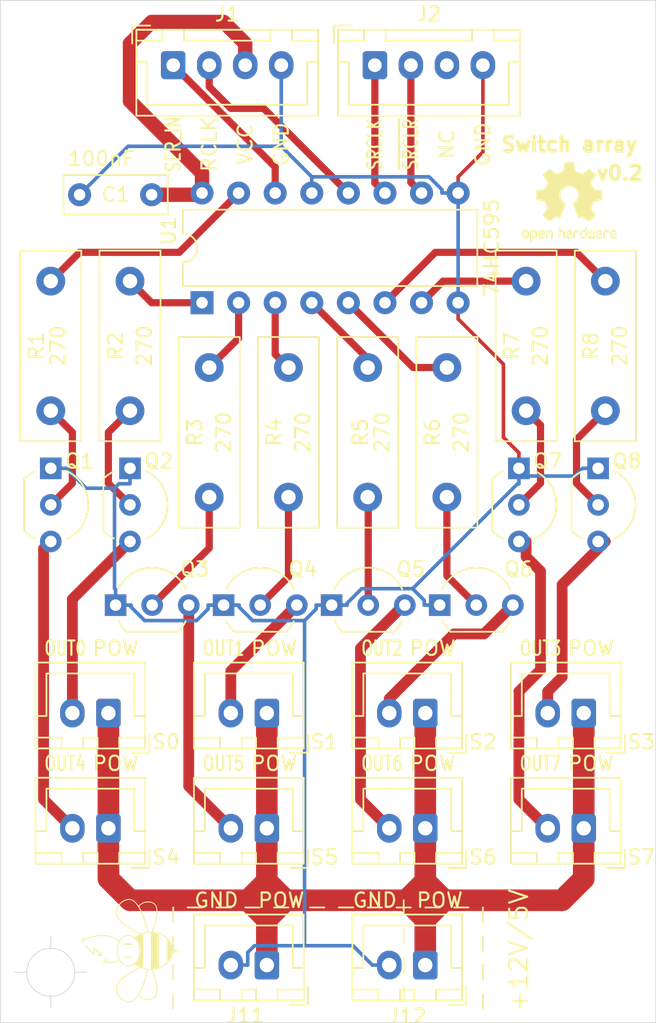
<source format=kicad_pcb>
(kicad_pcb (version 20171130) (host pcbnew "(5.1.12)-1")

  (general
    (thickness 1.6)
    (drawings 72)
    (tracks 191)
    (zones 0)
    (modules 36)
    (nets 33)
  )

  (page A4)
  (layers
    (0 F.Cu signal)
    (31 B.Cu signal)
    (32 B.Adhes user hide)
    (33 F.Adhes user hide)
    (34 B.Paste user hide)
    (35 F.Paste user hide)
    (36 B.SilkS user hide)
    (37 F.SilkS user hide)
    (38 B.Mask user hide)
    (39 F.Mask user hide)
    (40 Dwgs.User user hide)
    (41 Cmts.User user hide)
    (42 Eco1.User user hide)
    (43 Eco2.User user hide)
    (44 Edge.Cuts user)
    (45 Margin user hide)
    (46 B.CrtYd user hide)
    (47 F.CrtYd user hide)
    (48 B.Fab user hide)
    (49 F.Fab user hide)
  )

  (setup
    (last_trace_width 0.25)
    (user_trace_width 0.5)
    (user_trace_width 1)
    (trace_clearance 0.2)
    (zone_clearance 0.5)
    (zone_45_only no)
    (trace_min 0.2)
    (via_size 0.8)
    (via_drill 0.4)
    (via_min_size 0.4)
    (via_min_drill 0.3)
    (uvia_size 0.3)
    (uvia_drill 0.1)
    (uvias_allowed no)
    (uvia_min_size 0.2)
    (uvia_min_drill 0.1)
    (edge_width 0.05)
    (segment_width 0.2)
    (pcb_text_width 0.3)
    (pcb_text_size 1.5 1.5)
    (mod_edge_width 0.12)
    (mod_text_size 1 1)
    (mod_text_width 0.15)
    (pad_size 1.7 2)
    (pad_drill 1)
    (pad_to_mask_clearance 0)
    (aux_axis_origin 127.5 101)
    (visible_elements 7FFFFF7F)
    (pcbplotparams
      (layerselection 0x00020_7ffffffe)
      (usegerberextensions false)
      (usegerberattributes false)
      (usegerberadvancedattributes false)
      (creategerberjobfile false)
      (excludeedgelayer true)
      (linewidth 0.100000)
      (plotframeref false)
      (viasonmask false)
      (mode 1)
      (useauxorigin false)
      (hpglpennumber 1)
      (hpglpenspeed 20)
      (hpglpendiameter 15.000000)
      (psnegative false)
      (psa4output false)
      (plotreference true)
      (plotvalue true)
      (plotinvisibletext false)
      (padsonsilk false)
      (subtractmaskfromsilk false)
      (outputformat 1)
      (mirror false)
      (drillshape 0)
      (scaleselection 1)
      (outputdirectory "gerber/"))
  )

  (net 0 "")
  (net 1 GND)
  (net 2 +5V)
  (net 3 "Net-(Q1-Pad2)")
  (net 4 "Net-(Q2-Pad2)")
  (net 5 "Net-(Q3-Pad2)")
  (net 6 "Net-(Q4-Pad2)")
  (net 7 SRCLR)
  (net 8 SER_IN)
  (net 9 RCLK)
  (net 10 "Net-(Q5-Pad2)")
  (net 11 "Net-(Q6-Pad2)")
  (net 12 "Net-(Q7-Pad2)")
  (net 13 "Net-(Q8-Pad2)")
  (net 14 SRCLK)
  (net 15 "Net-(J3-Pad2)")
  (net 16 +12V)
  (net 17 "Net-(J4-Pad2)")
  (net 18 "Net-(J5-Pad2)")
  (net 19 "Net-(J6-Pad2)")
  (net 20 "Net-(J7-Pad2)")
  (net 21 "Net-(J8-Pad2)")
  (net 22 "Net-(J9-Pad2)")
  (net 23 "Net-(J10-Pad2)")
  (net 24 OUT_0)
  (net 25 OUT_1)
  (net 26 OUT_2)
  (net 27 OUT_3)
  (net 28 OUT_7)
  (net 29 OUT_6)
  (net 30 OUT_5)
  (net 31 OUT_4)
  (net 32 "Net-(J2-Pad3)")

  (net_class Default "This is the default net class."
    (clearance 0.2)
    (trace_width 0.25)
    (via_dia 0.8)
    (via_drill 0.4)
    (uvia_dia 0.3)
    (uvia_drill 0.1)
    (add_net +12V)
    (add_net +5V)
    (add_net GND)
    (add_net "Net-(J10-Pad2)")
    (add_net "Net-(J2-Pad3)")
    (add_net "Net-(J3-Pad2)")
    (add_net "Net-(J4-Pad2)")
    (add_net "Net-(J5-Pad2)")
    (add_net "Net-(J6-Pad2)")
    (add_net "Net-(J7-Pad2)")
    (add_net "Net-(J8-Pad2)")
    (add_net "Net-(J9-Pad2)")
    (add_net "Net-(Q1-Pad2)")
    (add_net "Net-(Q2-Pad2)")
    (add_net "Net-(Q3-Pad2)")
    (add_net "Net-(Q4-Pad2)")
    (add_net "Net-(Q5-Pad2)")
    (add_net "Net-(Q6-Pad2)")
    (add_net "Net-(Q7-Pad2)")
    (add_net "Net-(Q8-Pad2)")
    (add_net OUT_0)
    (add_net OUT_1)
    (add_net OUT_2)
    (add_net OUT_3)
    (add_net OUT_4)
    (add_net OUT_5)
    (add_net OUT_6)
    (add_net OUT_7)
    (add_net RCLK)
    (add_net SER_IN)
    (add_net SRCLK)
    (add_net SRCLR)
  )

  (module Connector_JST:JST_XH_B2B-XH-A_1x02_P2.50mm_Vertical (layer F.Cu) (tedit 5C28146C) (tstamp 5FD254E7)
    (at 153.5 100.5 180)
    (descr "JST XH series connector, B2B-XH-A (http://www.jst-mfg.com/product/pdf/eng/eXH.pdf), generated with kicad-footprint-generator")
    (tags "connector JST XH vertical")
    (path /5FD32169)
    (fp_text reference J12 (at 1.25 -3.55) (layer F.SilkS)
      (effects (font (size 1 1) (thickness 0.15)))
    )
    (fp_text value Conn_01x02 (at 1.25 4.6) (layer F.Fab)
      (effects (font (size 1 1) (thickness 0.15)))
    )
    (fp_line (start -2.45 -2.35) (end -2.45 3.4) (layer F.Fab) (width 0.1))
    (fp_line (start -2.45 3.4) (end 4.95 3.4) (layer F.Fab) (width 0.1))
    (fp_line (start 4.95 3.4) (end 4.95 -2.35) (layer F.Fab) (width 0.1))
    (fp_line (start 4.95 -2.35) (end -2.45 -2.35) (layer F.Fab) (width 0.1))
    (fp_line (start -2.56 -2.46) (end -2.56 3.51) (layer F.SilkS) (width 0.12))
    (fp_line (start -2.56 3.51) (end 5.06 3.51) (layer F.SilkS) (width 0.12))
    (fp_line (start 5.06 3.51) (end 5.06 -2.46) (layer F.SilkS) (width 0.12))
    (fp_line (start 5.06 -2.46) (end -2.56 -2.46) (layer F.SilkS) (width 0.12))
    (fp_line (start -2.95 -2.85) (end -2.95 3.9) (layer F.CrtYd) (width 0.05))
    (fp_line (start -2.95 3.9) (end 5.45 3.9) (layer F.CrtYd) (width 0.05))
    (fp_line (start 5.45 3.9) (end 5.45 -2.85) (layer F.CrtYd) (width 0.05))
    (fp_line (start 5.45 -2.85) (end -2.95 -2.85) (layer F.CrtYd) (width 0.05))
    (fp_line (start -0.625 -2.35) (end 0 -1.35) (layer F.Fab) (width 0.1))
    (fp_line (start 0 -1.35) (end 0.625 -2.35) (layer F.Fab) (width 0.1))
    (fp_line (start 0.75 -2.45) (end 0.75 -1.7) (layer F.SilkS) (width 0.12))
    (fp_line (start 0.75 -1.7) (end 1.75 -1.7) (layer F.SilkS) (width 0.12))
    (fp_line (start 1.75 -1.7) (end 1.75 -2.45) (layer F.SilkS) (width 0.12))
    (fp_line (start 1.75 -2.45) (end 0.75 -2.45) (layer F.SilkS) (width 0.12))
    (fp_line (start -2.55 -2.45) (end -2.55 -1.7) (layer F.SilkS) (width 0.12))
    (fp_line (start -2.55 -1.7) (end -0.75 -1.7) (layer F.SilkS) (width 0.12))
    (fp_line (start -0.75 -1.7) (end -0.75 -2.45) (layer F.SilkS) (width 0.12))
    (fp_line (start -0.75 -2.45) (end -2.55 -2.45) (layer F.SilkS) (width 0.12))
    (fp_line (start 3.25 -2.45) (end 3.25 -1.7) (layer F.SilkS) (width 0.12))
    (fp_line (start 3.25 -1.7) (end 5.05 -1.7) (layer F.SilkS) (width 0.12))
    (fp_line (start 5.05 -1.7) (end 5.05 -2.45) (layer F.SilkS) (width 0.12))
    (fp_line (start 5.05 -2.45) (end 3.25 -2.45) (layer F.SilkS) (width 0.12))
    (fp_line (start -2.55 -0.2) (end -1.8 -0.2) (layer F.SilkS) (width 0.12))
    (fp_line (start -1.8 -0.2) (end -1.8 2.75) (layer F.SilkS) (width 0.12))
    (fp_line (start -1.8 2.75) (end 1.25 2.75) (layer F.SilkS) (width 0.12))
    (fp_line (start 5.05 -0.2) (end 4.3 -0.2) (layer F.SilkS) (width 0.12))
    (fp_line (start 4.3 -0.2) (end 4.3 2.75) (layer F.SilkS) (width 0.12))
    (fp_line (start 4.3 2.75) (end 1.25 2.75) (layer F.SilkS) (width 0.12))
    (fp_line (start -1.6 -2.75) (end -2.85 -2.75) (layer F.SilkS) (width 0.12))
    (fp_line (start -2.85 -2.75) (end -2.85 -1.5) (layer F.SilkS) (width 0.12))
    (fp_text user %R (at 1.25 2.7) (layer F.Fab)
      (effects (font (size 1 1) (thickness 0.15)))
    )
    (pad 2 thru_hole oval (at 2.5 0 180) (size 1.7 2) (drill 1) (layers *.Cu *.Mask)
      (net 1 GND))
    (pad 1 thru_hole roundrect (at 0 0 180) (size 1.7 2) (drill 1) (layers *.Cu *.Mask) (roundrect_rratio 0.1470588235294118)
      (net 16 +12V))
    (model ${KISYS3DMOD}/Connector_JST.3dshapes/JST_XH_B2B-XH-A_1x02_P2.50mm_Vertical.wrl
      (at (xyz 0 0 0))
      (scale (xyz 1 1 1))
      (rotate (xyz 0 0 0))
    )
  )

  (module Package_DIP:DIP-16_W7.62mm (layer F.Cu) (tedit 5A02E8C5) (tstamp 5F3A7C64)
    (at 138 54.5 90)
    (descr "16-lead though-hole mounted DIP package, row spacing 7.62 mm (300 mils)")
    (tags "THT DIP DIL PDIP 2.54mm 7.62mm 300mil")
    (path /5F4434DD)
    (fp_text reference U1 (at 5 -2.33 90) (layer F.SilkS)
      (effects (font (size 1 1) (thickness 0.15)))
    )
    (fp_text value 74HC595 (at 3.81 20.11 90) (layer F.SilkS)
      (effects (font (size 1 1) (thickness 0.15)))
    )
    (fp_line (start 1.635 -1.27) (end 6.985 -1.27) (layer F.Fab) (width 0.1))
    (fp_line (start 6.985 -1.27) (end 6.985 19.05) (layer F.Fab) (width 0.1))
    (fp_line (start 6.985 19.05) (end 0.635 19.05) (layer F.Fab) (width 0.1))
    (fp_line (start 0.635 19.05) (end 0.635 -0.27) (layer F.Fab) (width 0.1))
    (fp_line (start 0.635 -0.27) (end 1.635 -1.27) (layer F.Fab) (width 0.1))
    (fp_line (start 2.81 -1.33) (end 1.16 -1.33) (layer F.SilkS) (width 0.12))
    (fp_line (start 1.16 -1.33) (end 1.16 19.11) (layer F.SilkS) (width 0.12))
    (fp_line (start 1.16 19.11) (end 6.46 19.11) (layer F.SilkS) (width 0.12))
    (fp_line (start 6.46 19.11) (end 6.46 -1.33) (layer F.SilkS) (width 0.12))
    (fp_line (start 6.46 -1.33) (end 4.81 -1.33) (layer F.SilkS) (width 0.12))
    (fp_line (start -1.1 -1.55) (end -1.1 19.3) (layer F.CrtYd) (width 0.05))
    (fp_line (start -1.1 19.3) (end 8.7 19.3) (layer F.CrtYd) (width 0.05))
    (fp_line (start 8.7 19.3) (end 8.7 -1.55) (layer F.CrtYd) (width 0.05))
    (fp_line (start 8.7 -1.55) (end -1.1 -1.55) (layer F.CrtYd) (width 0.05))
    (fp_text user %R (at 3.81 8.89 90) (layer F.Fab)
      (effects (font (size 1 1) (thickness 0.15)))
    )
    (fp_arc (start 3.81 -1.33) (end 2.81 -1.33) (angle -180) (layer F.SilkS) (width 0.12))
    (pad 1 thru_hole rect (at 0 0 90) (size 1.6 1.6) (drill 0.8) (layers *.Cu *.Mask)
      (net 25 OUT_1))
    (pad 9 thru_hole oval (at 7.62 17.78 90) (size 1.6 1.6) (drill 0.8) (layers *.Cu *.Mask)
      (net 1 GND))
    (pad 2 thru_hole oval (at 0 2.54 90) (size 1.6 1.6) (drill 0.8) (layers *.Cu *.Mask)
      (net 26 OUT_2))
    (pad 10 thru_hole oval (at 7.62 15.24 90) (size 1.6 1.6) (drill 0.8) (layers *.Cu *.Mask)
      (net 7 SRCLR))
    (pad 3 thru_hole oval (at 0 5.08 90) (size 1.6 1.6) (drill 0.8) (layers *.Cu *.Mask)
      (net 27 OUT_3))
    (pad 11 thru_hole oval (at 7.62 12.7 90) (size 1.6 1.6) (drill 0.8) (layers *.Cu *.Mask)
      (net 14 SRCLK))
    (pad 4 thru_hole oval (at 0 7.62 90) (size 1.6 1.6) (drill 0.8) (layers *.Cu *.Mask)
      (net 31 OUT_4))
    (pad 12 thru_hole oval (at 7.62 10.16 90) (size 1.6 1.6) (drill 0.8) (layers *.Cu *.Mask)
      (net 9 RCLK))
    (pad 5 thru_hole oval (at 0 10.16 90) (size 1.6 1.6) (drill 0.8) (layers *.Cu *.Mask)
      (net 30 OUT_5))
    (pad 13 thru_hole oval (at 7.62 7.62 90) (size 1.6 1.6) (drill 0.8) (layers *.Cu *.Mask)
      (net 1 GND))
    (pad 6 thru_hole oval (at 0 12.7 90) (size 1.6 1.6) (drill 0.8) (layers *.Cu *.Mask)
      (net 28 OUT_7))
    (pad 14 thru_hole oval (at 7.62 5.08 90) (size 1.6 1.6) (drill 0.8) (layers *.Cu *.Mask)
      (net 8 SER_IN))
    (pad 7 thru_hole oval (at 0 15.24 90) (size 1.6 1.6) (drill 0.8) (layers *.Cu *.Mask)
      (net 29 OUT_6))
    (pad 15 thru_hole oval (at 7.62 2.54 90) (size 1.6 1.6) (drill 0.8) (layers *.Cu *.Mask)
      (net 24 OUT_0))
    (pad 8 thru_hole oval (at 0 17.78 90) (size 1.6 1.6) (drill 0.8) (layers *.Cu *.Mask)
      (net 1 GND))
    (pad 16 thru_hole oval (at 7.62 0 90) (size 1.6 1.6) (drill 0.8) (layers *.Cu *.Mask)
      (net 2 +5V))
    (model ${KISYS3DMOD}/Package_DIP.3dshapes/DIP-16_W7.62mm.wrl
      (at (xyz 0 0 0))
      (scale (xyz 1 1 1))
      (rotate (xyz 0 0 0))
    )
  )

  (module logo-beehive:logo-beehive-7_2х6_7mm (layer F.Cu) (tedit 0) (tstamp 5F3A3C63)
    (at 133 99.5 90)
    (fp_text reference G*** (at 0 0 90) (layer F.SilkS) hide
      (effects (font (size 1.524 1.524) (thickness 0.3)))
    )
    (fp_text value LOGO (at 0.75 0 90) (layer F.SilkS) hide
      (effects (font (size 1.524 1.524) (thickness 0.3)))
    )
    (fp_poly (pts (xy 0.508 0.173182) (xy 0.404091 0.173182) (xy 0.404091 -0.369454) (xy 0.508 -0.369454)
      (xy 0.508 0.173182)) (layer F.SilkS) (width 0.01))
    (fp_poly (pts (xy -0.415636 0.173182) (xy -0.519546 0.173182) (xy -0.519546 -0.369454) (xy -0.415636 -0.369454)
      (xy -0.415636 0.173182)) (layer F.SilkS) (width 0.01))
    (fp_poly (pts (xy 0.373099 -3.122533) (xy 0.369224 -3.109199) (xy 0.354184 -3.086757) (xy 0.327016 -3.054031)
      (xy 0.28676 -3.009848) (xy 0.232455 -2.953033) (xy 0.16314 -2.882413) (xy 0.096827 -2.815781)
      (xy -0.190327 -2.528454) (xy 0.008746 -2.528454) (xy 0.081153 -2.528276) (xy 0.133629 -2.52753)
      (xy 0.169333 -2.525895) (xy 0.191424 -2.523054) (xy 0.203059 -2.518688) (xy 0.207397 -2.512477)
      (xy 0.207818 -2.50835) (xy 0.199922 -2.495335) (xy 0.177598 -2.468358) (xy 0.14289 -2.429638)
      (xy 0.097844 -2.381393) (xy 0.044505 -2.325843) (xy -0.015081 -2.265206) (xy -0.031647 -2.248578)
      (xy -0.107675 -2.171851) (xy -0.167131 -2.110416) (xy -0.21038 -2.063869) (xy -0.237787 -2.031809)
      (xy -0.249716 -2.01383) (xy -0.248124 -2.009314) (xy -0.224942 -2.01189) (xy -0.188032 -2.018168)
      (xy -0.15317 -2.025161) (xy -0.112516 -2.033013) (xy -0.088124 -2.034732) (xy -0.073974 -2.030254)
      (xy -0.067646 -2.024266) (xy -0.060571 -2.01187) (xy -0.063805 -2.001313) (xy -0.079929 -1.991447)
      (xy -0.111523 -1.981122) (xy -0.161166 -1.969192) (xy -0.218458 -1.957139) (xy -0.281228 -1.944397)
      (xy -0.325023 -1.935816) (xy -0.353499 -1.93097) (xy -0.370313 -1.929433) (xy -0.379119 -1.930779)
      (xy -0.383574 -1.934583) (xy -0.385558 -1.937671) (xy -0.386495 -1.953939) (xy -0.382402 -1.986838)
      (xy -0.374463 -2.031182) (xy -0.363866 -2.081789) (xy -0.351794 -2.133474) (xy -0.339436 -2.181054)
      (xy -0.327975 -2.219345) (xy -0.318599 -2.243164) (xy -0.31449 -2.248343) (xy -0.295101 -2.249946)
      (xy -0.285455 -2.234986) (xy -0.285226 -2.201866) (xy -0.294087 -2.148986) (xy -0.294139 -2.148738)
      (xy -0.302673 -2.107185) (xy -0.308924 -2.074871) (xy -0.311687 -2.05806) (xy -0.311727 -2.057342)
      (xy -0.303951 -2.063003) (xy -0.282058 -2.082978) (xy -0.248202 -2.115196) (xy -0.204539 -2.157586)
      (xy -0.153221 -2.208077) (xy -0.103751 -2.257256) (xy 0.104224 -2.464954) (xy -0.083408 -2.470727)
      (xy -0.15498 -2.473257) (xy -0.20655 -2.476017) (xy -0.241206 -2.479383) (xy -0.262038 -2.48373)
      (xy -0.272134 -2.489436) (xy -0.274392 -2.494) (xy -0.267207 -2.50546) (xy -0.245659 -2.530835)
      (xy -0.211923 -2.567927) (xy -0.168174 -2.614538) (xy -0.116585 -2.668467) (xy -0.059333 -2.727516)
      (xy 0.001408 -2.789486) (xy 0.063464 -2.852177) (xy 0.12466 -2.913392) (xy 0.18282 -2.97093)
      (xy 0.235771 -3.022593) (xy 0.281337 -3.066181) (xy 0.317345 -3.099496) (xy 0.341618 -3.120339)
      (xy 0.351193 -3.126571) (xy 0.366768 -3.127932) (xy 0.373099 -3.122533)) (layer F.SilkS) (width 0.01))
    (fp_poly (pts (xy 0.781124 -3.338272) (xy 0.820066 -3.312623) (xy 0.850866 -3.27735) (xy 0.862381 -3.253557)
      (xy 0.869381 -3.203831) (xy 0.86004 -3.155836) (xy 0.836291 -3.117453) (xy 0.826963 -3.109228)
      (xy 0.800557 -3.08931) (xy 0.860848 -2.961859) (xy 0.942059 -2.765907) (xy 1.003933 -2.561687)
      (xy 1.0468 -2.347606) (xy 1.070993 -2.122074) (xy 1.077124 -1.922318) (xy 1.073712 -1.775328)
      (xy 1.063437 -1.645173) (xy 1.045563 -1.526426) (xy 1.019354 -1.413658) (xy 0.998815 -1.345045)
      (xy 0.968368 -1.263013) (xy 0.926952 -1.169003) (xy 0.877686 -1.069335) (xy 0.823684 -0.970328)
      (xy 0.770857 -0.882677) (xy 0.741321 -0.836271) (xy 0.716056 -0.796521) (xy 0.69781 -0.767754)
      (xy 0.689434 -0.754466) (xy 0.694321 -0.742271) (xy 0.714538 -0.722105) (xy 0.745386 -0.698528)
      (xy 0.810309 -0.647155) (xy 0.876016 -0.583521) (xy 0.937047 -0.513779) (xy 0.987937 -0.444085)
      (xy 1.018545 -0.390721) (xy 1.053095 -0.310872) (xy 1.074433 -0.238095) (xy 1.084874 -0.162371)
      (xy 1.086945 -0.094934) (xy 1.076086 0.020467) (xy 1.045188 0.132328) (xy 0.995987 0.235343)
      (xy 0.96275 0.284984) (xy 0.935175 0.321741) (xy 0.996225 0.402894) (xy 1.032255 0.454242)
      (xy 1.070613 0.514339) (xy 1.103634 0.571117) (xy 1.10681 0.577014) (xy 1.156345 0.669982)
      (xy 1.269255 0.441786) (xy 1.379742 0.226784) (xy 1.488243 0.032834) (xy 1.595982 -0.141879)
      (xy 1.704185 -0.29917) (xy 1.814075 -0.440853) (xy 1.926878 -0.568743) (xy 2.004467 -0.647395)
      (xy 2.12895 -0.758498) (xy 2.2502 -0.847038) (xy 2.36916 -0.913164) (xy 2.48677 -0.957023)
      (xy 2.603972 -0.978764) (xy 2.721707 -0.978534) (xy 2.840917 -0.956481) (xy 2.962542 -0.912754)
      (xy 3.087524 -0.847501) (xy 3.125835 -0.823735) (xy 3.238046 -0.741435) (xy 3.336093 -0.648795)
      (xy 3.419199 -0.547932) (xy 3.486591 -0.440965) (xy 3.537492 -0.33001) (xy 3.571127 -0.217185)
      (xy 3.586721 -0.104607) (xy 3.583499 0.005605) (xy 3.560685 0.111335) (xy 3.517504 0.210464)
      (xy 3.509522 0.224138) (xy 3.467783 0.282863) (xy 3.410567 0.348425) (xy 3.342435 0.416194)
      (xy 3.267951 0.481537) (xy 3.215409 0.522663) (xy 3.176019 0.551978) (xy 3.144162 0.575822)
      (xy 3.123999 0.591072) (xy 3.119139 0.594895) (xy 3.125036 0.603996) (xy 3.144107 0.625315)
      (xy 3.172877 0.655066) (xy 3.189509 0.671619) (xy 3.25791 0.75317) (xy 3.316458 0.851565)
      (xy 3.363304 0.961991) (xy 3.396598 1.079634) (xy 3.414493 1.199678) (xy 3.417102 1.264228)
      (xy 3.40813 1.381577) (xy 3.38235 1.49233) (xy 3.34125 1.593721) (xy 3.286317 1.682986)
      (xy 3.219038 1.75736) (xy 3.140903 1.814077) (xy 3.113719 1.828107) (xy 3.009087 1.865839)
      (xy 2.886866 1.889603) (xy 2.747784 1.899491) (xy 2.592566 1.895596) (xy 2.42194 1.878011)
      (xy 2.236633 1.846829) (xy 2.037372 1.802142) (xy 1.824883 1.744044) (xy 1.599893 1.672626)
      (xy 1.430663 1.613046) (xy 1.320008 1.572564) (xy 1.295866 1.718578) (xy 1.25303 1.913354)
      (xy 1.190764 2.095947) (xy 1.10864 2.267293) (xy 1.006231 2.428329) (xy 0.923258 2.534228)
      (xy 0.814822 2.647279) (xy 0.693857 2.746765) (xy 0.563822 2.830581) (xy 0.428175 2.896622)
      (xy 0.290374 2.942784) (xy 0.229531 2.956334) (xy 0.189546 2.963931) (xy 0.158226 2.970106)
      (xy 0.143514 2.973255) (xy 0.135688 2.984969) (xy 0.123584 3.014497) (xy 0.108873 3.057339)
      (xy 0.093667 3.107452) (xy 0.076809 3.166365) (xy 0.060376 3.223781) (xy 0.0465 3.272257)
      (xy 0.038811 3.299114) (xy 0.025628 3.336932) (xy 0.012258 3.355729) (xy 0 3.359728)
      (xy -0.015288 3.353083) (xy -0.028404 3.330514) (xy -0.038811 3.299114) (xy -0.049206 3.262807)
      (xy -0.063822 3.211743) (xy -0.080529 3.153364) (xy -0.093667 3.107452) (xy -0.109311 3.055982)
      (xy -0.123971 3.013455) (xy -0.135977 2.984371) (xy -0.143515 2.973255) (xy -0.160656 2.969615)
      (xy -0.19313 2.96324) (xy -0.229531 2.956334) (xy -0.367186 2.919651) (xy -0.504219 2.862154)
      (xy -0.637175 2.785947) (xy -0.762596 2.693133) (xy -0.877026 2.585815) (xy -0.923269 2.534228)
      (xy -1.03903 2.38033) (xy -1.135257 2.214564) (xy -1.212083 2.036622) (xy -1.219586 2.011796)
      (xy -1.165985 2.011796) (xy -1.160628 2.030696) (xy -1.146181 2.0653) (xy -1.124874 2.111187)
      (xy -1.098933 2.163934) (xy -1.070588 2.219118) (xy -1.042066 2.272316) (xy -1.015595 2.319106)
      (xy -0.993403 2.355066) (xy -0.991985 2.357185) (xy -0.958579 2.404438) (xy -0.920872 2.454363)
      (xy -0.891354 2.490932) (xy -0.840013 2.551546) (xy 0.841033 2.551546) (xy 0.892441 2.490932)
      (xy 0.93843 2.432196) (xy 0.986502 2.362985) (xy 1.033888 2.288071) (xy 1.077819 2.212231)
      (xy 1.115523 2.140238) (xy 1.144233 2.076867) (xy 1.160841 2.028255) (xy 1.168594 1.997364)
      (xy 0.001251 1.997364) (xy -0.195644 1.997416) (xy -0.37057 1.997583) (xy -0.524648 1.997878)
      (xy -0.659 1.998316) (xy -0.774746 1.998909) (xy -0.873009 1.999671) (xy -0.95491 2.000618)
      (xy -1.02157 2.001762) (xy -1.074111 2.003117) (xy -1.113653 2.004698) (xy -1.141319 2.006517)
      (xy -1.158229 2.00859) (xy -1.165506 2.01093) (xy -1.165985 2.011796) (xy -1.219586 2.011796)
      (xy -1.26964 1.846195) (xy -1.308059 1.642973) (xy -1.310363 1.625739) (xy -1.317382 1.571614)
      (xy -1.42935 1.612882) (xy -1.629865 1.683029) (xy -1.825759 1.744185) (xy -2.015 1.795944)
      (xy -2.195555 1.837898) (xy -2.365393 1.869639) (xy -2.522479 1.89076) (xy -2.664783 1.900853)
      (xy -2.790271 1.899511) (xy -2.838314 1.895344) (xy -2.96209 1.875638) (xy -3.066609 1.846125)
      (xy -3.154103 1.80545) (xy -3.226803 1.752259) (xy -3.286941 1.685198) (xy -3.336747 1.602914)
      (xy -3.343746 1.588582) (xy -3.385695 1.481123) (xy -3.408942 1.37211) (xy -3.411475 1.320836)
      (xy -3.357374 1.320836) (xy -3.349051 1.403928) (xy -3.330314 1.480954) (xy -3.299783 1.559775)
      (xy -3.296364 1.567326) (xy -3.25627 1.634464) (xy -3.201534 1.697768) (xy -3.138721 1.750591)
      (xy -3.084262 1.782114) (xy -2.99339 1.813382) (xy -2.884978 1.834294) (xy -2.762244 1.844603)
      (xy -2.628408 1.844064) (xy -2.486691 1.83243) (xy -2.463978 1.829585) (xy -2.25216 1.794568)
      (xy -2.026325 1.743379) (xy -1.788428 1.676523) (xy -1.540425 1.594501) (xy -1.510962 1.583982)
      (xy -1.325191 1.51715) (xy -1.320921 1.390773) (xy -1.27 1.390773) (xy -1.27 1.454728)
      (xy 1.273528 1.454728) (xy 1.266408 1.330287) (xy 1.260547 1.26306) (xy 1.316252 1.26306)
      (xy 1.321954 1.512174) (xy 1.368136 1.530811) (xy 1.439484 1.558222) (xy 1.526724 1.589564)
      (xy 1.623473 1.622685) (xy 1.72335 1.655429) (xy 1.819972 1.685644) (xy 1.878735 1.703118)
      (xy 2.093291 1.760255) (xy 2.292609 1.802908) (xy 2.476182 1.831017) (xy 2.6435 1.844517)
      (xy 2.794056 1.843349) (xy 2.91629 1.829447) (xy 3.012927 1.807479) (xy 3.091872 1.777436)
      (xy 3.157765 1.737114) (xy 3.209942 1.690006) (xy 3.274118 1.607281) (xy 3.319819 1.513726)
      (xy 3.347495 1.407928) (xy 3.357597 1.28847) (xy 3.356526 1.229811) (xy 3.340665 1.088035)
      (xy 3.306955 0.96039) (xy 3.255506 0.847166) (xy 3.186427 0.748656) (xy 3.170098 0.730306)
      (xy 3.127268 0.685713) (xy 3.094795 0.657447) (xy 3.0686 0.643813) (xy 3.044605 0.643112)
      (xy 3.018734 0.65365) (xy 3.005226 0.661713) (xy 2.958944 0.688662) (xy 2.89593 0.722084)
      (xy 2.820825 0.759719) (xy 2.738272 0.799303) (xy 2.652912 0.838574) (xy 2.569387 0.875271)
      (xy 2.550619 0.883239) (xy 2.457139 0.920633) (xy 2.346529 0.961571) (xy 2.223166 1.004679)
      (xy 2.09143 1.048584) (xy 1.955698 1.091912) (xy 1.820349 1.133289) (xy 1.689763 1.171341)
      (xy 1.568317 1.204694) (xy 1.46039 1.231975) (xy 1.385859 1.248683) (xy 1.316252 1.26306)
      (xy 1.260547 1.26306) (xy 1.259747 1.253895) (xy 1.248535 1.167625) (xy 1.234147 1.079964)
      (xy 1.217961 0.9994) (xy 1.203276 0.940955) (xy 1.193293 0.906319) (xy -1.194304 0.906319)
      (xy -1.220268 1.010228) (xy -1.23911 1.098477) (xy -1.254501 1.195531) (xy -1.26518 1.29174)
      (xy -1.269885 1.377451) (xy -1.27 1.390773) (xy -1.320921 1.390773) (xy -1.316645 1.264228)
      (xy -1.434754 1.236895) (xy -1.501797 1.22041) (xy -1.585737 1.198273) (xy -1.681508 1.171947)
      (xy -1.78404 1.142901) (xy -1.888267 1.112598) (xy -1.989119 1.082507) (xy -2.08153 1.054092)
      (xy -2.160431 1.02882) (xy -2.199409 1.015696) (xy -2.323182 0.971175) (xy -2.448985 0.92273)
      (xy -2.572984 0.872035) (xy -2.691345 0.820767) (xy -2.800235 0.770601) (xy -2.89582 0.723212)
      (xy -2.974265 0.680275) (xy -2.993815 0.668554) (xy -3.027147 0.649909) (xy -3.05353 0.642358)
      (xy -3.078126 0.647357) (xy -3.106096 0.666363) (xy -3.142603 0.700832) (xy -3.15587 0.714282)
      (xy -3.232717 0.809128) (xy -3.291358 0.918026) (xy -3.331675 1.040673) (xy -3.353547 1.176766)
      (xy -3.356664 1.223819) (xy -3.357374 1.320836) (xy -3.411475 1.320836) (xy -3.414734 1.254894)
      (xy -3.413307 1.218046) (xy -3.396132 1.080679) (xy -3.361188 0.952052) (xy -3.309573 0.83484)
      (xy -3.242385 0.731716) (xy -3.188985 0.671619) (xy -3.1569 0.639059) (xy -3.132792 0.613101)
      (xy -3.120127 0.597552) (xy -3.119139 0.594895) (xy -3.1295 0.586909) (xy -3.154289 0.568322)
      (xy -3.189354 0.542238) (xy -3.216089 0.522438) (xy -3.292731 0.461203) (xy -3.366118 0.3941)
      (xy -3.431605 0.325854) (xy -3.484547 0.261184) (xy -3.509522 0.224148) (xy -3.556269 0.125261)
      (xy -3.582294 0.01982) (xy -3.58729 -0.071302) (xy -3.531475 -0.071302) (xy -3.530831 -0.039606)
      (xy -3.527441 0.015291) (xy -3.521365 0.056568) (xy -3.510236 0.093692) (xy -3.491685 0.136134)
      (xy -3.481814 0.156403) (xy -3.425027 0.248295) (xy -3.345829 0.340169) (xy -3.244895 0.431635)
      (xy -3.122901 0.522299) (xy -2.980524 0.611771) (xy -2.81844 0.699659) (xy -2.637324 0.785571)
      (xy -2.437852 0.869116) (xy -2.220702 0.949901) (xy -1.986548 1.027535) (xy -1.9685 1.033164)
      (xy -1.899652 1.053987) (xy -1.823419 1.076095) (xy -1.742903 1.098684) (xy -1.661204 1.120951)
      (xy -1.581421 1.142094) (xy -1.506657 1.161309) (xy -1.440011 1.177795) (xy -1.384584 1.190747)
      (xy -1.343476 1.199364) (xy -1.319788 1.202841) (xy -1.315331 1.202301) (xy -1.310525 1.18843)
      (xy -1.303023 1.157156) (xy -1.294048 1.113834) (xy -1.288644 1.085273) (xy -1.275538 1.023924)
      (xy -1.257466 0.952675) (xy -1.237498 0.883276) (xy -1.228744 0.855882) (xy -1.188907 0.736173)
      (xy -1.190922 0.731736) (xy 1.187715 0.731736) (xy 1.224028 0.841244) (xy 1.24494 0.908541)
      (xy 1.264527 0.979266) (xy 1.281511 1.04802) (xy 1.294618 1.109401) (xy 1.302571 1.158011)
      (xy 1.304386 1.181301) (xy 1.307638 1.204155) (xy 1.31928 1.209081) (xy 1.324841 1.207791)
      (xy 1.342821 1.202968) (xy 1.378686 1.193763) (xy 1.427904 1.181327) (xy 1.485942 1.166807)
      (xy 1.512454 1.160216) (xy 1.7631 1.094106) (xy 2.000962 1.023487) (xy 2.225116 0.948828)
      (xy 2.434641 0.870599) (xy 2.628614 0.789271) (xy 2.806113 0.705311) (xy 2.966216 0.61919)
      (xy 3.108001 0.531377) (xy 3.230545 0.442341) (xy 3.332927 0.352553) (xy 3.414223 0.262482)
      (xy 3.473511 0.172596) (xy 3.480994 0.15806) (xy 3.502829 0.111304) (xy 3.516532 0.072763)
      (xy 3.524475 0.033013) (xy 3.529027 -0.017368) (xy 3.530161 -0.037404) (xy 3.525184 -0.160604)
      (xy 3.497675 -0.281907) (xy 3.448182 -0.400087) (xy 3.377254 -0.513921) (xy 3.285439 -0.622184)
      (xy 3.25425 -0.653064) (xy 3.14536 -0.74489) (xy 3.031263 -0.818683) (xy 2.914113 -0.873715)
      (xy 2.796064 -0.909257) (xy 2.679268 -0.924579) (xy 2.565881 -0.918952) (xy 2.505364 -0.906562)
      (xy 2.39331 -0.865968) (xy 2.278736 -0.803154) (xy 2.162206 -0.718784) (xy 2.044283 -0.613524)
      (xy 1.925533 -0.488036) (xy 1.80652 -0.342986) (xy 1.687807 -0.179037) (xy 1.56996 0.003146)
      (xy 1.453542 0.202899) (xy 1.339118 0.419558) (xy 1.284575 0.530391) (xy 1.187715 0.731736)
      (xy -1.190922 0.731736) (xy -1.242049 0.6192) (xy -1.344968 0.403905) (xy -1.452176 0.201117)
      (xy -1.562851 0.011828) (xy -1.676172 -0.16297) (xy -1.791318 -0.322286) (xy -1.907468 -0.465127)
      (xy -2.0238 -0.590502) (xy -2.139494 -0.697418) (xy -2.253727 -0.784885) (xy -2.36568 -0.851909)
      (xy -2.47453 -0.8975) (xy -2.505364 -0.906562) (xy -2.615938 -0.924099) (xy -2.731113 -0.920284)
      (xy -2.848734 -0.895846) (xy -2.966648 -0.851514) (xy -3.082701 -0.788017) (xy -3.19474 -0.706084)
      (xy -3.25425 -0.653064) (xy -3.352283 -0.546482) (xy -3.429568 -0.433803) (xy -3.485559 -0.316239)
      (xy -3.51971 -0.195001) (xy -3.531475 -0.071302) (xy -3.58729 -0.071302) (xy -3.588325 -0.090174)
      (xy -3.575091 -0.202723) (xy -3.543319 -0.315828) (xy -3.493736 -0.427488) (xy -3.427071 -0.535706)
      (xy -3.344052 -0.638481) (xy -3.245405 -0.733815) (xy -3.131858 -0.819709) (xy -3.128818 -0.821729)
      (xy -3.003531 -0.894559) (xy -2.880454 -0.945281) (xy -2.758981 -0.973797) (xy -2.638509 -0.980009)
      (xy -2.518432 -0.96382) (xy -2.398146 -0.925131) (xy -2.277046 -0.863845) (xy -2.154528 -0.779862)
      (xy -2.029987 -0.673087) (xy -1.993285 -0.637726) (xy -1.876664 -0.514496) (xy -1.76359 -0.378067)
      (xy -1.652878 -0.226667) (xy -1.543339 -0.058527) (xy -1.433786 0.128125) (xy -1.323032 0.335058)
      (xy -1.269145 0.442009) (xy -1.156125 0.670426) (xy -1.109291 0.580554) (xy -1.078495 0.526225)
      (xy -1.040587 0.466059) (xy -1.003155 0.412031) (xy -0.998816 0.406212) (xy -0.935175 0.321741)
      (xy -0.962751 0.284984) (xy -1.021033 0.188878) (xy -1.061938 0.08109) (xy -1.083733 -0.033077)
      (xy -1.086945 -0.094934) (xy -1.086541 -0.104581) (xy -1.03596 -0.104581) (xy -1.026154 0.004092)
      (xy -0.995446 0.109498) (xy -0.944929 0.210166) (xy -0.875696 0.304621) (xy -0.78884 0.391391)
      (xy -0.685456 0.469002) (xy -0.566635 0.535983) (xy -0.433472 0.590859) (xy -0.423003 0.594423)
      (xy -0.343148 0.618909) (xy -0.268002 0.636303) (xy -0.191285 0.647415) (xy -0.10671 0.653053)
      (xy -0.007997 0.654028) (xy 0.034636 0.653341) (xy 0.112848 0.651127) (xy 0.17405 0.647841)
      (xy 0.224321 0.642791) (xy 0.269739 0.635286) (xy 0.316383 0.624634) (xy 0.339248 0.618667)
      (xy 0.48028 0.572409) (xy 0.60799 0.513494) (xy 0.721255 0.443288) (xy 0.818952 0.363159)
      (xy 0.89996 0.274475) (xy 0.963155 0.178601) (xy 1.007416 0.076906) (xy 1.031619 -0.029243)
      (xy 1.034643 -0.13848) (xy 1.02377 -0.215046) (xy 0.988557 -0.32622) (xy 0.932382 -0.430687)
      (xy 0.856726 -0.527164) (xy 0.763074 -0.614365) (xy 0.652907 -0.691003) (xy 0.527709 -0.755794)
      (xy 0.388962 -0.807452) (xy 0.317435 -0.827343) (xy 0.265651 -0.839627) (xy 0.220998 -0.848283)
      (xy 0.17729 -0.853929) (xy 0.128345 -0.85718) (xy 0.067978 -0.858652) (xy 0 -0.858965)
      (xy -0.075828 -0.858546) (xy -0.134778 -0.856879) (xy -0.183055 -0.853351) (xy -0.226862 -0.847346)
      (xy -0.272404 -0.838251) (xy -0.3175 -0.827536) (xy -0.462194 -0.78292) (xy -0.594078 -0.724467)
      (xy -0.711668 -0.653466) (xy -0.813482 -0.571202) (xy -0.898035 -0.478962) (xy -0.963844 -0.378032)
      (xy -1.009426 -0.269698) (xy -1.02377 -0.215046) (xy -1.03596 -0.104581) (xy -1.086541 -0.104581)
      (xy -1.083385 -0.179891) (xy -1.070732 -0.2541) (xy -1.046671 -0.327578) (xy -1.018545 -0.390721)
      (xy -0.980207 -0.455708) (xy -0.927199 -0.525847) (xy -0.864982 -0.594984) (xy -0.799018 -0.656964)
      (xy -0.745379 -0.698532) (xy -0.681877 -0.742268) (xy -0.711307 -0.789657) (xy -0.775382 -0.91204)
      (xy -0.815808 -1.027545) (xy -0.827612 -1.090213) (xy -0.834802 -1.168285) (xy -0.837383 -1.254538)
      (xy -0.835358 -1.341751) (xy -0.828733 -1.422702) (xy -0.81751 -1.490171) (xy -0.815547 -1.498229)
      (xy -0.794048 -1.58214) (xy -0.823808 -1.60555) (xy -0.855103 -1.643446) (xy -0.868873 -1.689922)
      (xy -0.86773 -1.706645) (xy -0.819727 -1.706645) (xy -0.810207 -1.679885) (xy -0.786971 -1.652868)
      (xy -0.758005 -1.63322) (xy -0.737292 -1.627909) (xy -0.710612 -1.635591) (xy -0.684812 -1.653012)
      (xy -0.663044 -1.686513) (xy -0.659999 -1.722991) (xy -0.673306 -1.756371) (xy -0.700596 -1.780577)
      (xy -0.738071 -1.789545) (xy -0.771185 -1.779412) (xy -0.800241 -1.754129) (xy -0.817681 -1.721369)
      (xy -0.819727 -1.706645) (xy -0.86773 -1.706645) (xy -0.865518 -1.739005) (xy -0.845439 -1.784719)
      (xy -0.809361 -1.820873) (xy -0.764231 -1.842776) (xy -0.71985 -1.844407) (xy -0.67516 -1.829062)
      (xy -0.639173 -1.800811) (xy -0.612432 -1.758947) (xy -0.600564 -1.712661) (xy -0.600407 -1.706982)
      (xy -0.610708 -1.664952) (xy -0.637735 -1.624526) (xy -0.675862 -1.593111) (xy -0.693329 -1.584583)
      (xy -0.721895 -1.570686) (xy -0.739711 -1.55217) (xy -0.753326 -1.521228) (xy -0.757751 -1.507784)
      (xy -0.769308 -1.45586) (xy -0.777432 -1.387829) (xy -0.781948 -1.310446) (xy -0.782678 -1.230465)
      (xy -0.779447 -1.15464) (xy -0.772077 -1.089725) (xy -0.769104 -1.073727) (xy -0.757296 -1.030294)
      (xy -0.73904 -0.97831) (xy -0.716774 -0.923294) (xy -0.692936 -0.870762) (xy -0.669964 -0.826231)
      (xy -0.650298 -0.795219) (xy -0.641975 -0.786089) (xy -0.623931 -0.784078) (xy -0.587414 -0.793208)
      (xy -0.531675 -0.81367) (xy -0.528876 -0.814791) (xy -0.356342 -0.871998) (xy -0.181043 -0.906566)
      (xy -0.004425 -0.918495) (xy 0.172062 -0.907786) (xy 0.346972 -0.87444) (xy 0.518857 -0.818457)
      (xy 0.529286 -0.814279) (xy 0.629227 -0.773804) (xy 0.652693 -0.802464) (xy 0.675511 -0.833998)
      (xy 0.706046 -0.881335) (xy 0.741548 -0.939695) (xy 0.779269 -1.004299) (xy 0.816461 -1.070367)
      (xy 0.850376 -1.133118) (xy 0.878263 -1.187772) (xy 0.894974 -1.223818) (xy 0.952283 -1.384565)
      (xy 0.993139 -1.55845) (xy 1.017692 -1.742563) (xy 1.026091 -1.933994) (xy 1.018488 -2.129834)
      (xy 0.995032 -2.327174) (xy 0.955874 -2.523103) (xy 0.901163 -2.714712) (xy 0.83105 -2.899092)
      (xy 0.805599 -2.955636) (xy 0.782039 -3.005003) (xy 0.764405 -3.037704) (xy 0.749165 -3.058139)
      (xy 0.732786 -3.070709) (xy 0.711739 -3.079812) (xy 0.70366 -3.082636) (xy 0.659252 -3.106825)
      (xy 0.624129 -3.142791) (xy 0.603562 -3.184206) (xy 0.600364 -3.206712) (xy 0.604074 -3.224306)
      (xy 0.659665 -3.224306) (xy 0.662521 -3.188954) (xy 0.683492 -3.15701) (xy 0.688511 -3.152747)
      (xy 0.725237 -3.132232) (xy 0.758193 -3.133638) (xy 0.791365 -3.157134) (xy 0.791388 -3.157157)
      (xy 0.814899 -3.190331) (xy 0.816319 -3.223285) (xy 0.795819 -3.260007) (xy 0.795798 -3.260034)
      (xy 0.76393 -3.285504) (xy 0.738071 -3.290454) (xy 0.699613 -3.281092) (xy 0.672753 -3.257031)
      (xy 0.659665 -3.224306) (xy 0.604074 -3.224306) (xy 0.611034 -3.257305) (xy 0.639695 -3.301015)
      (xy 0.68132 -3.332816) (xy 0.730884 -3.347682) (xy 0.741833 -3.348181) (xy 0.781124 -3.338272)) (layer F.SilkS) (width 0.01))
  )

  (module Capacitor_THT:C_Disc_D7.0mm_W2.5mm_P5.00mm (layer F.Cu) (tedit 5AE50EF0) (tstamp 5E29684E)
    (at 134.5 47 180)
    (descr "C, Disc series, Radial, pin pitch=5.00mm, , diameter*width=7*2.5mm^2, Capacitor, http://cdn-reichelt.de/documents/datenblatt/B300/DS_KERKO_TC.pdf")
    (tags "C Disc series Radial pin pitch 5.00mm  diameter 7mm width 2.5mm Capacitor")
    (path /5E27638C)
    (fp_text reference C1 (at 2.5 0) (layer F.SilkS)
      (effects (font (size 1 1) (thickness 0.15)))
    )
    (fp_text value 100nF (at 3.5 2.5) (layer F.SilkS)
      (effects (font (size 1 1) (thickness 0.15)))
    )
    (fp_line (start 6.25 -1.5) (end -1.25 -1.5) (layer F.CrtYd) (width 0.05))
    (fp_line (start 6.25 1.5) (end 6.25 -1.5) (layer F.CrtYd) (width 0.05))
    (fp_line (start -1.25 1.5) (end 6.25 1.5) (layer F.CrtYd) (width 0.05))
    (fp_line (start -1.25 -1.5) (end -1.25 1.5) (layer F.CrtYd) (width 0.05))
    (fp_line (start 6.12 -1.37) (end 6.12 1.37) (layer F.SilkS) (width 0.12))
    (fp_line (start -1.12 -1.37) (end -1.12 1.37) (layer F.SilkS) (width 0.12))
    (fp_line (start -1.12 1.37) (end 6.12 1.37) (layer F.SilkS) (width 0.12))
    (fp_line (start -1.12 -1.37) (end 6.12 -1.37) (layer F.SilkS) (width 0.12))
    (fp_line (start 6 -1.25) (end -1 -1.25) (layer F.Fab) (width 0.1))
    (fp_line (start 6 1.25) (end 6 -1.25) (layer F.Fab) (width 0.1))
    (fp_line (start -1 1.25) (end 6 1.25) (layer F.Fab) (width 0.1))
    (fp_line (start -1 -1.25) (end -1 1.25) (layer F.Fab) (width 0.1))
    (fp_text user %R (at 2.5 0) (layer F.Fab)
      (effects (font (size 1 1) (thickness 0.15)))
    )
    (pad 2 thru_hole circle (at 5 0 180) (size 1.6 1.6) (drill 0.8) (layers *.Cu *.Mask)
      (net 1 GND))
    (pad 1 thru_hole circle (at 0 0 180) (size 1.6 1.6) (drill 0.8) (layers *.Cu *.Mask)
      (net 2 +5V))
    (model ${KISYS3DMOD}/Capacitor_THT.3dshapes/C_Disc_D7.0mm_W2.5mm_P5.00mm.wrl
      (at (xyz 0 0 0))
      (scale (xyz 1 1 1))
      (rotate (xyz 0 0 0))
    )
  )

  (module Package_TO_SOT_THT:TO-92_Inline_Wide (layer F.Cu) (tedit 5A02FF81) (tstamp 5E2DB1F1)
    (at 160 66 270)
    (descr "TO-92 leads in-line, wide, drill 0.75mm (see NXP sot054_po.pdf)")
    (tags "to-92 sc-43 sc-43a sot54 PA33 transistor")
    (path /5E2FFD7F)
    (fp_text reference Q7 (at -0.5 -2 180) (layer F.SilkS)
      (effects (font (size 1 1) (thickness 0.15)))
    )
    (fp_text value Q_NPN_EBC (at 2.54 2.79 90) (layer F.Fab) hide
      (effects (font (size 1 1) (thickness 0.15)))
    )
    (fp_line (start 6.09 2.01) (end -1.01 2.01) (layer F.CrtYd) (width 0.05))
    (fp_line (start 6.09 2.01) (end 6.09 -2.73) (layer F.CrtYd) (width 0.05))
    (fp_line (start -1.01 -2.73) (end -1.01 2.01) (layer F.CrtYd) (width 0.05))
    (fp_line (start -1.01 -2.73) (end 6.09 -2.73) (layer F.CrtYd) (width 0.05))
    (fp_line (start 0.8 1.75) (end 4.3 1.75) (layer F.Fab) (width 0.1))
    (fp_line (start 0.74 1.85) (end 4.34 1.85) (layer F.SilkS) (width 0.12))
    (fp_text user %R (at 2.54 -3.56 90) (layer F.Fab) hide
      (effects (font (size 1 1) (thickness 0.15)))
    )
    (fp_arc (start 2.54 0) (end 4.34 1.85) (angle -20) (layer F.SilkS) (width 0.12))
    (fp_arc (start 2.54 0) (end 2.54 -2.48) (angle -135) (layer F.Fab) (width 0.1))
    (fp_arc (start 2.54 0) (end 2.54 -2.48) (angle 135) (layer F.Fab) (width 0.1))
    (fp_arc (start 2.54 0) (end 2.54 -2.6) (angle 65) (layer F.SilkS) (width 0.12))
    (fp_arc (start 2.54 0) (end 2.54 -2.6) (angle -65) (layer F.SilkS) (width 0.12))
    (fp_arc (start 2.54 0) (end 0.74 1.85) (angle 20) (layer F.SilkS) (width 0.12))
    (pad 1 thru_hole rect (at 0 0) (size 1.5 1.5) (drill 0.8) (layers *.Cu *.Mask)
      (net 1 GND))
    (pad 3 thru_hole circle (at 5.08 0) (size 1.5 1.5) (drill 0.8) (layers *.Cu *.Mask)
      (net 23 "Net-(J10-Pad2)"))
    (pad 2 thru_hole circle (at 2.54 0) (size 1.5 1.5) (drill 0.8) (layers *.Cu *.Mask)
      (net 12 "Net-(Q7-Pad2)"))
    (model ${KISYS3DMOD}/Package_TO_SOT_THT.3dshapes/TO-92_Inline_Wide.wrl
      (at (xyz 0 0 0))
      (scale (xyz 1 1 1))
      (rotate (xyz 0 0 0))
    )
  )

  (module Resistor_THT:R_Box_L13.0mm_W4.0mm_P9.00mm (layer F.Cu) (tedit 5AE5139B) (tstamp 5E2DB2BD)
    (at 166 53 270)
    (descr "Resistor, Box series, Radial, pin pitch=9.00mm, 2W, length*width=13.0*4.0mm^2, http://www.produktinfo.conrad.com/datenblaetter/425000-449999/443860-da-01-de-METALLBAND_WIDERSTAND_0_1_OHM_5W_5Pr.pdf")
    (tags "Resistor Box series Radial pin pitch 9.00mm 2W length 13.0mm width 4.0mm")
    (path /5E2FFD48)
    (fp_text reference R8 (at 4.5 1 90) (layer F.SilkS)
      (effects (font (size 1 1) (thickness 0.15)))
    )
    (fp_text value 270 (at 4.5 -1 90) (layer F.SilkS)
      (effects (font (size 1 1) (thickness 0.15)))
    )
    (fp_line (start 11.25 -2.25) (end -2.25 -2.25) (layer F.CrtYd) (width 0.05))
    (fp_line (start 11.25 2.25) (end 11.25 -2.25) (layer F.CrtYd) (width 0.05))
    (fp_line (start -2.25 2.25) (end 11.25 2.25) (layer F.CrtYd) (width 0.05))
    (fp_line (start -2.25 -2.25) (end -2.25 2.25) (layer F.CrtYd) (width 0.05))
    (fp_line (start 11.12 -2.12) (end 11.12 2.12) (layer F.SilkS) (width 0.12))
    (fp_line (start -2.12 -2.12) (end -2.12 2.12) (layer F.SilkS) (width 0.12))
    (fp_line (start -2.12 2.12) (end 11.12 2.12) (layer F.SilkS) (width 0.12))
    (fp_line (start -2.12 -2.12) (end 11.12 -2.12) (layer F.SilkS) (width 0.12))
    (fp_line (start 11 -2) (end -2 -2) (layer F.Fab) (width 0.1))
    (fp_line (start 11 2) (end 11 -2) (layer F.Fab) (width 0.1))
    (fp_line (start -2 2) (end 11 2) (layer F.Fab) (width 0.1))
    (fp_line (start -2 -2) (end -2 2) (layer F.Fab) (width 0.1))
    (fp_text user %R (at 4.5 -1 90) (layer F.Fab)
      (effects (font (size 1 1) (thickness 0.15)))
    )
    (pad 2 thru_hole circle (at 9 0 270) (size 2 2) (drill 1) (layers *.Cu *.Mask)
      (net 13 "Net-(Q8-Pad2)"))
    (pad 1 thru_hole circle (at 0 0 270) (size 2 2) (drill 1) (layers *.Cu *.Mask)
      (net 28 OUT_7))
    (model ${KISYS3DMOD}/Resistor_THT.3dshapes/R_Box_L13.0mm_W4.0mm_P9.00mm.wrl
      (at (xyz 0 0 0))
      (scale (xyz 1 1 1))
      (rotate (xyz 0 0 0))
    )
  )

  (module Resistor_THT:R_Box_L13.0mm_W4.0mm_P9.00mm (layer F.Cu) (tedit 5AE5139B) (tstamp 5E2DB2AA)
    (at 160.5 53 270)
    (descr "Resistor, Box series, Radial, pin pitch=9.00mm, 2W, length*width=13.0*4.0mm^2, http://www.produktinfo.conrad.com/datenblaetter/425000-449999/443860-da-01-de-METALLBAND_WIDERSTAND_0_1_OHM_5W_5Pr.pdf")
    (tags "Resistor Box series Radial pin pitch 9.00mm 2W length 13.0mm width 4.0mm")
    (path /5E2FFD56)
    (fp_text reference R7 (at 4.5 1 90) (layer F.SilkS)
      (effects (font (size 1 1) (thickness 0.15)))
    )
    (fp_text value 270 (at 4.5 -1 90) (layer F.SilkS)
      (effects (font (size 1 1) (thickness 0.15)))
    )
    (fp_line (start 11.25 -2.25) (end -2.25 -2.25) (layer F.CrtYd) (width 0.05))
    (fp_line (start 11.25 2.25) (end 11.25 -2.25) (layer F.CrtYd) (width 0.05))
    (fp_line (start -2.25 2.25) (end 11.25 2.25) (layer F.CrtYd) (width 0.05))
    (fp_line (start -2.25 -2.25) (end -2.25 2.25) (layer F.CrtYd) (width 0.05))
    (fp_line (start 11.12 -2.12) (end 11.12 2.12) (layer F.SilkS) (width 0.12))
    (fp_line (start -2.12 -2.12) (end -2.12 2.12) (layer F.SilkS) (width 0.12))
    (fp_line (start -2.12 2.12) (end 11.12 2.12) (layer F.SilkS) (width 0.12))
    (fp_line (start -2.12 -2.12) (end 11.12 -2.12) (layer F.SilkS) (width 0.12))
    (fp_line (start 11 -2) (end -2 -2) (layer F.Fab) (width 0.1))
    (fp_line (start 11 2) (end 11 -2) (layer F.Fab) (width 0.1))
    (fp_line (start -2 2) (end 11 2) (layer F.Fab) (width 0.1))
    (fp_line (start -2 -2) (end -2 2) (layer F.Fab) (width 0.1))
    (fp_text user %R (at 4.5 -1 90) (layer F.Fab)
      (effects (font (size 1 1) (thickness 0.15)))
    )
    (pad 2 thru_hole circle (at 9 0 270) (size 2 2) (drill 1) (layers *.Cu *.Mask)
      (net 12 "Net-(Q7-Pad2)"))
    (pad 1 thru_hole circle (at 0 0 270) (size 2 2) (drill 1) (layers *.Cu *.Mask)
      (net 29 OUT_6))
    (model ${KISYS3DMOD}/Resistor_THT.3dshapes/R_Box_L13.0mm_W4.0mm_P9.00mm.wrl
      (at (xyz 0 0 0))
      (scale (xyz 1 1 1))
      (rotate (xyz 0 0 0))
    )
  )

  (module Resistor_THT:R_Box_L13.0mm_W4.0mm_P9.00mm (layer F.Cu) (tedit 5AE5139B) (tstamp 5E2DB273)
    (at 144 59 270)
    (descr "Resistor, Box series, Radial, pin pitch=9.00mm, 2W, length*width=13.0*4.0mm^2, http://www.produktinfo.conrad.com/datenblaetter/425000-449999/443860-da-01-de-METALLBAND_WIDERSTAND_0_1_OHM_5W_5Pr.pdf")
    (tags "Resistor Box series Radial pin pitch 9.00mm 2W length 13.0mm width 4.0mm")
    (path /5E2FFD5D)
    (fp_text reference R4 (at 4.5 1 90) (layer F.SilkS)
      (effects (font (size 1 1) (thickness 0.15)))
    )
    (fp_text value 270 (at 4.5 -1 90) (layer F.SilkS)
      (effects (font (size 1 1) (thickness 0.15)))
    )
    (fp_line (start 11.25 -2.25) (end -2.25 -2.25) (layer F.CrtYd) (width 0.05))
    (fp_line (start 11.25 2.25) (end 11.25 -2.25) (layer F.CrtYd) (width 0.05))
    (fp_line (start -2.25 2.25) (end 11.25 2.25) (layer F.CrtYd) (width 0.05))
    (fp_line (start -2.25 -2.25) (end -2.25 2.25) (layer F.CrtYd) (width 0.05))
    (fp_line (start 11.12 -2.12) (end 11.12 2.12) (layer F.SilkS) (width 0.12))
    (fp_line (start -2.12 -2.12) (end -2.12 2.12) (layer F.SilkS) (width 0.12))
    (fp_line (start -2.12 2.12) (end 11.12 2.12) (layer F.SilkS) (width 0.12))
    (fp_line (start -2.12 -2.12) (end 11.12 -2.12) (layer F.SilkS) (width 0.12))
    (fp_line (start 11 -2) (end -2 -2) (layer F.Fab) (width 0.1))
    (fp_line (start 11 2) (end 11 -2) (layer F.Fab) (width 0.1))
    (fp_line (start -2 2) (end 11 2) (layer F.Fab) (width 0.1))
    (fp_line (start -2 -2) (end -2 2) (layer F.Fab) (width 0.1))
    (fp_text user %R (at 4.5 1 90) (layer F.Fab)
      (effects (font (size 1 1) (thickness 0.15)))
    )
    (pad 2 thru_hole circle (at 9 0 270) (size 2 2) (drill 1) (layers *.Cu *.Mask)
      (net 6 "Net-(Q4-Pad2)"))
    (pad 1 thru_hole circle (at 0 0 270) (size 2 2) (drill 1) (layers *.Cu *.Mask)
      (net 27 OUT_3))
    (model ${KISYS3DMOD}/Resistor_THT.3dshapes/R_Box_L13.0mm_W4.0mm_P9.00mm.wrl
      (at (xyz 0 0 0))
      (scale (xyz 1 1 1))
      (rotate (xyz 0 0 0))
    )
  )

  (module Resistor_THT:R_Box_L13.0mm_W4.0mm_P9.00mm (layer F.Cu) (tedit 5AE5139B) (tstamp 5E2DB260)
    (at 138.5 59 270)
    (descr "Resistor, Box series, Radial, pin pitch=9.00mm, 2W, length*width=13.0*4.0mm^2, http://www.produktinfo.conrad.com/datenblaetter/425000-449999/443860-da-01-de-METALLBAND_WIDERSTAND_0_1_OHM_5W_5Pr.pdf")
    (tags "Resistor Box series Radial pin pitch 9.00mm 2W length 13.0mm width 4.0mm")
    (path /5E2FFD65)
    (fp_text reference R3 (at 4.5 1 90) (layer F.SilkS)
      (effects (font (size 1 1) (thickness 0.15)))
    )
    (fp_text value 270 (at 4.5 -1 90) (layer F.SilkS)
      (effects (font (size 1 1) (thickness 0.15)))
    )
    (fp_line (start 11.25 -2.25) (end -2.25 -2.25) (layer F.CrtYd) (width 0.05))
    (fp_line (start 11.25 2.25) (end 11.25 -2.25) (layer F.CrtYd) (width 0.05))
    (fp_line (start -2.25 2.25) (end 11.25 2.25) (layer F.CrtYd) (width 0.05))
    (fp_line (start -2.25 -2.25) (end -2.25 2.25) (layer F.CrtYd) (width 0.05))
    (fp_line (start 11.12 -2.12) (end 11.12 2.12) (layer F.SilkS) (width 0.12))
    (fp_line (start -2.12 -2.12) (end -2.12 2.12) (layer F.SilkS) (width 0.12))
    (fp_line (start -2.12 2.12) (end 11.12 2.12) (layer F.SilkS) (width 0.12))
    (fp_line (start -2.12 -2.12) (end 11.12 -2.12) (layer F.SilkS) (width 0.12))
    (fp_line (start 11 -2) (end -2 -2) (layer F.Fab) (width 0.1))
    (fp_line (start 11 2) (end 11 -2) (layer F.Fab) (width 0.1))
    (fp_line (start -2 2) (end 11 2) (layer F.Fab) (width 0.1))
    (fp_line (start -2 -2) (end -2 2) (layer F.Fab) (width 0.1))
    (fp_text user %R (at 4.5 1 90) (layer F.Fab)
      (effects (font (size 1 1) (thickness 0.15)))
    )
    (pad 2 thru_hole circle (at 9 0 270) (size 2 2) (drill 1) (layers *.Cu *.Mask)
      (net 5 "Net-(Q3-Pad2)"))
    (pad 1 thru_hole circle (at 0 0 270) (size 2 2) (drill 1) (layers *.Cu *.Mask)
      (net 26 OUT_2))
    (model ${KISYS3DMOD}/Resistor_THT.3dshapes/R_Box_L13.0mm_W4.0mm_P9.00mm.wrl
      (at (xyz 0 0 0))
      (scale (xyz 1 1 1))
      (rotate (xyz 0 0 0))
    )
  )

  (module Package_TO_SOT_THT:TO-92_Inline_Wide (layer F.Cu) (tedit 5A02FF81) (tstamp 5E2DB205)
    (at 165.5 66 270)
    (descr "TO-92 leads in-line, wide, drill 0.75mm (see NXP sot054_po.pdf)")
    (tags "to-92 sc-43 sc-43a sot54 PA33 transistor")
    (path /5E2FFD4E)
    (fp_text reference Q8 (at -0.5 -2 180) (layer F.SilkS)
      (effects (font (size 1 1) (thickness 0.15)))
    )
    (fp_text value Q_NPN_EBC (at 2.54 2.79 90) (layer F.Fab) hide
      (effects (font (size 1 1) (thickness 0.15)))
    )
    (fp_line (start 6.09 2.01) (end -1.01 2.01) (layer F.CrtYd) (width 0.05))
    (fp_line (start 6.09 2.01) (end 6.09 -2.73) (layer F.CrtYd) (width 0.05))
    (fp_line (start -1.01 -2.73) (end -1.01 2.01) (layer F.CrtYd) (width 0.05))
    (fp_line (start -1.01 -2.73) (end 6.09 -2.73) (layer F.CrtYd) (width 0.05))
    (fp_line (start 0.8 1.75) (end 4.3 1.75) (layer F.Fab) (width 0.1))
    (fp_line (start 0.74 1.85) (end 4.34 1.85) (layer F.SilkS) (width 0.12))
    (fp_text user %R (at 2.54 -3.56 90) (layer F.Fab) hide
      (effects (font (size 1 1) (thickness 0.15)))
    )
    (fp_arc (start 2.54 0) (end 4.34 1.85) (angle -20) (layer F.SilkS) (width 0.12))
    (fp_arc (start 2.54 0) (end 2.54 -2.48) (angle -135) (layer F.Fab) (width 0.1))
    (fp_arc (start 2.54 0) (end 2.54 -2.48) (angle 135) (layer F.Fab) (width 0.1))
    (fp_arc (start 2.54 0) (end 2.54 -2.6) (angle 65) (layer F.SilkS) (width 0.12))
    (fp_arc (start 2.54 0) (end 2.54 -2.6) (angle -65) (layer F.SilkS) (width 0.12))
    (fp_arc (start 2.54 0) (end 0.74 1.85) (angle 20) (layer F.SilkS) (width 0.12))
    (pad 1 thru_hole rect (at 0 0) (size 1.5 1.5) (drill 0.8) (layers *.Cu *.Mask)
      (net 1 GND))
    (pad 3 thru_hole circle (at 5.08 0) (size 1.5 1.5) (drill 0.8) (layers *.Cu *.Mask)
      (net 19 "Net-(J6-Pad2)"))
    (pad 2 thru_hole circle (at 2.54 0) (size 1.5 1.5) (drill 0.8) (layers *.Cu *.Mask)
      (net 13 "Net-(Q8-Pad2)"))
    (model ${KISYS3DMOD}/Package_TO_SOT_THT.3dshapes/TO-92_Inline_Wide.wrl
      (at (xyz 0 0 0))
      (scale (xyz 1 1 1))
      (rotate (xyz 0 0 0))
    )
  )

  (module Package_TO_SOT_THT:TO-92_Inline_Wide (layer F.Cu) (tedit 5A02FF81) (tstamp 5E2E0453)
    (at 139.5 75.5)
    (descr "TO-92 leads in-line, wide, drill 0.75mm (see NXP sot054_po.pdf)")
    (tags "to-92 sc-43 sc-43a sot54 PA33 transistor")
    (path /5E2FFD8B)
    (fp_text reference Q4 (at 5.5 -2.5) (layer F.SilkS)
      (effects (font (size 1 1) (thickness 0.15)))
    )
    (fp_text value Q_NPN_EBC (at 2.54 2.79) (layer F.Fab) hide
      (effects (font (size 1 1) (thickness 0.15)))
    )
    (fp_line (start 6.09 2.01) (end -1.01 2.01) (layer F.CrtYd) (width 0.05))
    (fp_line (start 6.09 2.01) (end 6.09 -2.73) (layer F.CrtYd) (width 0.05))
    (fp_line (start -1.01 -2.73) (end -1.01 2.01) (layer F.CrtYd) (width 0.05))
    (fp_line (start -1.01 -2.73) (end 6.09 -2.73) (layer F.CrtYd) (width 0.05))
    (fp_line (start 0.8 1.75) (end 4.3 1.75) (layer F.Fab) (width 0.1))
    (fp_line (start 0.74 1.85) (end 4.34 1.85) (layer F.SilkS) (width 0.12))
    (fp_text user %R (at 2.54 -3.56) (layer F.Fab) hide
      (effects (font (size 1 1) (thickness 0.15)))
    )
    (fp_arc (start 2.54 0) (end 4.34 1.85) (angle -20) (layer F.SilkS) (width 0.12))
    (fp_arc (start 2.54 0) (end 2.54 -2.48) (angle -135) (layer F.Fab) (width 0.1))
    (fp_arc (start 2.54 0) (end 2.54 -2.48) (angle 135) (layer F.Fab) (width 0.1))
    (fp_arc (start 2.54 0) (end 2.54 -2.6) (angle 65) (layer F.SilkS) (width 0.12))
    (fp_arc (start 2.54 0) (end 2.54 -2.6) (angle -65) (layer F.SilkS) (width 0.12))
    (fp_arc (start 2.54 0) (end 0.74 1.85) (angle 20) (layer F.SilkS) (width 0.12))
    (pad 1 thru_hole rect (at 0 0 90) (size 1.5 1.5) (drill 0.8) (layers *.Cu *.Mask)
      (net 1 GND))
    (pad 3 thru_hole circle (at 5.08 0 90) (size 1.5 1.5) (drill 0.8) (layers *.Cu *.Mask)
      (net 17 "Net-(J4-Pad2)"))
    (pad 2 thru_hole circle (at 2.54 0 90) (size 1.5 1.5) (drill 0.8) (layers *.Cu *.Mask)
      (net 6 "Net-(Q4-Pad2)"))
    (model ${KISYS3DMOD}/Package_TO_SOT_THT.3dshapes/TO-92_Inline_Wide.wrl
      (at (xyz 0 0 0))
      (scale (xyz 1 1 1))
      (rotate (xyz 0 0 0))
    )
  )

  (module Package_TO_SOT_THT:TO-92_Inline_Wide (layer F.Cu) (tedit 5A02FF81) (tstamp 5E2DB1A3)
    (at 132 75.5)
    (descr "TO-92 leads in-line, wide, drill 0.75mm (see NXP sot054_po.pdf)")
    (tags "to-92 sc-43 sc-43a sot54 PA33 transistor")
    (path /5E2FFD85)
    (fp_text reference Q3 (at 5.5 -2.5) (layer F.SilkS)
      (effects (font (size 1 1) (thickness 0.15)))
    )
    (fp_text value Q_NPN_EBC (at 2.54 2.79) (layer F.Fab) hide
      (effects (font (size 1 1) (thickness 0.15)))
    )
    (fp_line (start 6.09 2.01) (end -1.01 2.01) (layer F.CrtYd) (width 0.05))
    (fp_line (start 6.09 2.01) (end 6.09 -2.73) (layer F.CrtYd) (width 0.05))
    (fp_line (start -1.01 -2.73) (end -1.01 2.01) (layer F.CrtYd) (width 0.05))
    (fp_line (start -1.01 -2.73) (end 6.09 -2.73) (layer F.CrtYd) (width 0.05))
    (fp_line (start 0.8 1.75) (end 4.3 1.75) (layer F.Fab) (width 0.1))
    (fp_line (start 0.74 1.85) (end 4.34 1.85) (layer F.SilkS) (width 0.12))
    (fp_text user %R (at 0 -2) (layer F.Fab) hide
      (effects (font (size 1 1) (thickness 0.15)))
    )
    (fp_arc (start 2.54 0) (end 4.34 1.85) (angle -20) (layer F.SilkS) (width 0.12))
    (fp_arc (start 2.54 0) (end 2.54 -2.48) (angle -135) (layer F.Fab) (width 0.1))
    (fp_arc (start 2.54 0) (end 2.54 -2.48) (angle 135) (layer F.Fab) (width 0.1))
    (fp_arc (start 2.54 0) (end 2.54 -2.6) (angle 65) (layer F.SilkS) (width 0.12))
    (fp_arc (start 2.54 0) (end 2.54 -2.6) (angle -65) (layer F.SilkS) (width 0.12))
    (fp_arc (start 2.54 0) (end 0.74 1.85) (angle 20) (layer F.SilkS) (width 0.12))
    (pad 1 thru_hole rect (at 0 0 90) (size 1.5 1.5) (drill 0.8) (layers *.Cu *.Mask)
      (net 1 GND))
    (pad 3 thru_hole circle (at 5.08 0 90) (size 1.5 1.5) (drill 0.8) (layers *.Cu *.Mask)
      (net 21 "Net-(J8-Pad2)"))
    (pad 2 thru_hole circle (at 2.54 0 90) (size 1.5 1.5) (drill 0.8) (layers *.Cu *.Mask)
      (net 5 "Net-(Q3-Pad2)"))
    (model ${KISYS3DMOD}/Package_TO_SOT_THT.3dshapes/TO-92_Inline_Wide.wrl
      (at (xyz 0 0 0))
      (scale (xyz 1 1 1))
      (rotate (xyz 0 0 0))
    )
  )

  (module Connector_JST:JST_XH_B2B-XH-A_1x02_P2.50mm_Vertical (layer F.Cu) (tedit 5C28146C) (tstamp 5E2DB11B)
    (at 164.5 91 180)
    (descr "JST XH series connector, B2B-XH-A (http://www.jst-mfg.com/product/pdf/eng/eXH.pdf), generated with kicad-footprint-generator")
    (tags "connector JST XH vertical")
    (path /5E2FFD73)
    (fp_text reference J10 (at 1.25 -3.55) (layer F.SilkS) hide
      (effects (font (size 1 1) (thickness 0.15)))
    )
    (fp_text value Conn_01x02 (at 1.25 4.6) (layer F.Fab)
      (effects (font (size 1 1) (thickness 0.15)))
    )
    (fp_line (start -2.85 -2.75) (end -2.85 -1.5) (layer F.SilkS) (width 0.12))
    (fp_line (start -1.6 -2.75) (end -2.85 -2.75) (layer F.SilkS) (width 0.12))
    (fp_line (start 4.3 2.75) (end 1.25 2.75) (layer F.SilkS) (width 0.12))
    (fp_line (start 4.3 -0.2) (end 4.3 2.75) (layer F.SilkS) (width 0.12))
    (fp_line (start 5.05 -0.2) (end 4.3 -0.2) (layer F.SilkS) (width 0.12))
    (fp_line (start -1.8 2.75) (end 1.25 2.75) (layer F.SilkS) (width 0.12))
    (fp_line (start -1.8 -0.2) (end -1.8 2.75) (layer F.SilkS) (width 0.12))
    (fp_line (start -2.55 -0.2) (end -1.8 -0.2) (layer F.SilkS) (width 0.12))
    (fp_line (start 5.05 -2.45) (end 3.25 -2.45) (layer F.SilkS) (width 0.12))
    (fp_line (start 5.05 -1.7) (end 5.05 -2.45) (layer F.SilkS) (width 0.12))
    (fp_line (start 3.25 -1.7) (end 5.05 -1.7) (layer F.SilkS) (width 0.12))
    (fp_line (start 3.25 -2.45) (end 3.25 -1.7) (layer F.SilkS) (width 0.12))
    (fp_line (start -0.75 -2.45) (end -2.55 -2.45) (layer F.SilkS) (width 0.12))
    (fp_line (start -0.75 -1.7) (end -0.75 -2.45) (layer F.SilkS) (width 0.12))
    (fp_line (start -2.55 -1.7) (end -0.75 -1.7) (layer F.SilkS) (width 0.12))
    (fp_line (start -2.55 -2.45) (end -2.55 -1.7) (layer F.SilkS) (width 0.12))
    (fp_line (start 1.75 -2.45) (end 0.75 -2.45) (layer F.SilkS) (width 0.12))
    (fp_line (start 1.75 -1.7) (end 1.75 -2.45) (layer F.SilkS) (width 0.12))
    (fp_line (start 0.75 -1.7) (end 1.75 -1.7) (layer F.SilkS) (width 0.12))
    (fp_line (start 0.75 -2.45) (end 0.75 -1.7) (layer F.SilkS) (width 0.12))
    (fp_line (start 0 -1.35) (end 0.625 -2.35) (layer F.Fab) (width 0.1))
    (fp_line (start -0.625 -2.35) (end 0 -1.35) (layer F.Fab) (width 0.1))
    (fp_line (start 5.45 -2.85) (end -2.95 -2.85) (layer F.CrtYd) (width 0.05))
    (fp_line (start 5.45 3.9) (end 5.45 -2.85) (layer F.CrtYd) (width 0.05))
    (fp_line (start -2.95 3.9) (end 5.45 3.9) (layer F.CrtYd) (width 0.05))
    (fp_line (start -2.95 -2.85) (end -2.95 3.9) (layer F.CrtYd) (width 0.05))
    (fp_line (start 5.06 -2.46) (end -2.56 -2.46) (layer F.SilkS) (width 0.12))
    (fp_line (start 5.06 3.51) (end 5.06 -2.46) (layer F.SilkS) (width 0.12))
    (fp_line (start -2.56 3.51) (end 5.06 3.51) (layer F.SilkS) (width 0.12))
    (fp_line (start -2.56 -2.46) (end -2.56 3.51) (layer F.SilkS) (width 0.12))
    (fp_line (start 4.95 -2.35) (end -2.45 -2.35) (layer F.Fab) (width 0.1))
    (fp_line (start 4.95 3.4) (end 4.95 -2.35) (layer F.Fab) (width 0.1))
    (fp_line (start -2.45 3.4) (end 4.95 3.4) (layer F.Fab) (width 0.1))
    (fp_line (start -2.45 -2.35) (end -2.45 3.4) (layer F.Fab) (width 0.1))
    (fp_text user %R (at 1.25 2.7) (layer F.Fab)
      (effects (font (size 1 1) (thickness 0.15)))
    )
    (pad 2 thru_hole oval (at 2.5 0 180) (size 1.7 2) (drill 1) (layers *.Cu *.Mask)
      (net 23 "Net-(J10-Pad2)"))
    (pad 1 thru_hole roundrect (at 0 0 180) (size 1.7 2) (drill 1) (layers *.Cu *.Mask) (roundrect_rratio 0.1470588235294118)
      (net 16 +12V))
    (model ${KISYS3DMOD}/Connector_JST.3dshapes/JST_XH_B2B-XH-A_1x02_P2.50mm_Vertical.wrl
      (at (xyz 0 0 0))
      (scale (xyz 1 1 1))
      (rotate (xyz 0 0 0))
    )
  )

  (module Connector_JST:JST_XH_B2B-XH-A_1x02_P2.50mm_Vertical (layer F.Cu) (tedit 5C28146C) (tstamp 5E2DB0F2)
    (at 153.5 91 180)
    (descr "JST XH series connector, B2B-XH-A (http://www.jst-mfg.com/product/pdf/eng/eXH.pdf), generated with kicad-footprint-generator")
    (tags "connector JST XH vertical")
    (path /5E2FFD6D)
    (fp_text reference J9 (at 1.25 -3.55) (layer F.SilkS) hide
      (effects (font (size 1 1) (thickness 0.15)))
    )
    (fp_text value Conn_01x02 (at 1.25 4.6) (layer F.Fab) hide
      (effects (font (size 1 1) (thickness 0.15)))
    )
    (fp_line (start -2.85 -2.75) (end -2.85 -1.5) (layer F.SilkS) (width 0.12))
    (fp_line (start -1.6 -2.75) (end -2.85 -2.75) (layer F.SilkS) (width 0.12))
    (fp_line (start 4.3 2.75) (end 1.25 2.75) (layer F.SilkS) (width 0.12))
    (fp_line (start 4.3 -0.2) (end 4.3 2.75) (layer F.SilkS) (width 0.12))
    (fp_line (start 5.05 -0.2) (end 4.3 -0.2) (layer F.SilkS) (width 0.12))
    (fp_line (start -1.8 2.75) (end 1.25 2.75) (layer F.SilkS) (width 0.12))
    (fp_line (start -1.8 -0.2) (end -1.8 2.75) (layer F.SilkS) (width 0.12))
    (fp_line (start -2.55 -0.2) (end -1.8 -0.2) (layer F.SilkS) (width 0.12))
    (fp_line (start 5.05 -2.45) (end 3.25 -2.45) (layer F.SilkS) (width 0.12))
    (fp_line (start 5.05 -1.7) (end 5.05 -2.45) (layer F.SilkS) (width 0.12))
    (fp_line (start 3.25 -1.7) (end 5.05 -1.7) (layer F.SilkS) (width 0.12))
    (fp_line (start 3.25 -2.45) (end 3.25 -1.7) (layer F.SilkS) (width 0.12))
    (fp_line (start -0.75 -2.45) (end -2.55 -2.45) (layer F.SilkS) (width 0.12))
    (fp_line (start -0.75 -1.7) (end -0.75 -2.45) (layer F.SilkS) (width 0.12))
    (fp_line (start -2.55 -1.7) (end -0.75 -1.7) (layer F.SilkS) (width 0.12))
    (fp_line (start -2.55 -2.45) (end -2.55 -1.7) (layer F.SilkS) (width 0.12))
    (fp_line (start 1.75 -2.45) (end 0.75 -2.45) (layer F.SilkS) (width 0.12))
    (fp_line (start 1.75 -1.7) (end 1.75 -2.45) (layer F.SilkS) (width 0.12))
    (fp_line (start 0.75 -1.7) (end 1.75 -1.7) (layer F.SilkS) (width 0.12))
    (fp_line (start 0.75 -2.45) (end 0.75 -1.7) (layer F.SilkS) (width 0.12))
    (fp_line (start 0 -1.35) (end 0.625 -2.35) (layer F.Fab) (width 0.1))
    (fp_line (start -0.625 -2.35) (end 0 -1.35) (layer F.Fab) (width 0.1))
    (fp_line (start 5.45 -2.85) (end -2.95 -2.85) (layer F.CrtYd) (width 0.05))
    (fp_line (start 5.45 3.9) (end 5.45 -2.85) (layer F.CrtYd) (width 0.05))
    (fp_line (start -2.95 3.9) (end 5.45 3.9) (layer F.CrtYd) (width 0.05))
    (fp_line (start -2.95 -2.85) (end -2.95 3.9) (layer F.CrtYd) (width 0.05))
    (fp_line (start 5.06 -2.46) (end -2.56 -2.46) (layer F.SilkS) (width 0.12))
    (fp_line (start 5.06 3.51) (end 5.06 -2.46) (layer F.SilkS) (width 0.12))
    (fp_line (start -2.56 3.51) (end 5.06 3.51) (layer F.SilkS) (width 0.12))
    (fp_line (start -2.56 -2.46) (end -2.56 3.51) (layer F.SilkS) (width 0.12))
    (fp_line (start 4.95 -2.35) (end -2.45 -2.35) (layer F.Fab) (width 0.1))
    (fp_line (start 4.95 3.4) (end 4.95 -2.35) (layer F.Fab) (width 0.1))
    (fp_line (start -2.45 3.4) (end 4.95 3.4) (layer F.Fab) (width 0.1))
    (fp_line (start -2.45 -2.35) (end -2.45 3.4) (layer F.Fab) (width 0.1))
    (fp_text user %R (at 1.25 2.7) (layer F.Fab)
      (effects (font (size 1 1) (thickness 0.15)))
    )
    (pad 2 thru_hole oval (at 2.5 0 180) (size 1.7 2) (drill 1) (layers *.Cu *.Mask)
      (net 22 "Net-(J9-Pad2)"))
    (pad 1 thru_hole roundrect (at 0 0 180) (size 1.7 2) (drill 1) (layers *.Cu *.Mask) (roundrect_rratio 0.1470588235294118)
      (net 16 +12V))
    (model ${KISYS3DMOD}/Connector_JST.3dshapes/JST_XH_B2B-XH-A_1x02_P2.50mm_Vertical.wrl
      (at (xyz 0 0 0))
      (scale (xyz 1 1 1))
      (rotate (xyz 0 0 0))
    )
  )

  (module Connector_JST:JST_XH_B2B-XH-A_1x02_P2.50mm_Vertical (layer F.Cu) (tedit 5C28146C) (tstamp 5E2DB079)
    (at 164.5 83 180)
    (descr "JST XH series connector, B2B-XH-A (http://www.jst-mfg.com/product/pdf/eng/eXH.pdf), generated with kicad-footprint-generator")
    (tags "connector JST XH vertical")
    (path /5E2FFD79)
    (fp_text reference J6 (at 1.25 -3.55) (layer F.SilkS) hide
      (effects (font (size 1 1) (thickness 0.15)))
    )
    (fp_text value Conn_01x02 (at 1.25 4.6) (layer F.Fab)
      (effects (font (size 1 1) (thickness 0.15)))
    )
    (fp_line (start -2.85 -2.75) (end -2.85 -1.5) (layer F.SilkS) (width 0.12))
    (fp_line (start -1.6 -2.75) (end -2.85 -2.75) (layer F.SilkS) (width 0.12))
    (fp_line (start 4.3 2.75) (end 1.25 2.75) (layer F.SilkS) (width 0.12))
    (fp_line (start 4.3 -0.2) (end 4.3 2.75) (layer F.SilkS) (width 0.12))
    (fp_line (start 5.05 -0.2) (end 4.3 -0.2) (layer F.SilkS) (width 0.12))
    (fp_line (start -1.8 2.75) (end 1.25 2.75) (layer F.SilkS) (width 0.12))
    (fp_line (start -1.8 -0.2) (end -1.8 2.75) (layer F.SilkS) (width 0.12))
    (fp_line (start -2.55 -0.2) (end -1.8 -0.2) (layer F.SilkS) (width 0.12))
    (fp_line (start 5.05 -2.45) (end 3.25 -2.45) (layer F.SilkS) (width 0.12))
    (fp_line (start 5.05 -1.7) (end 5.05 -2.45) (layer F.SilkS) (width 0.12))
    (fp_line (start 3.25 -1.7) (end 5.05 -1.7) (layer F.SilkS) (width 0.12))
    (fp_line (start 3.25 -2.45) (end 3.25 -1.7) (layer F.SilkS) (width 0.12))
    (fp_line (start -0.75 -2.45) (end -2.55 -2.45) (layer F.SilkS) (width 0.12))
    (fp_line (start -0.75 -1.7) (end -0.75 -2.45) (layer F.SilkS) (width 0.12))
    (fp_line (start -2.55 -1.7) (end -0.75 -1.7) (layer F.SilkS) (width 0.12))
    (fp_line (start -2.55 -2.45) (end -2.55 -1.7) (layer F.SilkS) (width 0.12))
    (fp_line (start 1.75 -2.45) (end 0.75 -2.45) (layer F.SilkS) (width 0.12))
    (fp_line (start 1.75 -1.7) (end 1.75 -2.45) (layer F.SilkS) (width 0.12))
    (fp_line (start 0.75 -1.7) (end 1.75 -1.7) (layer F.SilkS) (width 0.12))
    (fp_line (start 0.75 -2.45) (end 0.75 -1.7) (layer F.SilkS) (width 0.12))
    (fp_line (start 0 -1.35) (end 0.625 -2.35) (layer F.Fab) (width 0.1))
    (fp_line (start -0.625 -2.35) (end 0 -1.35) (layer F.Fab) (width 0.1))
    (fp_line (start 5.45 -2.85) (end -2.95 -2.85) (layer F.CrtYd) (width 0.05))
    (fp_line (start 5.45 3.9) (end 5.45 -2.85) (layer F.CrtYd) (width 0.05))
    (fp_line (start -2.95 3.9) (end 5.45 3.9) (layer F.CrtYd) (width 0.05))
    (fp_line (start -2.95 -2.85) (end -2.95 3.9) (layer F.CrtYd) (width 0.05))
    (fp_line (start 5.06 -2.46) (end -2.56 -2.46) (layer F.SilkS) (width 0.12))
    (fp_line (start 5.06 3.51) (end 5.06 -2.46) (layer F.SilkS) (width 0.12))
    (fp_line (start -2.56 3.51) (end 5.06 3.51) (layer F.SilkS) (width 0.12))
    (fp_line (start -2.56 -2.46) (end -2.56 3.51) (layer F.SilkS) (width 0.12))
    (fp_line (start 4.95 -2.35) (end -2.45 -2.35) (layer F.Fab) (width 0.1))
    (fp_line (start 4.95 3.4) (end 4.95 -2.35) (layer F.Fab) (width 0.1))
    (fp_line (start -2.45 3.4) (end 4.95 3.4) (layer F.Fab) (width 0.1))
    (fp_line (start -2.45 -2.35) (end -2.45 3.4) (layer F.Fab) (width 0.1))
    (fp_text user %R (at 1.25 2.7) (layer F.Fab)
      (effects (font (size 1 1) (thickness 0.15)))
    )
    (pad 2 thru_hole oval (at 2.5 0 180) (size 1.7 2) (drill 1) (layers *.Cu *.Mask)
      (net 19 "Net-(J6-Pad2)"))
    (pad 1 thru_hole roundrect (at 0 0 180) (size 1.7 2) (drill 1) (layers *.Cu *.Mask) (roundrect_rratio 0.1470588235294118)
      (net 16 +12V))
    (model ${KISYS3DMOD}/Connector_JST.3dshapes/JST_XH_B2B-XH-A_1x02_P2.50mm_Vertical.wrl
      (at (xyz 0 0 0))
      (scale (xyz 1 1 1))
      (rotate (xyz 0 0 0))
    )
  )

  (module Connector_JST:JST_XH_B2B-XH-A_1x02_P2.50mm_Vertical (layer F.Cu) (tedit 5C28146C) (tstamp 5E2DB050)
    (at 153.5 83 180)
    (descr "JST XH series connector, B2B-XH-A (http://www.jst-mfg.com/product/pdf/eng/eXH.pdf), generated with kicad-footprint-generator")
    (tags "connector JST XH vertical")
    (path /5E2FFDD2)
    (fp_text reference J5 (at 1.25 -3.55) (layer F.SilkS) hide
      (effects (font (size 1 1) (thickness 0.15)))
    )
    (fp_text value Conn_01x02 (at 1.25 4.6) (layer F.Fab)
      (effects (font (size 1 1) (thickness 0.15)))
    )
    (fp_line (start -2.85 -2.75) (end -2.85 -1.5) (layer F.SilkS) (width 0.12))
    (fp_line (start -1.6 -2.75) (end -2.85 -2.75) (layer F.SilkS) (width 0.12))
    (fp_line (start 4.3 2.75) (end 1.25 2.75) (layer F.SilkS) (width 0.12))
    (fp_line (start 4.3 -0.2) (end 4.3 2.75) (layer F.SilkS) (width 0.12))
    (fp_line (start 5.05 -0.2) (end 4.3 -0.2) (layer F.SilkS) (width 0.12))
    (fp_line (start -1.8 2.75) (end 1.25 2.75) (layer F.SilkS) (width 0.12))
    (fp_line (start -1.8 -0.2) (end -1.8 2.75) (layer F.SilkS) (width 0.12))
    (fp_line (start -2.55 -0.2) (end -1.8 -0.2) (layer F.SilkS) (width 0.12))
    (fp_line (start 5.05 -2.45) (end 3.25 -2.45) (layer F.SilkS) (width 0.12))
    (fp_line (start 5.05 -1.7) (end 5.05 -2.45) (layer F.SilkS) (width 0.12))
    (fp_line (start 3.25 -1.7) (end 5.05 -1.7) (layer F.SilkS) (width 0.12))
    (fp_line (start 3.25 -2.45) (end 3.25 -1.7) (layer F.SilkS) (width 0.12))
    (fp_line (start -0.75 -2.45) (end -2.55 -2.45) (layer F.SilkS) (width 0.12))
    (fp_line (start -0.75 -1.7) (end -0.75 -2.45) (layer F.SilkS) (width 0.12))
    (fp_line (start -2.55 -1.7) (end -0.75 -1.7) (layer F.SilkS) (width 0.12))
    (fp_line (start -2.55 -2.45) (end -2.55 -1.7) (layer F.SilkS) (width 0.12))
    (fp_line (start 1.75 -2.45) (end 0.75 -2.45) (layer F.SilkS) (width 0.12))
    (fp_line (start 1.75 -1.7) (end 1.75 -2.45) (layer F.SilkS) (width 0.12))
    (fp_line (start 0.75 -1.7) (end 1.75 -1.7) (layer F.SilkS) (width 0.12))
    (fp_line (start 0.75 -2.45) (end 0.75 -1.7) (layer F.SilkS) (width 0.12))
    (fp_line (start 0 -1.35) (end 0.625 -2.35) (layer F.Fab) (width 0.1))
    (fp_line (start -0.625 -2.35) (end 0 -1.35) (layer F.Fab) (width 0.1))
    (fp_line (start 5.45 -2.85) (end -2.95 -2.85) (layer F.CrtYd) (width 0.05))
    (fp_line (start 5.45 3.9) (end 5.45 -2.85) (layer F.CrtYd) (width 0.05))
    (fp_line (start -2.95 3.9) (end 5.45 3.9) (layer F.CrtYd) (width 0.05))
    (fp_line (start -2.95 -2.85) (end -2.95 3.9) (layer F.CrtYd) (width 0.05))
    (fp_line (start 5.06 -2.46) (end -2.56 -2.46) (layer F.SilkS) (width 0.12))
    (fp_line (start 5.06 3.51) (end 5.06 -2.46) (layer F.SilkS) (width 0.12))
    (fp_line (start -2.56 3.51) (end 5.06 3.51) (layer F.SilkS) (width 0.12))
    (fp_line (start -2.56 -2.46) (end -2.56 3.51) (layer F.SilkS) (width 0.12))
    (fp_line (start 4.95 -2.35) (end -2.45 -2.35) (layer F.Fab) (width 0.1))
    (fp_line (start 4.95 3.4) (end 4.95 -2.35) (layer F.Fab) (width 0.1))
    (fp_line (start -2.45 3.4) (end 4.95 3.4) (layer F.Fab) (width 0.1))
    (fp_line (start -2.45 -2.35) (end -2.45 3.4) (layer F.Fab) (width 0.1))
    (fp_text user %R (at 1.25 2.7) (layer F.Fab)
      (effects (font (size 1 1) (thickness 0.15)))
    )
    (pad 2 thru_hole oval (at 2.5 0 180) (size 1.7 2) (drill 1) (layers *.Cu *.Mask)
      (net 18 "Net-(J5-Pad2)"))
    (pad 1 thru_hole roundrect (at 0 0 180) (size 1.7 2) (drill 1) (layers *.Cu *.Mask) (roundrect_rratio 0.1470588235294118)
      (net 16 +12V))
    (model ${KISYS3DMOD}/Connector_JST.3dshapes/JST_XH_B2B-XH-A_1x02_P2.50mm_Vertical.wrl
      (at (xyz 0 0 0))
      (scale (xyz 1 1 1))
      (rotate (xyz 0 0 0))
    )
  )

  (module MountingHole:MountingHole_3.2mm_M3_DIN965 (layer F.Cu) (tedit 56D1B4CB) (tstamp 5E24DAD1)
    (at 166 37 270)
    (descr "Mounting Hole 3.2mm, no annular, M3, DIN965")
    (tags "mounting hole 3.2mm no annular m3 din965")
    (attr virtual)
    (fp_text reference REF**_5 (at 0 -3.8 90) (layer F.SilkS) hide
      (effects (font (size 1 1) (thickness 0.15)))
    )
    (fp_text value MountingHole_3.2mm_M3_DIN965 (at 0 3.8 90) (layer F.Fab) hide
      (effects (font (size 1 1) (thickness 0.15)))
    )
    (fp_circle (center 0 0) (end 2.8 0) (layer Cmts.User) (width 0.15))
    (fp_circle (center 0 0) (end 3.05 0) (layer F.CrtYd) (width 0.05))
    (fp_text user %R (at 0.3 0 90) (layer F.Fab) hide
      (effects (font (size 1 1) (thickness 0.15)))
    )
    (pad 1 np_thru_hole circle (at 0 0 270) (size 3.2 3.2) (drill 3.2) (layers *.Cu *.Mask))
  )

  (module MountingHole:MountingHole_3.2mm_M3_DIN965 (layer F.Cu) (tedit 56D1B4CB) (tstamp 5E24DAD1)
    (at 166 101 180)
    (descr "Mounting Hole 3.2mm, no annular, M3, DIN965")
    (tags "mounting hole 3.2mm no annular m3 din965")
    (attr virtual)
    (fp_text reference REF**_4 (at 0 -3.8) (layer F.SilkS) hide
      (effects (font (size 1 1) (thickness 0.15)))
    )
    (fp_text value MountingHole_3.2mm_M3_DIN965 (at 0 3.8) (layer F.Fab) hide
      (effects (font (size 1 1) (thickness 0.15)))
    )
    (fp_circle (center 0 0) (end 2.8 0) (layer Cmts.User) (width 0.15))
    (fp_circle (center 0 0) (end 3.05 0) (layer F.CrtYd) (width 0.05))
    (fp_text user %R (at 0.3 0) (layer F.Fab) hide
      (effects (font (size 1 1) (thickness 0.15)))
    )
    (pad 1 np_thru_hole circle (at 0 0 180) (size 3.2 3.2) (drill 3.2) (layers *.Cu *.Mask))
  )

  (module MountingHole:MountingHole_3.2mm_M3_DIN965 (layer F.Cu) (tedit 56D1B4CB) (tstamp 5E24DAD1)
    (at 127.5 101 90)
    (descr "Mounting Hole 3.2mm, no annular, M3, DIN965")
    (tags "mounting hole 3.2mm no annular m3 din965")
    (attr virtual)
    (fp_text reference REF**_3 (at 0 -3.8 90) (layer F.SilkS) hide
      (effects (font (size 1 1) (thickness 0.15)))
    )
    (fp_text value MountingHole_3.2mm_M3_DIN965 (at 0 3.8 90) (layer F.Fab) hide
      (effects (font (size 1 1) (thickness 0.15)))
    )
    (fp_circle (center 0 0) (end 2.8 0) (layer Cmts.User) (width 0.15))
    (fp_circle (center 0 0) (end 3.05 0) (layer F.CrtYd) (width 0.05))
    (fp_text user %R (at 0.3 0 90) (layer F.Fab) hide
      (effects (font (size 1 1) (thickness 0.15)))
    )
    (pad 1 np_thru_hole circle (at 0 0 90) (size 3.2 3.2) (drill 3.2) (layers *.Cu *.Mask))
  )

  (module MountingHole:MountingHole_3.2mm_M3_DIN965 (layer F.Cu) (tedit 56D1B4CB) (tstamp 5E24DA55)
    (at 127.5 37 90)
    (descr "Mounting Hole 3.2mm, no annular, M3, DIN965")
    (tags "mounting hole 3.2mm no annular m3 din965")
    (attr virtual)
    (fp_text reference REF**_2 (at 0 -3.8 90) (layer F.SilkS) hide
      (effects (font (size 1 1) (thickness 0.15)))
    )
    (fp_text value MountingHole_3.2mm_M3_DIN965 (at 0 3.8 90) (layer F.Fab) hide
      (effects (font (size 1 1) (thickness 0.15)))
    )
    (fp_circle (center 0 0) (end 3.05 0) (layer F.CrtYd) (width 0.05))
    (fp_circle (center 0 0) (end 2.8 0) (layer Cmts.User) (width 0.15))
    (fp_text user %R (at 0.3 0 90) (layer F.Fab) hide
      (effects (font (size 1 1) (thickness 0.15)))
    )
    (pad 1 np_thru_hole circle (at 0 0 90) (size 3.2 3.2) (drill 3.2) (layers *.Cu *.Mask))
  )

  (module Symbol:OSHW-Logo2_7.3x6mm_SilkScreen (layer F.Cu) (tedit 0) (tstamp 5E24CB80)
    (at 163.5 47.5)
    (descr "Open Source Hardware Symbol")
    (tags "Logo Symbol OSHW")
    (attr virtual)
    (fp_text reference REF** (at 0 0) (layer F.SilkS) hide
      (effects (font (size 1 1) (thickness 0.15)))
    )
    (fp_text value OSHW-Logo2_7.3x6mm_SilkScreen (at 0.75 0) (layer F.Fab) hide
      (effects (font (size 1 1) (thickness 0.15)))
    )
    (fp_poly (pts (xy 0.10391 -2.757652) (xy 0.182454 -2.757222) (xy 0.239298 -2.756058) (xy 0.278105 -2.753793)
      (xy 0.302538 -2.75006) (xy 0.316262 -2.744494) (xy 0.32294 -2.736727) (xy 0.326236 -2.726395)
      (xy 0.326556 -2.725057) (xy 0.331562 -2.700921) (xy 0.340829 -2.653299) (xy 0.353392 -2.587259)
      (xy 0.368287 -2.507872) (xy 0.384551 -2.420204) (xy 0.385119 -2.417125) (xy 0.40141 -2.331211)
      (xy 0.416652 -2.255304) (xy 0.429861 -2.193955) (xy 0.440054 -2.151718) (xy 0.446248 -2.133145)
      (xy 0.446543 -2.132816) (xy 0.464788 -2.123747) (xy 0.502405 -2.108633) (xy 0.551271 -2.090738)
      (xy 0.551543 -2.090642) (xy 0.613093 -2.067507) (xy 0.685657 -2.038035) (xy 0.754057 -2.008403)
      (xy 0.757294 -2.006938) (xy 0.868702 -1.956374) (xy 1.115399 -2.12484) (xy 1.191077 -2.176197)
      (xy 1.259631 -2.222111) (xy 1.317088 -2.25997) (xy 1.359476 -2.287163) (xy 1.382825 -2.301079)
      (xy 1.385042 -2.302111) (xy 1.40201 -2.297516) (xy 1.433701 -2.275345) (xy 1.481352 -2.234553)
      (xy 1.546198 -2.174095) (xy 1.612397 -2.109773) (xy 1.676214 -2.046388) (xy 1.733329 -1.988549)
      (xy 1.780305 -1.939825) (xy 1.813703 -1.90379) (xy 1.830085 -1.884016) (xy 1.830694 -1.882998)
      (xy 1.832505 -1.869428) (xy 1.825683 -1.847267) (xy 1.80854 -1.813522) (xy 1.779393 -1.7652)
      (xy 1.736555 -1.699308) (xy 1.679448 -1.614483) (xy 1.628766 -1.539823) (xy 1.583461 -1.47286)
      (xy 1.54615 -1.417484) (xy 1.519452 -1.37758) (xy 1.505985 -1.357038) (xy 1.505137 -1.355644)
      (xy 1.506781 -1.335962) (xy 1.519245 -1.297707) (xy 1.540048 -1.248111) (xy 1.547462 -1.232272)
      (xy 1.579814 -1.16171) (xy 1.614328 -1.081647) (xy 1.642365 -1.012371) (xy 1.662568 -0.960955)
      (xy 1.678615 -0.921881) (xy 1.687888 -0.901459) (xy 1.689041 -0.899886) (xy 1.706096 -0.897279)
      (xy 1.746298 -0.890137) (xy 1.804302 -0.879477) (xy 1.874763 -0.866315) (xy 1.952335 -0.851667)
      (xy 2.031672 -0.836551) (xy 2.107431 -0.821982) (xy 2.174264 -0.808978) (xy 2.226828 -0.798555)
      (xy 2.259776 -0.79173) (xy 2.267857 -0.789801) (xy 2.276205 -0.785038) (xy 2.282506 -0.774282)
      (xy 2.287045 -0.753902) (xy 2.290104 -0.720266) (xy 2.291967 -0.669745) (xy 2.292918 -0.598708)
      (xy 2.29324 -0.503524) (xy 2.293257 -0.464508) (xy 2.293257 -0.147201) (xy 2.217057 -0.132161)
      (xy 2.174663 -0.124005) (xy 2.1114 -0.112101) (xy 2.034962 -0.097884) (xy 1.953043 -0.08279)
      (xy 1.9304 -0.078645) (xy 1.854806 -0.063947) (xy 1.788953 -0.049495) (xy 1.738366 -0.036625)
      (xy 1.708574 -0.026678) (xy 1.703612 -0.023713) (xy 1.691426 -0.002717) (xy 1.673953 0.037967)
      (xy 1.654577 0.090322) (xy 1.650734 0.1016) (xy 1.625339 0.171523) (xy 1.593817 0.250418)
      (xy 1.562969 0.321266) (xy 1.562817 0.321595) (xy 1.511447 0.432733) (xy 1.680399 0.681253)
      (xy 1.849352 0.929772) (xy 1.632429 1.147058) (xy 1.566819 1.211726) (xy 1.506979 1.268733)
      (xy 1.456267 1.315033) (xy 1.418046 1.347584) (xy 1.395675 1.363343) (xy 1.392466 1.364343)
      (xy 1.373626 1.356469) (xy 1.33518 1.334578) (xy 1.28133 1.301267) (xy 1.216276 1.259131)
      (xy 1.14594 1.211943) (xy 1.074555 1.16381) (xy 1.010908 1.121928) (xy 0.959041 1.088871)
      (xy 0.922995 1.067218) (xy 0.906867 1.059543) (xy 0.887189 1.066037) (xy 0.849875 1.08315)
      (xy 0.802621 1.107326) (xy 0.797612 1.110013) (xy 0.733977 1.141927) (xy 0.690341 1.157579)
      (xy 0.663202 1.157745) (xy 0.649057 1.143204) (xy 0.648975 1.143) (xy 0.641905 1.125779)
      (xy 0.625042 1.084899) (xy 0.599695 1.023525) (xy 0.567171 0.944819) (xy 0.528778 0.851947)
      (xy 0.485822 0.748072) (xy 0.444222 0.647502) (xy 0.398504 0.536516) (xy 0.356526 0.433703)
      (xy 0.319548 0.342215) (xy 0.288827 0.265201) (xy 0.265622 0.205815) (xy 0.25119 0.167209)
      (xy 0.246743 0.1528) (xy 0.257896 0.136272) (xy 0.287069 0.10993) (xy 0.325971 0.080887)
      (xy 0.436757 -0.010961) (xy 0.523351 -0.116241) (xy 0.584716 -0.232734) (xy 0.619815 -0.358224)
      (xy 0.627608 -0.490493) (xy 0.621943 -0.551543) (xy 0.591078 -0.678205) (xy 0.53792 -0.790059)
      (xy 0.465767 -0.885999) (xy 0.377917 -0.964924) (xy 0.277665 -1.02573) (xy 0.16831 -1.067313)
      (xy 0.053147 -1.088572) (xy -0.064525 -1.088401) (xy -0.18141 -1.065699) (xy -0.294211 -1.019362)
      (xy -0.399631 -0.948287) (xy -0.443632 -0.908089) (xy -0.528021 -0.804871) (xy -0.586778 -0.692075)
      (xy -0.620296 -0.57299) (xy -0.628965 -0.450905) (xy -0.613177 -0.329107) (xy -0.573322 -0.210884)
      (xy -0.509793 -0.099525) (xy -0.422979 0.001684) (xy -0.325971 0.080887) (xy -0.285563 0.111162)
      (xy -0.257018 0.137219) (xy -0.246743 0.152825) (xy -0.252123 0.169843) (xy -0.267425 0.2105)
      (xy -0.291388 0.271642) (xy -0.322756 0.350119) (xy -0.360268 0.44278) (xy -0.402667 0.546472)
      (xy -0.444337 0.647526) (xy -0.49031 0.758607) (xy -0.532893 0.861541) (xy -0.570779 0.953165)
      (xy -0.60266 1.030316) (xy -0.627229 1.089831) (xy -0.64318 1.128544) (xy -0.64909 1.143)
      (xy -0.663052 1.157685) (xy -0.69006 1.157642) (xy -0.733587 1.142099) (xy -0.79711 1.110284)
      (xy -0.797612 1.110013) (xy -0.84544 1.085323) (xy -0.884103 1.067338) (xy -0.905905 1.059614)
      (xy -0.906867 1.059543) (xy -0.923279 1.067378) (xy -0.959513 1.089165) (xy -1.011526 1.122328)
      (xy -1.075275 1.164291) (xy -1.14594 1.211943) (xy -1.217884 1.260191) (xy -1.282726 1.302151)
      (xy -1.336265 1.335227) (xy -1.374303 1.356821) (xy -1.392467 1.364343) (xy -1.409192 1.354457)
      (xy -1.44282 1.326826) (xy -1.48999 1.284495) (xy -1.547342 1.230505) (xy -1.611516 1.167899)
      (xy -1.632503 1.146983) (xy -1.849501 0.929623) (xy -1.684332 0.68722) (xy -1.634136 0.612781)
      (xy -1.590081 0.545972) (xy -1.554638 0.490665) (xy -1.530281 0.450729) (xy -1.519478 0.430036)
      (xy -1.519162 0.428563) (xy -1.524857 0.409058) (xy -1.540174 0.369822) (xy -1.562463 0.31743)
      (xy -1.578107 0.282355) (xy -1.607359 0.215201) (xy -1.634906 0.147358) (xy -1.656263 0.090034)
      (xy -1.662065 0.072572) (xy -1.678548 0.025938) (xy -1.69466 -0.010095) (xy -1.70351 -0.023713)
      (xy -1.72304 -0.032048) (xy -1.765666 -0.043863) (xy -1.825855 -0.057819) (xy -1.898078 -0.072578)
      (xy -1.9304 -0.078645) (xy -2.012478 -0.093727) (xy -2.091205 -0.108331) (xy -2.158891 -0.12102)
      (xy -2.20784 -0.130358) (xy -2.217057 -0.132161) (xy -2.293257 -0.147201) (xy -2.293257 -0.464508)
      (xy -2.293086 -0.568846) (xy -2.292384 -0.647787) (xy -2.290866 -0.704962) (xy -2.288251 -0.744001)
      (xy -2.284254 -0.768535) (xy -2.278591 -0.782195) (xy -2.27098 -0.788611) (xy -2.267857 -0.789801)
      (xy -2.249022 -0.79402) (xy -2.207412 -0.802438) (xy -2.14837 -0.814039) (xy -2.077243 -0.827805)
      (xy -1.999375 -0.84272) (xy -1.920113 -0.857768) (xy -1.844802 -0.871931) (xy -1.778787 -0.884194)
      (xy -1.727413 -0.893539) (xy -1.696025 -0.89895) (xy -1.689041 -0.899886) (xy -1.682715 -0.912404)
      (xy -1.66871 -0.945754) (xy -1.649645 -0.993623) (xy -1.642366 -1.012371) (xy -1.613004 -1.084805)
      (xy -1.578429 -1.16483) (xy -1.547463 -1.232272) (xy -1.524677 -1.283841) (xy -1.509518 -1.326215)
      (xy -1.504458 -1.352166) (xy -1.505264 -1.355644) (xy -1.515959 -1.372064) (xy -1.54038 -1.408583)
      (xy -1.575905 -1.461313) (xy -1.619913 -1.526365) (xy -1.669783 -1.599849) (xy -1.679644 -1.614355)
      (xy -1.737508 -1.700296) (xy -1.780044 -1.765739) (xy -1.808946 -1.813696) (xy -1.82591 -1.84718)
      (xy -1.832633 -1.869205) (xy -1.83081 -1.882783) (xy -1.830764 -1.882869) (xy -1.816414 -1.900703)
      (xy -1.784677 -1.935183) (xy -1.73899 -1.982732) (xy -1.682796 -2.039778) (xy -1.619532 -2.102745)
      (xy -1.612398 -2.109773) (xy -1.53267 -2.18698) (xy -1.471143 -2.24367) (xy -1.426579 -2.28089)
      (xy -1.397743 -2.299685) (xy -1.385042 -2.302111) (xy -1.366506 -2.291529) (xy -1.328039 -2.267084)
      (xy -1.273614 -2.231388) (xy -1.207202 -2.187053) (xy -1.132775 -2.136689) (xy -1.115399 -2.12484)
      (xy -0.868703 -1.956374) (xy -0.757294 -2.006938) (xy -0.689543 -2.036405) (xy -0.616817 -2.066041)
      (xy -0.554297 -2.08967) (xy -0.551543 -2.090642) (xy -0.50264 -2.108543) (xy -0.464943 -2.12368)
      (xy -0.446575 -2.13279) (xy -0.446544 -2.132816) (xy -0.440715 -2.149283) (xy -0.430808 -2.189781)
      (xy -0.417805 -2.249758) (xy -0.402691 -2.32466) (xy -0.386448 -2.409936) (xy -0.385119 -2.417125)
      (xy -0.368825 -2.504986) (xy -0.353867 -2.58474) (xy -0.341209 -2.651319) (xy -0.331814 -2.699653)
      (xy -0.326646 -2.724675) (xy -0.326556 -2.725057) (xy -0.323411 -2.735701) (xy -0.317296 -2.743738)
      (xy -0.304547 -2.749533) (xy -0.2815 -2.753453) (xy -0.244491 -2.755865) (xy -0.189856 -2.757135)
      (xy -0.113933 -2.757629) (xy -0.013056 -2.757714) (xy 0 -2.757714) (xy 0.10391 -2.757652)) (layer F.SilkS) (width 0.01))
    (fp_poly (pts (xy 3.153595 1.966966) (xy 3.211021 2.004497) (xy 3.238719 2.038096) (xy 3.260662 2.099064)
      (xy 3.262405 2.147308) (xy 3.258457 2.211816) (xy 3.109686 2.276934) (xy 3.037349 2.310202)
      (xy 2.990084 2.336964) (xy 2.965507 2.360144) (xy 2.961237 2.382667) (xy 2.974889 2.407455)
      (xy 2.989943 2.423886) (xy 3.033746 2.450235) (xy 3.081389 2.452081) (xy 3.125145 2.431546)
      (xy 3.157289 2.390752) (xy 3.163038 2.376347) (xy 3.190576 2.331356) (xy 3.222258 2.312182)
      (xy 3.265714 2.295779) (xy 3.265714 2.357966) (xy 3.261872 2.400283) (xy 3.246823 2.435969)
      (xy 3.21528 2.476943) (xy 3.210592 2.482267) (xy 3.175506 2.51872) (xy 3.145347 2.538283)
      (xy 3.107615 2.547283) (xy 3.076335 2.55023) (xy 3.020385 2.550965) (xy 2.980555 2.54166)
      (xy 2.955708 2.527846) (xy 2.916656 2.497467) (xy 2.889625 2.464613) (xy 2.872517 2.423294)
      (xy 2.863238 2.367521) (xy 2.859693 2.291305) (xy 2.85941 2.252622) (xy 2.860372 2.206247)
      (xy 2.948007 2.206247) (xy 2.949023 2.231126) (xy 2.951556 2.2352) (xy 2.968274 2.229665)
      (xy 3.004249 2.215017) (xy 3.052331 2.19419) (xy 3.062386 2.189714) (xy 3.123152 2.158814)
      (xy 3.156632 2.131657) (xy 3.16399 2.10622) (xy 3.146391 2.080481) (xy 3.131856 2.069109)
      (xy 3.07941 2.046364) (xy 3.030322 2.050122) (xy 2.989227 2.077884) (xy 2.960758 2.127152)
      (xy 2.951631 2.166257) (xy 2.948007 2.206247) (xy 2.860372 2.206247) (xy 2.861285 2.162249)
      (xy 2.868196 2.095384) (xy 2.881884 2.046695) (xy 2.904096 2.010849) (xy 2.936574 1.982513)
      (xy 2.950733 1.973355) (xy 3.015053 1.949507) (xy 3.085473 1.948006) (xy 3.153595 1.966966)) (layer F.SilkS) (width 0.01))
    (fp_poly (pts (xy 2.6526 1.958752) (xy 2.669948 1.966334) (xy 2.711356 1.999128) (xy 2.746765 2.046547)
      (xy 2.768664 2.097151) (xy 2.772229 2.122098) (xy 2.760279 2.156927) (xy 2.734067 2.175357)
      (xy 2.705964 2.186516) (xy 2.693095 2.188572) (xy 2.686829 2.173649) (xy 2.674456 2.141175)
      (xy 2.669028 2.126502) (xy 2.63859 2.075744) (xy 2.59452 2.050427) (xy 2.53801 2.051206)
      (xy 2.533825 2.052203) (xy 2.503655 2.066507) (xy 2.481476 2.094393) (xy 2.466327 2.139287)
      (xy 2.45725 2.204615) (xy 2.453286 2.293804) (xy 2.452914 2.341261) (xy 2.45273 2.416071)
      (xy 2.451522 2.467069) (xy 2.448309 2.499471) (xy 2.442109 2.518495) (xy 2.43194 2.529356)
      (xy 2.416819 2.537272) (xy 2.415946 2.53767) (xy 2.386828 2.549981) (xy 2.372403 2.554514)
      (xy 2.370186 2.540809) (xy 2.368289 2.502925) (xy 2.366847 2.445715) (xy 2.365998 2.374027)
      (xy 2.365829 2.321565) (xy 2.366692 2.220047) (xy 2.37007 2.143032) (xy 2.377142 2.086023)
      (xy 2.389088 2.044526) (xy 2.40709 2.014043) (xy 2.432327 1.99008) (xy 2.457247 1.973355)
      (xy 2.517171 1.951097) (xy 2.586911 1.946076) (xy 2.6526 1.958752)) (layer F.SilkS) (width 0.01))
    (fp_poly (pts (xy 2.144876 1.956335) (xy 2.186667 1.975344) (xy 2.219469 1.998378) (xy 2.243503 2.024133)
      (xy 2.260097 2.057358) (xy 2.270577 2.1028) (xy 2.276271 2.165207) (xy 2.278507 2.249327)
      (xy 2.278743 2.304721) (xy 2.278743 2.520826) (xy 2.241774 2.53767) (xy 2.212656 2.549981)
      (xy 2.198231 2.554514) (xy 2.195472 2.541025) (xy 2.193282 2.504653) (xy 2.191942 2.451542)
      (xy 2.191657 2.409372) (xy 2.190434 2.348447) (xy 2.187136 2.300115) (xy 2.182321 2.270518)
      (xy 2.178496 2.264229) (xy 2.152783 2.270652) (xy 2.112418 2.287125) (xy 2.065679 2.309458)
      (xy 2.020845 2.333457) (xy 1.986193 2.35493) (xy 1.970002 2.369685) (xy 1.969938 2.369845)
      (xy 1.97133 2.397152) (xy 1.983818 2.423219) (xy 2.005743 2.444392) (xy 2.037743 2.451474)
      (xy 2.065092 2.450649) (xy 2.103826 2.450042) (xy 2.124158 2.459116) (xy 2.136369 2.483092)
      (xy 2.137909 2.487613) (xy 2.143203 2.521806) (xy 2.129047 2.542568) (xy 2.092148 2.552462)
      (xy 2.052289 2.554292) (xy 1.980562 2.540727) (xy 1.943432 2.521355) (xy 1.897576 2.475845)
      (xy 1.873256 2.419983) (xy 1.871073 2.360957) (xy 1.891629 2.305953) (xy 1.922549 2.271486)
      (xy 1.95342 2.252189) (xy 2.001942 2.227759) (xy 2.058485 2.202985) (xy 2.06791 2.199199)
      (xy 2.130019 2.171791) (xy 2.165822 2.147634) (xy 2.177337 2.123619) (xy 2.16658 2.096635)
      (xy 2.148114 2.075543) (xy 2.104469 2.049572) (xy 2.056446 2.047624) (xy 2.012406 2.067637)
      (xy 1.980709 2.107551) (xy 1.976549 2.117848) (xy 1.952327 2.155724) (xy 1.916965 2.183842)
      (xy 1.872343 2.206917) (xy 1.872343 2.141485) (xy 1.874969 2.101506) (xy 1.88623 2.069997)
      (xy 1.911199 2.036378) (xy 1.935169 2.010484) (xy 1.972441 1.973817) (xy 2.001401 1.954121)
      (xy 2.032505 1.94622) (xy 2.067713 1.944914) (xy 2.144876 1.956335)) (layer F.SilkS) (width 0.01))
    (fp_poly (pts (xy 1.779833 1.958663) (xy 1.782048 1.99685) (xy 1.783784 2.054886) (xy 1.784899 2.12818)
      (xy 1.785257 2.205055) (xy 1.785257 2.465196) (xy 1.739326 2.511127) (xy 1.707675 2.539429)
      (xy 1.67989 2.550893) (xy 1.641915 2.550168) (xy 1.62684 2.548321) (xy 1.579726 2.542948)
      (xy 1.540756 2.539869) (xy 1.531257 2.539585) (xy 1.499233 2.541445) (xy 1.453432 2.546114)
      (xy 1.435674 2.548321) (xy 1.392057 2.551735) (xy 1.362745 2.54432) (xy 1.33368 2.521427)
      (xy 1.323188 2.511127) (xy 1.277257 2.465196) (xy 1.277257 1.978602) (xy 1.314226 1.961758)
      (xy 1.346059 1.949282) (xy 1.364683 1.944914) (xy 1.369458 1.958718) (xy 1.373921 1.997286)
      (xy 1.377775 2.056356) (xy 1.380722 2.131663) (xy 1.382143 2.195286) (xy 1.386114 2.445657)
      (xy 1.420759 2.450556) (xy 1.452268 2.447131) (xy 1.467708 2.436041) (xy 1.472023 2.415308)
      (xy 1.475708 2.371145) (xy 1.478469 2.309146) (xy 1.480012 2.234909) (xy 1.480235 2.196706)
      (xy 1.480457 1.976783) (xy 1.526166 1.960849) (xy 1.558518 1.950015) (xy 1.576115 1.944962)
      (xy 1.576623 1.944914) (xy 1.578388 1.958648) (xy 1.580329 1.99673) (xy 1.582282 2.054482)
      (xy 1.584084 2.127227) (xy 1.585343 2.195286) (xy 1.589314 2.445657) (xy 1.6764 2.445657)
      (xy 1.680396 2.21724) (xy 1.684392 1.988822) (xy 1.726847 1.966868) (xy 1.758192 1.951793)
      (xy 1.776744 1.944951) (xy 1.777279 1.944914) (xy 1.779833 1.958663)) (layer F.SilkS) (width 0.01))
    (fp_poly (pts (xy 1.190117 2.065358) (xy 1.189933 2.173837) (xy 1.189219 2.257287) (xy 1.187675 2.319704)
      (xy 1.185001 2.365085) (xy 1.180894 2.397429) (xy 1.175055 2.420733) (xy 1.167182 2.438995)
      (xy 1.161221 2.449418) (xy 1.111855 2.505945) (xy 1.049264 2.541377) (xy 0.980013 2.55409)
      (xy 0.910668 2.542463) (xy 0.869375 2.521568) (xy 0.826025 2.485422) (xy 0.796481 2.441276)
      (xy 0.778655 2.383462) (xy 0.770463 2.306313) (xy 0.769302 2.249714) (xy 0.769458 2.245647)
      (xy 0.870857 2.245647) (xy 0.871476 2.31055) (xy 0.874314 2.353514) (xy 0.88084 2.381622)
      (xy 0.892523 2.401953) (xy 0.906483 2.417288) (xy 0.953365 2.44689) (xy 1.003701 2.449419)
      (xy 1.051276 2.424705) (xy 1.054979 2.421356) (xy 1.070783 2.403935) (xy 1.080693 2.383209)
      (xy 1.086058 2.352362) (xy 1.088228 2.304577) (xy 1.088571 2.251748) (xy 1.087827 2.185381)
      (xy 1.084748 2.141106) (xy 1.078061 2.112009) (xy 1.066496 2.091173) (xy 1.057013 2.080107)
      (xy 1.01296 2.052198) (xy 0.962224 2.048843) (xy 0.913796 2.070159) (xy 0.90445 2.078073)
      (xy 0.88854 2.095647) (xy 0.87861 2.116587) (xy 0.873278 2.147782) (xy 0.871163 2.196122)
      (xy 0.870857 2.245647) (xy 0.769458 2.245647) (xy 0.77281 2.158568) (xy 0.784726 2.090086)
      (xy 0.807135 2.0386) (xy 0.842124 1.998443) (xy 0.869375 1.977861) (xy 0.918907 1.955625)
      (xy 0.976316 1.945304) (xy 1.029682 1.948067) (xy 1.059543 1.959212) (xy 1.071261 1.962383)
      (xy 1.079037 1.950557) (xy 1.084465 1.918866) (xy 1.088571 1.870593) (xy 1.093067 1.816829)
      (xy 1.099313 1.784482) (xy 1.110676 1.765985) (xy 1.130528 1.75377) (xy 1.143 1.748362)
      (xy 1.190171 1.728601) (xy 1.190117 2.065358)) (layer F.SilkS) (width 0.01))
    (fp_poly (pts (xy 0.529926 1.949755) (xy 0.595858 1.974084) (xy 0.649273 2.017117) (xy 0.670164 2.047409)
      (xy 0.692939 2.102994) (xy 0.692466 2.143186) (xy 0.668562 2.170217) (xy 0.659717 2.174813)
      (xy 0.62153 2.189144) (xy 0.602028 2.185472) (xy 0.595422 2.161407) (xy 0.595086 2.148114)
      (xy 0.582992 2.09921) (xy 0.551471 2.064999) (xy 0.507659 2.048476) (xy 0.458695 2.052634)
      (xy 0.418894 2.074227) (xy 0.40545 2.086544) (xy 0.395921 2.101487) (xy 0.389485 2.124075)
      (xy 0.385317 2.159328) (xy 0.382597 2.212266) (xy 0.380502 2.287907) (xy 0.37996 2.311857)
      (xy 0.377981 2.39379) (xy 0.375731 2.451455) (xy 0.372357 2.489608) (xy 0.367006 2.513004)
      (xy 0.358824 2.526398) (xy 0.346959 2.534545) (xy 0.339362 2.538144) (xy 0.307102 2.550452)
      (xy 0.288111 2.554514) (xy 0.281836 2.540948) (xy 0.278006 2.499934) (xy 0.2766 2.430999)
      (xy 0.277598 2.333669) (xy 0.277908 2.318657) (xy 0.280101 2.229859) (xy 0.282693 2.165019)
      (xy 0.286382 2.119067) (xy 0.291864 2.086935) (xy 0.299835 2.063553) (xy 0.310993 2.043852)
      (xy 0.31683 2.03541) (xy 0.350296 1.998057) (xy 0.387727 1.969003) (xy 0.392309 1.966467)
      (xy 0.459426 1.946443) (xy 0.529926 1.949755)) (layer F.SilkS) (width 0.01))
    (fp_poly (pts (xy 0.039744 1.950968) (xy 0.096616 1.972087) (xy 0.097267 1.972493) (xy 0.13244 1.99838)
      (xy 0.158407 2.028633) (xy 0.17667 2.068058) (xy 0.188732 2.121462) (xy 0.196096 2.193651)
      (xy 0.200264 2.289432) (xy 0.200629 2.303078) (xy 0.205876 2.508842) (xy 0.161716 2.531678)
      (xy 0.129763 2.54711) (xy 0.11047 2.554423) (xy 0.109578 2.554514) (xy 0.106239 2.541022)
      (xy 0.103587 2.504626) (xy 0.101956 2.451452) (xy 0.1016 2.408393) (xy 0.101592 2.338641)
      (xy 0.098403 2.294837) (xy 0.087288 2.273944) (xy 0.063501 2.272925) (xy 0.022296 2.288741)
      (xy -0.039914 2.317815) (xy -0.085659 2.341963) (xy -0.109187 2.362913) (xy -0.116104 2.385747)
      (xy -0.116114 2.386877) (xy -0.104701 2.426212) (xy -0.070908 2.447462) (xy -0.019191 2.450539)
      (xy 0.018061 2.450006) (xy 0.037703 2.460735) (xy 0.049952 2.486505) (xy 0.057002 2.519337)
      (xy 0.046842 2.537966) (xy 0.043017 2.540632) (xy 0.007001 2.55134) (xy -0.043434 2.552856)
      (xy -0.095374 2.545759) (xy -0.132178 2.532788) (xy -0.183062 2.489585) (xy -0.211986 2.429446)
      (xy -0.217714 2.382462) (xy -0.213343 2.340082) (xy -0.197525 2.305488) (xy -0.166203 2.274763)
      (xy -0.115322 2.24399) (xy -0.040824 2.209252) (xy -0.036286 2.207288) (xy 0.030821 2.176287)
      (xy 0.072232 2.150862) (xy 0.089981 2.128014) (xy 0.086107 2.104745) (xy 0.062643 2.078056)
      (xy 0.055627 2.071914) (xy 0.00863 2.0481) (xy -0.040067 2.049103) (xy -0.082478 2.072451)
      (xy -0.110616 2.115675) (xy -0.113231 2.12416) (xy -0.138692 2.165308) (xy -0.170999 2.185128)
      (xy -0.217714 2.20477) (xy -0.217714 2.15395) (xy -0.203504 2.080082) (xy -0.161325 2.012327)
      (xy -0.139376 1.989661) (xy -0.089483 1.960569) (xy -0.026033 1.9474) (xy 0.039744 1.950968)) (layer F.SilkS) (width 0.01))
    (fp_poly (pts (xy -0.624114 1.851289) (xy -0.619861 1.910613) (xy -0.614975 1.945572) (xy -0.608205 1.96082)
      (xy -0.598298 1.961015) (xy -0.595086 1.959195) (xy -0.552356 1.946015) (xy -0.496773 1.946785)
      (xy -0.440263 1.960333) (xy -0.404918 1.977861) (xy -0.368679 2.005861) (xy -0.342187 2.037549)
      (xy -0.324001 2.077813) (xy -0.312678 2.131543) (xy -0.306778 2.203626) (xy -0.304857 2.298951)
      (xy -0.304823 2.317237) (xy -0.3048 2.522646) (xy -0.350509 2.53858) (xy -0.382973 2.54942)
      (xy -0.400785 2.554468) (xy -0.401309 2.554514) (xy -0.403063 2.540828) (xy -0.404556 2.503076)
      (xy -0.405674 2.446224) (xy -0.406303 2.375234) (xy -0.4064 2.332073) (xy -0.406602 2.246973)
      (xy -0.407642 2.185981) (xy -0.410169 2.144177) (xy -0.414836 2.116642) (xy -0.422293 2.098456)
      (xy -0.433189 2.084698) (xy -0.439993 2.078073) (xy -0.486728 2.051375) (xy -0.537728 2.049375)
      (xy -0.583999 2.071955) (xy -0.592556 2.080107) (xy -0.605107 2.095436) (xy -0.613812 2.113618)
      (xy -0.619369 2.139909) (xy -0.622474 2.179562) (xy -0.623824 2.237832) (xy -0.624114 2.318173)
      (xy -0.624114 2.522646) (xy -0.669823 2.53858) (xy -0.702287 2.54942) (xy -0.720099 2.554468)
      (xy -0.720623 2.554514) (xy -0.721963 2.540623) (xy -0.723172 2.501439) (xy -0.724199 2.4407)
      (xy -0.724998 2.362141) (xy -0.725519 2.269498) (xy -0.725714 2.166509) (xy -0.725714 1.769342)
      (xy -0.678543 1.749444) (xy -0.631371 1.729547) (xy -0.624114 1.851289)) (layer F.SilkS) (width 0.01))
    (fp_poly (pts (xy -1.831697 1.931239) (xy -1.774473 1.969735) (xy -1.730251 2.025335) (xy -1.703833 2.096086)
      (xy -1.69849 2.148162) (xy -1.699097 2.169893) (xy -1.704178 2.186531) (xy -1.718145 2.201437)
      (xy -1.745411 2.217973) (xy -1.790388 2.239498) (xy -1.857489 2.269374) (xy -1.857829 2.269524)
      (xy -1.919593 2.297813) (xy -1.970241 2.322933) (xy -2.004596 2.342179) (xy -2.017482 2.352848)
      (xy -2.017486 2.352934) (xy -2.006128 2.376166) (xy -1.979569 2.401774) (xy -1.949077 2.420221)
      (xy -1.93363 2.423886) (xy -1.891485 2.411212) (xy -1.855192 2.379471) (xy -1.837483 2.344572)
      (xy -1.820448 2.318845) (xy -1.787078 2.289546) (xy -1.747851 2.264235) (xy -1.713244 2.250471)
      (xy -1.706007 2.249714) (xy -1.697861 2.26216) (xy -1.69737 2.293972) (xy -1.703357 2.336866)
      (xy -1.714643 2.382558) (xy -1.73005 2.422761) (xy -1.730829 2.424322) (xy -1.777196 2.489062)
      (xy -1.837289 2.533097) (xy -1.905535 2.554711) (xy -1.976362 2.552185) (xy -2.044196 2.523804)
      (xy -2.047212 2.521808) (xy -2.100573 2.473448) (xy -2.13566 2.410352) (xy -2.155078 2.327387)
      (xy -2.157684 2.304078) (xy -2.162299 2.194055) (xy -2.156767 2.142748) (xy -2.017486 2.142748)
      (xy -2.015676 2.174753) (xy -2.005778 2.184093) (xy -1.981102 2.177105) (xy -1.942205 2.160587)
      (xy -1.898725 2.139881) (xy -1.897644 2.139333) (xy -1.860791 2.119949) (xy -1.846 2.107013)
      (xy -1.849647 2.093451) (xy -1.865005 2.075632) (xy -1.904077 2.049845) (xy -1.946154 2.04795)
      (xy -1.983897 2.066717) (xy -2.009966 2.102915) (xy -2.017486 2.142748) (xy -2.156767 2.142748)
      (xy -2.152806 2.106027) (xy -2.12845 2.036212) (xy -2.094544 1.987302) (xy -2.033347 1.937878)
      (xy -1.965937 1.913359) (xy -1.89712 1.911797) (xy -1.831697 1.931239)) (layer F.SilkS) (width 0.01))
    (fp_poly (pts (xy -2.958885 1.921962) (xy -2.890855 1.957733) (xy -2.840649 2.015301) (xy -2.822815 2.052312)
      (xy -2.808937 2.107882) (xy -2.801833 2.178096) (xy -2.80116 2.254727) (xy -2.806573 2.329552)
      (xy -2.81773 2.394342) (xy -2.834286 2.440873) (xy -2.839374 2.448887) (xy -2.899645 2.508707)
      (xy -2.971231 2.544535) (xy -3.048908 2.55502) (xy -3.127452 2.53881) (xy -3.149311 2.529092)
      (xy -3.191878 2.499143) (xy -3.229237 2.459433) (xy -3.232768 2.454397) (xy -3.247119 2.430124)
      (xy -3.256606 2.404178) (xy -3.26221 2.370022) (xy -3.264914 2.321119) (xy -3.265701 2.250935)
      (xy -3.265714 2.2352) (xy -3.265678 2.230192) (xy -3.120571 2.230192) (xy -3.119727 2.29643)
      (xy -3.116404 2.340386) (xy -3.109417 2.368779) (xy -3.097584 2.388325) (xy -3.091543 2.394857)
      (xy -3.056814 2.41968) (xy -3.023097 2.418548) (xy -2.989005 2.397016) (xy -2.968671 2.374029)
      (xy -2.956629 2.340478) (xy -2.949866 2.287569) (xy -2.949402 2.281399) (xy -2.948248 2.185513)
      (xy -2.960312 2.114299) (xy -2.98543 2.068194) (xy -3.02344 2.047635) (xy -3.037008 2.046514)
      (xy -3.072636 2.052152) (xy -3.097006 2.071686) (xy -3.111907 2.109042) (xy -3.119125 2.16815)
      (xy -3.120571 2.230192) (xy -3.265678 2.230192) (xy -3.265174 2.160413) (xy -3.262904 2.108159)
      (xy -3.257932 2.071949) (xy -3.249287 2.045299) (xy -3.235995 2.021722) (xy -3.233057 2.017338)
      (xy -3.183687 1.958249) (xy -3.129891 1.923947) (xy -3.064398 1.910331) (xy -3.042158 1.909665)
      (xy -2.958885 1.921962)) (layer F.SilkS) (width 0.01))
    (fp_poly (pts (xy -1.283907 1.92778) (xy -1.237328 1.954723) (xy -1.204943 1.981466) (xy -1.181258 2.009484)
      (xy -1.164941 2.043748) (xy -1.154661 2.089227) (xy -1.149086 2.150892) (xy -1.146884 2.233711)
      (xy -1.146629 2.293246) (xy -1.146629 2.512391) (xy -1.208314 2.540044) (xy -1.27 2.567697)
      (xy -1.277257 2.32767) (xy -1.280256 2.238028) (xy -1.283402 2.172962) (xy -1.287299 2.128026)
      (xy -1.292553 2.09877) (xy -1.299769 2.080748) (xy -1.30955 2.069511) (xy -1.312688 2.067079)
      (xy -1.360239 2.048083) (xy -1.408303 2.0556) (xy -1.436914 2.075543) (xy -1.448553 2.089675)
      (xy -1.456609 2.10822) (xy -1.461729 2.136334) (xy -1.464559 2.179173) (xy -1.465744 2.241895)
      (xy -1.465943 2.307261) (xy -1.465982 2.389268) (xy -1.467386 2.447316) (xy -1.472086 2.486465)
      (xy -1.482013 2.51178) (xy -1.499097 2.528323) (xy -1.525268 2.541156) (xy -1.560225 2.554491)
      (xy -1.598404 2.569007) (xy -1.593859 2.311389) (xy -1.592029 2.218519) (xy -1.589888 2.149889)
      (xy -1.586819 2.100711) (xy -1.582206 2.066198) (xy -1.575432 2.041562) (xy -1.565881 2.022016)
      (xy -1.554366 2.00477) (xy -1.49881 1.94968) (xy -1.43102 1.917822) (xy -1.357287 1.910191)
      (xy -1.283907 1.92778)) (layer F.SilkS) (width 0.01))
    (fp_poly (pts (xy -2.400256 1.919918) (xy -2.344799 1.947568) (xy -2.295852 1.99848) (xy -2.282371 2.017338)
      (xy -2.267686 2.042015) (xy -2.258158 2.068816) (xy -2.252707 2.104587) (xy -2.250253 2.156169)
      (xy -2.249714 2.224267) (xy -2.252148 2.317588) (xy -2.260606 2.387657) (xy -2.276826 2.439931)
      (xy -2.302546 2.479869) (xy -2.339503 2.512929) (xy -2.342218 2.514886) (xy -2.37864 2.534908)
      (xy -2.422498 2.544815) (xy -2.478276 2.547257) (xy -2.568952 2.547257) (xy -2.56899 2.635283)
      (xy -2.569834 2.684308) (xy -2.574976 2.713065) (xy -2.588413 2.730311) (xy -2.614142 2.744808)
      (xy -2.620321 2.747769) (xy -2.649236 2.761648) (xy -2.671624 2.770414) (xy -2.688271 2.771171)
      (xy -2.699964 2.761023) (xy -2.70749 2.737073) (xy -2.711634 2.696426) (xy -2.713185 2.636186)
      (xy -2.712929 2.553455) (xy -2.711651 2.445339) (xy -2.711252 2.413) (xy -2.709815 2.301524)
      (xy -2.708528 2.228603) (xy -2.569029 2.228603) (xy -2.568245 2.290499) (xy -2.56476 2.330997)
      (xy -2.556876 2.357708) (xy -2.542895 2.378244) (xy -2.533403 2.38826) (xy -2.494596 2.417567)
      (xy -2.460237 2.419952) (xy -2.424784 2.39575) (xy -2.423886 2.394857) (xy -2.409461 2.376153)
      (xy -2.400687 2.350732) (xy -2.396261 2.311584) (xy -2.394882 2.251697) (xy -2.394857 2.23843)
      (xy -2.398188 2.155901) (xy -2.409031 2.098691) (xy -2.42866 2.063766) (xy -2.45835 2.048094)
      (xy -2.475509 2.046514) (xy -2.516234 2.053926) (xy -2.544168 2.07833) (xy -2.560983 2.12298)
      (xy -2.56835 2.19113) (xy -2.569029 2.228603) (xy -2.708528 2.228603) (xy -2.708292 2.215245)
      (xy -2.706323 2.150333) (xy -2.70355 2.102958) (xy -2.699612 2.06929) (xy -2.694151 2.045498)
      (xy -2.686808 2.027753) (xy -2.677223 2.012224) (xy -2.673113 2.006381) (xy -2.618595 1.951185)
      (xy -2.549664 1.91989) (xy -2.469928 1.911165) (xy -2.400256 1.919918)) (layer F.SilkS) (width 0.01))
  )

  (module Resistor_THT:R_Box_L13.0mm_W4.0mm_P9.00mm (layer F.Cu) (tedit 5AE5139B) (tstamp 5E23B4B3)
    (at 133 53 270)
    (descr "Resistor, Box series, Radial, pin pitch=9.00mm, 2W, length*width=13.0*4.0mm^2, http://www.produktinfo.conrad.com/datenblaetter/425000-449999/443860-da-01-de-METALLBAND_WIDERSTAND_0_1_OHM_5W_5Pr.pdf")
    (tags "Resistor Box series Radial pin pitch 9.00mm 2W length 13.0mm width 4.0mm")
    (path /5E23F4EA)
    (fp_text reference R2 (at 4.5 1 270) (layer F.SilkS)
      (effects (font (size 1 1) (thickness 0.15)))
    )
    (fp_text value 270 (at 4.5 -1 90) (layer F.SilkS)
      (effects (font (size 1 1) (thickness 0.15)))
    )
    (fp_line (start 11.25 -2.25) (end -2.25 -2.25) (layer F.CrtYd) (width 0.05))
    (fp_line (start 11.25 2.25) (end 11.25 -2.25) (layer F.CrtYd) (width 0.05))
    (fp_line (start -2.25 2.25) (end 11.25 2.25) (layer F.CrtYd) (width 0.05))
    (fp_line (start -2.25 -2.25) (end -2.25 2.25) (layer F.CrtYd) (width 0.05))
    (fp_line (start 11.12 -2.12) (end 11.12 2.12) (layer F.SilkS) (width 0.12))
    (fp_line (start -2.12 -2.12) (end -2.12 2.12) (layer F.SilkS) (width 0.12))
    (fp_line (start -2.12 2.12) (end 11.12 2.12) (layer F.SilkS) (width 0.12))
    (fp_line (start -2.12 -2.12) (end 11.12 -2.12) (layer F.SilkS) (width 0.12))
    (fp_line (start 11 -2) (end -2 -2) (layer F.Fab) (width 0.1))
    (fp_line (start 11 2) (end 11 -2) (layer F.Fab) (width 0.1))
    (fp_line (start -2 2) (end 11 2) (layer F.Fab) (width 0.1))
    (fp_line (start -2 -2) (end -2 2) (layer F.Fab) (width 0.1))
    (fp_text user %R (at 4.5 1 90) (layer F.Fab)
      (effects (font (size 1 1) (thickness 0.15)))
    )
    (pad 2 thru_hole circle (at 9 0 270) (size 2 2) (drill 1) (layers *.Cu *.Mask)
      (net 4 "Net-(Q2-Pad2)"))
    (pad 1 thru_hole circle (at 0 0 270) (size 2 2) (drill 1) (layers *.Cu *.Mask)
      (net 25 OUT_1))
    (model ${KISYS3DMOD}/Resistor_THT.3dshapes/R_Box_L13.0mm_W4.0mm_P9.00mm.wrl
      (at (xyz 0 0 0))
      (scale (xyz 1 1 1))
      (rotate (xyz 0 0 0))
    )
  )

  (module Resistor_THT:R_Box_L13.0mm_W4.0mm_P9.00mm (layer F.Cu) (tedit 5AE5139B) (tstamp 0)
    (at 149.5 59 270)
    (descr "Resistor, Box series, Radial, pin pitch=9.00mm, 2W, length*width=13.0*4.0mm^2, http://www.produktinfo.conrad.com/datenblaetter/425000-449999/443860-da-01-de-METALLBAND_WIDERSTAND_0_1_OHM_5W_5Pr.pdf")
    (tags "Resistor Box series Radial pin pitch 9.00mm 2W length 13.0mm width 4.0mm")
    (path /5E23CE9F)
    (fp_text reference R5 (at 4.5 0.5 90) (layer F.SilkS)
      (effects (font (size 1 1) (thickness 0.15)))
    )
    (fp_text value 270 (at 4.5 -1 90) (layer F.SilkS)
      (effects (font (size 1 1) (thickness 0.15)))
    )
    (fp_line (start 11.25 -2.25) (end -2.25 -2.25) (layer F.CrtYd) (width 0.05))
    (fp_line (start 11.25 2.25) (end 11.25 -2.25) (layer F.CrtYd) (width 0.05))
    (fp_line (start -2.25 2.25) (end 11.25 2.25) (layer F.CrtYd) (width 0.05))
    (fp_line (start -2.25 -2.25) (end -2.25 2.25) (layer F.CrtYd) (width 0.05))
    (fp_line (start 11.12 -2.12) (end 11.12 2.12) (layer F.SilkS) (width 0.12))
    (fp_line (start -2.12 -2.12) (end -2.12 2.12) (layer F.SilkS) (width 0.12))
    (fp_line (start -2.12 2.12) (end 11.12 2.12) (layer F.SilkS) (width 0.12))
    (fp_line (start -2.12 -2.12) (end 11.12 -2.12) (layer F.SilkS) (width 0.12))
    (fp_line (start 11 -2) (end -2 -2) (layer F.Fab) (width 0.1))
    (fp_line (start 11 2) (end 11 -2) (layer F.Fab) (width 0.1))
    (fp_line (start -2 2) (end 11 2) (layer F.Fab) (width 0.1))
    (fp_line (start -2 -2) (end -2 2) (layer F.Fab) (width 0.1))
    (fp_text user %R (at 4.5 -1 90) (layer F.Fab)
      (effects (font (size 1 1) (thickness 0.15)))
    )
    (pad 2 thru_hole circle (at 9 0 270) (size 2 2) (drill 1) (layers *.Cu *.Mask)
      (net 10 "Net-(Q5-Pad2)"))
    (pad 1 thru_hole circle (at 0 0 270) (size 2 2) (drill 1) (layers *.Cu *.Mask)
      (net 31 OUT_4))
    (model ${KISYS3DMOD}/Resistor_THT.3dshapes/R_Box_L13.0mm_W4.0mm_P9.00mm.wrl
      (at (xyz 0 0 0))
      (scale (xyz 1 1 1))
      (rotate (xyz 0 0 0))
    )
  )

  (module Resistor_THT:R_Box_L13.0mm_W4.0mm_P9.00mm (layer F.Cu) (tedit 5AE5139B) (tstamp 0)
    (at 127.5 53 270)
    (descr "Resistor, Box series, Radial, pin pitch=9.00mm, 2W, length*width=13.0*4.0mm^2, http://www.produktinfo.conrad.com/datenblaetter/425000-449999/443860-da-01-de-METALLBAND_WIDERSTAND_0_1_OHM_5W_5Pr.pdf")
    (tags "Resistor Box series Radial pin pitch 9.00mm 2W length 13.0mm width 4.0mm")
    (path /5E241F42)
    (fp_text reference R1 (at 4.5 1 270) (layer F.SilkS)
      (effects (font (size 1 1) (thickness 0.15)))
    )
    (fp_text value 270 (at 4.5 -0.5 90) (layer F.SilkS)
      (effects (font (size 1 1) (thickness 0.15)))
    )
    (fp_line (start 11.25 -2.25) (end -2.25 -2.25) (layer F.CrtYd) (width 0.05))
    (fp_line (start 11.25 2.25) (end 11.25 -2.25) (layer F.CrtYd) (width 0.05))
    (fp_line (start -2.25 2.25) (end 11.25 2.25) (layer F.CrtYd) (width 0.05))
    (fp_line (start -2.25 -2.25) (end -2.25 2.25) (layer F.CrtYd) (width 0.05))
    (fp_line (start 11.12 -2.12) (end 11.12 2.12) (layer F.SilkS) (width 0.12))
    (fp_line (start -2.12 -2.12) (end -2.12 2.12) (layer F.SilkS) (width 0.12))
    (fp_line (start -2.12 2.12) (end 11.12 2.12) (layer F.SilkS) (width 0.12))
    (fp_line (start -2.12 -2.12) (end 11.12 -2.12) (layer F.SilkS) (width 0.12))
    (fp_line (start 11 -2) (end -2 -2) (layer F.Fab) (width 0.1))
    (fp_line (start 11 2) (end 11 -2) (layer F.Fab) (width 0.1))
    (fp_line (start -2 2) (end 11 2) (layer F.Fab) (width 0.1))
    (fp_line (start -2 -2) (end -2 2) (layer F.Fab) (width 0.1))
    (fp_text user %R (at 4.5 1 90) (layer F.Fab)
      (effects (font (size 1 1) (thickness 0.15)))
    )
    (pad 2 thru_hole circle (at 9 0 270) (size 2 2) (drill 1) (layers *.Cu *.Mask)
      (net 3 "Net-(Q1-Pad2)"))
    (pad 1 thru_hole circle (at 0 0 270) (size 2 2) (drill 1) (layers *.Cu *.Mask)
      (net 24 OUT_0))
    (model ${KISYS3DMOD}/Resistor_THT.3dshapes/R_Box_L13.0mm_W4.0mm_P9.00mm.wrl
      (at (xyz 0 0 0))
      (scale (xyz 1 1 1))
      (rotate (xyz 0 0 0))
    )
  )

  (module Resistor_THT:R_Box_L13.0mm_W4.0mm_P9.00mm (layer F.Cu) (tedit 5AE5139B) (tstamp 0)
    (at 155 59 270)
    (descr "Resistor, Box series, Radial, pin pitch=9.00mm, 2W, length*width=13.0*4.0mm^2, http://www.produktinfo.conrad.com/datenblaetter/425000-449999/443860-da-01-de-METALLBAND_WIDERSTAND_0_1_OHM_5W_5Pr.pdf")
    (tags "Resistor Box series Radial pin pitch 9.00mm 2W length 13.0mm width 4.0mm")
    (path /5E2596A7)
    (fp_text reference R6 (at 4.5 1 90) (layer F.SilkS)
      (effects (font (size 1 1) (thickness 0.15)))
    )
    (fp_text value 270 (at 4.5 -1 90) (layer F.SilkS)
      (effects (font (size 1 1) (thickness 0.15)))
    )
    (fp_line (start 11.25 -2.25) (end -2.25 -2.25) (layer F.CrtYd) (width 0.05))
    (fp_line (start 11.25 2.25) (end 11.25 -2.25) (layer F.CrtYd) (width 0.05))
    (fp_line (start -2.25 2.25) (end 11.25 2.25) (layer F.CrtYd) (width 0.05))
    (fp_line (start -2.25 -2.25) (end -2.25 2.25) (layer F.CrtYd) (width 0.05))
    (fp_line (start 11.12 -2.12) (end 11.12 2.12) (layer F.SilkS) (width 0.12))
    (fp_line (start -2.12 -2.12) (end -2.12 2.12) (layer F.SilkS) (width 0.12))
    (fp_line (start -2.12 2.12) (end 11.12 2.12) (layer F.SilkS) (width 0.12))
    (fp_line (start -2.12 -2.12) (end 11.12 -2.12) (layer F.SilkS) (width 0.12))
    (fp_line (start 11 -2) (end -2 -2) (layer F.Fab) (width 0.1))
    (fp_line (start 11 2) (end 11 -2) (layer F.Fab) (width 0.1))
    (fp_line (start -2 2) (end 11 2) (layer F.Fab) (width 0.1))
    (fp_line (start -2 -2) (end -2 2) (layer F.Fab) (width 0.1))
    (fp_text user %R (at 4.5 -1 90) (layer F.Fab)
      (effects (font (size 1 1) (thickness 0.15)))
    )
    (pad 2 thru_hole circle (at 9 0 270) (size 2 2) (drill 1) (layers *.Cu *.Mask)
      (net 11 "Net-(Q6-Pad2)"))
    (pad 1 thru_hole circle (at 0 0 270) (size 2 2) (drill 1) (layers *.Cu *.Mask)
      (net 30 OUT_5))
    (model ${KISYS3DMOD}/Resistor_THT.3dshapes/R_Box_L13.0mm_W4.0mm_P9.00mm.wrl
      (at (xyz 0 0 0))
      (scale (xyz 1 1 1))
      (rotate (xyz 0 0 0))
    )
  )

  (module Package_TO_SOT_THT:TO-92_Inline_Wide (layer F.Cu) (tedit 5A02FF81) (tstamp 5E2380EF)
    (at 133 66 270)
    (descr "TO-92 leads in-line, wide, drill 0.75mm (see NXP sot054_po.pdf)")
    (tags "to-92 sc-43 sc-43a sot54 PA33 transistor")
    (path /5E2BA68D)
    (fp_text reference Q2 (at -0.5 -2) (layer F.SilkS)
      (effects (font (size 1 1) (thickness 0.15)))
    )
    (fp_text value Q_NPN_EBC (at 2.54 2.79 90) (layer F.Fab) hide
      (effects (font (size 1 1) (thickness 0.15)))
    )
    (fp_line (start 6.09 2.01) (end -1.01 2.01) (layer F.CrtYd) (width 0.05))
    (fp_line (start 6.09 2.01) (end 6.09 -2.73) (layer F.CrtYd) (width 0.05))
    (fp_line (start -1.01 -2.73) (end -1.01 2.01) (layer F.CrtYd) (width 0.05))
    (fp_line (start -1.01 -2.73) (end 6.09 -2.73) (layer F.CrtYd) (width 0.05))
    (fp_line (start 0.8 1.75) (end 4.3 1.75) (layer F.Fab) (width 0.1))
    (fp_line (start 0.74 1.85) (end 4.34 1.85) (layer F.SilkS) (width 0.12))
    (fp_text user %R (at 2.54 -3.56 90) (layer F.Fab) hide
      (effects (font (size 1 1) (thickness 0.15)))
    )
    (fp_arc (start 2.54 0) (end 4.34 1.85) (angle -20) (layer F.SilkS) (width 0.12))
    (fp_arc (start 2.54 0) (end 2.54 -2.48) (angle -135) (layer F.Fab) (width 0.1))
    (fp_arc (start 2.54 0) (end 2.54 -2.48) (angle 135) (layer F.Fab) (width 0.1))
    (fp_arc (start 2.54 0) (end 2.54 -2.6) (angle 65) (layer F.SilkS) (width 0.12))
    (fp_arc (start 2.54 0) (end 2.54 -2.6) (angle -65) (layer F.SilkS) (width 0.12))
    (fp_arc (start 2.54 0) (end 0.74 1.85) (angle 20) (layer F.SilkS) (width 0.12))
    (pad 1 thru_hole rect (at 0 0) (size 1.5 1.5) (drill 0.8) (layers *.Cu *.Mask)
      (net 1 GND))
    (pad 3 thru_hole circle (at 5.08 0) (size 1.5 1.5) (drill 0.8) (layers *.Cu *.Mask)
      (net 15 "Net-(J3-Pad2)"))
    (pad 2 thru_hole circle (at 2.54 0) (size 1.5 1.5) (drill 0.8) (layers *.Cu *.Mask)
      (net 4 "Net-(Q2-Pad2)"))
    (model ${KISYS3DMOD}/Package_TO_SOT_THT.3dshapes/TO-92_Inline_Wide.wrl
      (at (xyz 0 0 0))
      (scale (xyz 1 1 1))
      (rotate (xyz 0 0 0))
    )
  )

  (module Package_TO_SOT_THT:TO-92_Inline_Wide (layer F.Cu) (tedit 5A02FF81) (tstamp 5E2380DB)
    (at 147 75.5)
    (descr "TO-92 leads in-line, wide, drill 0.75mm (see NXP sot054_po.pdf)")
    (tags "to-92 sc-43 sc-43a sot54 PA33 transistor")
    (path /5E2B9120)
    (fp_text reference Q5 (at 5.5 -2.5) (layer F.SilkS)
      (effects (font (size 1 1) (thickness 0.15)))
    )
    (fp_text value Q_NPN_EBC (at 2.54 2.79) (layer F.Fab) hide
      (effects (font (size 1 1) (thickness 0.15)))
    )
    (fp_line (start 6.09 2.01) (end -1.01 2.01) (layer F.CrtYd) (width 0.05))
    (fp_line (start 6.09 2.01) (end 6.09 -2.73) (layer F.CrtYd) (width 0.05))
    (fp_line (start -1.01 -2.73) (end -1.01 2.01) (layer F.CrtYd) (width 0.05))
    (fp_line (start -1.01 -2.73) (end 6.09 -2.73) (layer F.CrtYd) (width 0.05))
    (fp_line (start 0.8 1.75) (end 4.3 1.75) (layer F.Fab) (width 0.1))
    (fp_line (start 0.74 1.85) (end 4.34 1.85) (layer F.SilkS) (width 0.12))
    (fp_text user %R (at 2.54 -3.56) (layer F.Fab) hide
      (effects (font (size 1 1) (thickness 0.15)))
    )
    (fp_arc (start 2.54 0) (end 4.34 1.85) (angle -20) (layer F.SilkS) (width 0.12))
    (fp_arc (start 2.54 0) (end 2.54 -2.48) (angle -135) (layer F.Fab) (width 0.1))
    (fp_arc (start 2.54 0) (end 2.54 -2.48) (angle 135) (layer F.Fab) (width 0.1))
    (fp_arc (start 2.54 0) (end 2.54 -2.6) (angle 65) (layer F.SilkS) (width 0.12))
    (fp_arc (start 2.54 0) (end 2.54 -2.6) (angle -65) (layer F.SilkS) (width 0.12))
    (fp_arc (start 2.54 0) (end 0.74 1.85) (angle 20) (layer F.SilkS) (width 0.12))
    (pad 1 thru_hole rect (at 0 0 90) (size 1.5 1.5) (drill 0.8) (layers *.Cu *.Mask)
      (net 1 GND))
    (pad 3 thru_hole circle (at 5.08 0 90) (size 1.5 1.5) (drill 0.8) (layers *.Cu *.Mask)
      (net 22 "Net-(J9-Pad2)"))
    (pad 2 thru_hole circle (at 2.54 0 90) (size 1.5 1.5) (drill 0.8) (layers *.Cu *.Mask)
      (net 10 "Net-(Q5-Pad2)"))
    (model ${KISYS3DMOD}/Package_TO_SOT_THT.3dshapes/TO-92_Inline_Wide.wrl
      (at (xyz 0 0 0))
      (scale (xyz 1 1 1))
      (rotate (xyz 0 0 0))
    )
  )

  (module Package_TO_SOT_THT:TO-92_Inline_Wide (layer F.Cu) (tedit 5A02FF81) (tstamp 5E2380C7)
    (at 127.5 66 270)
    (descr "TO-92 leads in-line, wide, drill 0.75mm (see NXP sot054_po.pdf)")
    (tags "to-92 sc-43 sc-43a sot54 PA33 transistor")
    (path /5E2B9472)
    (fp_text reference Q1 (at -0.5 -2 180) (layer F.SilkS)
      (effects (font (size 1 1) (thickness 0.15)))
    )
    (fp_text value Q_NPN_EBC (at 2.54 2.79 90) (layer F.Fab) hide
      (effects (font (size 1 1) (thickness 0.15)))
    )
    (fp_line (start 6.09 2.01) (end -1.01 2.01) (layer F.CrtYd) (width 0.05))
    (fp_line (start 6.09 2.01) (end 6.09 -2.73) (layer F.CrtYd) (width 0.05))
    (fp_line (start -1.01 -2.73) (end -1.01 2.01) (layer F.CrtYd) (width 0.05))
    (fp_line (start -1.01 -2.73) (end 6.09 -2.73) (layer F.CrtYd) (width 0.05))
    (fp_line (start 0.8 1.75) (end 4.3 1.75) (layer F.Fab) (width 0.1))
    (fp_line (start 0.74 1.85) (end 4.34 1.85) (layer F.SilkS) (width 0.12))
    (fp_text user %R (at 2.54 -3.56 90) (layer F.Fab) hide
      (effects (font (size 1 1) (thickness 0.15)))
    )
    (fp_arc (start 2.54 0) (end 4.34 1.85) (angle -20) (layer F.SilkS) (width 0.12))
    (fp_arc (start 2.54 0) (end 2.54 -2.48) (angle -135) (layer F.Fab) (width 0.1))
    (fp_arc (start 2.54 0) (end 2.54 -2.48) (angle 135) (layer F.Fab) (width 0.1))
    (fp_arc (start 2.54 0) (end 2.54 -2.6) (angle 65) (layer F.SilkS) (width 0.12))
    (fp_arc (start 2.54 0) (end 2.54 -2.6) (angle -65) (layer F.SilkS) (width 0.12))
    (fp_arc (start 2.54 0) (end 0.74 1.85) (angle 20) (layer F.SilkS) (width 0.12))
    (pad 1 thru_hole rect (at 0 0) (size 1.5 1.5) (drill 0.8) (layers *.Cu *.Mask)
      (net 1 GND))
    (pad 3 thru_hole circle (at 5.08 0) (size 1.5 1.5) (drill 0.8) (layers *.Cu *.Mask)
      (net 20 "Net-(J7-Pad2)"))
    (pad 2 thru_hole circle (at 2.54 0) (size 1.5 1.5) (drill 0.8) (layers *.Cu *.Mask)
      (net 3 "Net-(Q1-Pad2)"))
    (model ${KISYS3DMOD}/Package_TO_SOT_THT.3dshapes/TO-92_Inline_Wide.wrl
      (at (xyz 0 0 0))
      (scale (xyz 1 1 1))
      (rotate (xyz 0 0 0))
    )
  )

  (module Package_TO_SOT_THT:TO-92_Inline_Wide (layer F.Cu) (tedit 5A02FF81) (tstamp 5E2DFD4E)
    (at 154.5 75.5)
    (descr "TO-92 leads in-line, wide, drill 0.75mm (see NXP sot054_po.pdf)")
    (tags "to-92 sc-43 sc-43a sot54 PA33 transistor")
    (path /5E2344CC)
    (fp_text reference Q6 (at 5.5 -2.5) (layer F.SilkS)
      (effects (font (size 1 1) (thickness 0.15)))
    )
    (fp_text value Q_NPN_EBC (at 2.54 2.79) (layer F.Fab) hide
      (effects (font (size 1 1) (thickness 0.15)))
    )
    (fp_line (start 6.09 2.01) (end -1.01 2.01) (layer F.CrtYd) (width 0.05))
    (fp_line (start 6.09 2.01) (end 6.09 -2.73) (layer F.CrtYd) (width 0.05))
    (fp_line (start -1.01 -2.73) (end -1.01 2.01) (layer F.CrtYd) (width 0.05))
    (fp_line (start -1.01 -2.73) (end 6.09 -2.73) (layer F.CrtYd) (width 0.05))
    (fp_line (start 0.8 1.75) (end 4.3 1.75) (layer F.Fab) (width 0.1))
    (fp_line (start 0.74 1.85) (end 4.34 1.85) (layer F.SilkS) (width 0.12))
    (fp_text user %R (at 2.54 -3.56) (layer F.Fab) hide
      (effects (font (size 1 1) (thickness 0.15)))
    )
    (fp_arc (start 2.54 0) (end 4.34 1.85) (angle -20) (layer F.SilkS) (width 0.12))
    (fp_arc (start 2.54 0) (end 2.54 -2.48) (angle -135) (layer F.Fab) (width 0.1))
    (fp_arc (start 2.54 0) (end 2.54 -2.48) (angle 135) (layer F.Fab) (width 0.1))
    (fp_arc (start 2.54 0) (end 2.54 -2.6) (angle 65) (layer F.SilkS) (width 0.12))
    (fp_arc (start 2.54 0) (end 2.54 -2.6) (angle -65) (layer F.SilkS) (width 0.12))
    (fp_arc (start 2.54 0) (end 0.74 1.85) (angle 20) (layer F.SilkS) (width 0.12))
    (pad 1 thru_hole rect (at 0 0 90) (size 1.5 1.5) (drill 0.8) (layers *.Cu *.Mask)
      (net 1 GND))
    (pad 3 thru_hole circle (at 5.08 0 90) (size 1.5 1.5) (drill 0.8) (layers *.Cu *.Mask)
      (net 18 "Net-(J5-Pad2)"))
    (pad 2 thru_hole circle (at 2.54 0 90) (size 1.5 1.5) (drill 0.8) (layers *.Cu *.Mask)
      (net 11 "Net-(Q6-Pad2)"))
    (model ${KISYS3DMOD}/Package_TO_SOT_THT.3dshapes/TO-92_Inline_Wide.wrl
      (at (xyz 0 0 0))
      (scale (xyz 1 1 1))
      (rotate (xyz 0 0 0))
    )
  )

  (module Connector_JST:JST_XH_B2B-XH-A_1x02_P2.50mm_Vertical (layer F.Cu) (tedit 5E2BF1CD) (tstamp 5E23809F)
    (at 142.5 100.5 180)
    (descr "JST XH series connector, B2B-XH-A (http://www.jst-mfg.com/product/pdf/eng/eXH.pdf), generated with kicad-footprint-generator")
    (tags "connector JST XH vertical")
    (path /5E272691)
    (fp_text reference J11 (at 1.5 -3.5) (layer F.SilkS)
      (effects (font (size 1 1) (thickness 0.15)))
    )
    (fp_text value Conn_01x02 (at 1.25 4.6) (layer F.Fab) hide
      (effects (font (size 1 1) (thickness 0.15)))
    )
    (fp_line (start -2.85 -2.75) (end -2.85 -1.5) (layer F.SilkS) (width 0.12))
    (fp_line (start -1.6 -2.75) (end -2.85 -2.75) (layer F.SilkS) (width 0.12))
    (fp_line (start 4.3 2.75) (end 1.25 2.75) (layer F.SilkS) (width 0.12))
    (fp_line (start 4.3 -0.2) (end 4.3 2.75) (layer F.SilkS) (width 0.12))
    (fp_line (start 5.05 -0.2) (end 4.3 -0.2) (layer F.SilkS) (width 0.12))
    (fp_line (start -1.8 2.75) (end 1.25 2.75) (layer F.SilkS) (width 0.12))
    (fp_line (start -1.8 -0.2) (end -1.8 2.75) (layer F.SilkS) (width 0.12))
    (fp_line (start -2.55 -0.2) (end -1.8 -0.2) (layer F.SilkS) (width 0.12))
    (fp_line (start 5.05 -2.45) (end 3.25 -2.45) (layer F.SilkS) (width 0.12))
    (fp_line (start 5.05 -1.7) (end 5.05 -2.45) (layer F.SilkS) (width 0.12))
    (fp_line (start 3.25 -1.7) (end 5.05 -1.7) (layer F.SilkS) (width 0.12))
    (fp_line (start 3.25 -2.45) (end 3.25 -1.7) (layer F.SilkS) (width 0.12))
    (fp_line (start -0.75 -2.45) (end -2.55 -2.45) (layer F.SilkS) (width 0.12))
    (fp_line (start -0.75 -1.7) (end -0.75 -2.45) (layer F.SilkS) (width 0.12))
    (fp_line (start -2.55 -1.7) (end -0.75 -1.7) (layer F.SilkS) (width 0.12))
    (fp_line (start -2.55 -2.45) (end -2.55 -1.7) (layer F.SilkS) (width 0.12))
    (fp_line (start 1.75 -2.45) (end 0.75 -2.45) (layer F.SilkS) (width 0.12))
    (fp_line (start 1.75 -1.7) (end 1.75 -2.45) (layer F.SilkS) (width 0.12))
    (fp_line (start 0.75 -1.7) (end 1.75 -1.7) (layer F.SilkS) (width 0.12))
    (fp_line (start 0.75 -2.45) (end 0.75 -1.7) (layer F.SilkS) (width 0.12))
    (fp_line (start 0 -1.35) (end 0.625 -2.35) (layer F.Fab) (width 0.1))
    (fp_line (start -0.625 -2.35) (end 0 -1.35) (layer F.Fab) (width 0.1))
    (fp_line (start 5.45 -2.85) (end -2.95 -2.85) (layer F.CrtYd) (width 0.05))
    (fp_line (start 5.45 3.9) (end 5.45 -2.85) (layer F.CrtYd) (width 0.05))
    (fp_line (start -2.95 3.9) (end 5.45 3.9) (layer F.CrtYd) (width 0.05))
    (fp_line (start -2.95 -2.85) (end -2.95 3.9) (layer F.CrtYd) (width 0.05))
    (fp_line (start 5.06 -2.46) (end -2.56 -2.46) (layer F.SilkS) (width 0.12))
    (fp_line (start 5.06 3.51) (end 5.06 -2.46) (layer F.SilkS) (width 0.12))
    (fp_line (start -2.56 3.51) (end 5.06 3.51) (layer F.SilkS) (width 0.12))
    (fp_line (start -2.56 -2.46) (end -2.56 3.51) (layer F.SilkS) (width 0.12))
    (fp_line (start 4.95 -2.35) (end -2.45 -2.35) (layer F.Fab) (width 0.1))
    (fp_line (start 4.95 3.4) (end 4.95 -2.35) (layer F.Fab) (width 0.1))
    (fp_line (start -2.45 3.4) (end 4.95 3.4) (layer F.Fab) (width 0.1))
    (fp_line (start -2.45 -2.35) (end -2.45 3.4) (layer F.Fab) (width 0.1))
    (fp_text user %R (at 1.25 2) (layer F.Fab)
      (effects (font (size 1 1) (thickness 0.15)))
    )
    (pad 2 thru_hole oval (at 2.5 0 180) (size 1.7 2) (drill 1) (layers *.Cu *.Mask)
      (net 1 GND))
    (pad 1 thru_hole roundrect (at 0 0 180) (size 1.7 2) (drill 1) (layers *.Cu *.Mask) (roundrect_rratio 0.1470588235294118)
      (net 16 +12V))
    (model ${KISYS3DMOD}/Connector_JST.3dshapes/JST_XH_B2B-XH-A_1x02_P2.50mm_Vertical.wrl
      (at (xyz 0 0 0))
      (scale (xyz 1 1 1))
      (rotate (xyz 0 0 0))
    )
  )

  (module Connector_JST:JST_XH_B2B-XH-A_1x02_P2.50mm_Vertical (layer F.Cu) (tedit 5C28146C) (tstamp 0)
    (at 142.5 83 180)
    (descr "JST XH series connector, B2B-XH-A (http://www.jst-mfg.com/product/pdf/eng/eXH.pdf), generated with kicad-footprint-generator")
    (tags "connector JST XH vertical")
    (path /5E2887FD)
    (fp_text reference J4 (at 1 -3.5) (layer F.SilkS) hide
      (effects (font (size 1 1) (thickness 0.15)))
    )
    (fp_text value Conn_01x02 (at 1.25 4.6) (layer F.Fab) hide
      (effects (font (size 1 1) (thickness 0.15)))
    )
    (fp_line (start -2.85 -2.75) (end -2.85 -1.5) (layer F.SilkS) (width 0.12))
    (fp_line (start -1.6 -2.75) (end -2.85 -2.75) (layer F.SilkS) (width 0.12))
    (fp_line (start 4.3 2.75) (end 1.25 2.75) (layer F.SilkS) (width 0.12))
    (fp_line (start 4.3 -0.2) (end 4.3 2.75) (layer F.SilkS) (width 0.12))
    (fp_line (start 5.05 -0.2) (end 4.3 -0.2) (layer F.SilkS) (width 0.12))
    (fp_line (start -1.8 2.75) (end 1.25 2.75) (layer F.SilkS) (width 0.12))
    (fp_line (start -1.8 -0.2) (end -1.8 2.75) (layer F.SilkS) (width 0.12))
    (fp_line (start -2.55 -0.2) (end -1.8 -0.2) (layer F.SilkS) (width 0.12))
    (fp_line (start 5.05 -2.45) (end 3.25 -2.45) (layer F.SilkS) (width 0.12))
    (fp_line (start 5.05 -1.7) (end 5.05 -2.45) (layer F.SilkS) (width 0.12))
    (fp_line (start 3.25 -1.7) (end 5.05 -1.7) (layer F.SilkS) (width 0.12))
    (fp_line (start 3.25 -2.45) (end 3.25 -1.7) (layer F.SilkS) (width 0.12))
    (fp_line (start -0.75 -2.45) (end -2.55 -2.45) (layer F.SilkS) (width 0.12))
    (fp_line (start -0.75 -1.7) (end -0.75 -2.45) (layer F.SilkS) (width 0.12))
    (fp_line (start -2.55 -1.7) (end -0.75 -1.7) (layer F.SilkS) (width 0.12))
    (fp_line (start -2.55 -2.45) (end -2.55 -1.7) (layer F.SilkS) (width 0.12))
    (fp_line (start 1.75 -2.45) (end 0.75 -2.45) (layer F.SilkS) (width 0.12))
    (fp_line (start 1.75 -1.7) (end 1.75 -2.45) (layer F.SilkS) (width 0.12))
    (fp_line (start 0.75 -1.7) (end 1.75 -1.7) (layer F.SilkS) (width 0.12))
    (fp_line (start 0.75 -2.45) (end 0.75 -1.7) (layer F.SilkS) (width 0.12))
    (fp_line (start 0 -1.35) (end 0.625 -2.35) (layer F.Fab) (width 0.1))
    (fp_line (start -0.625 -2.35) (end 0 -1.35) (layer F.Fab) (width 0.1))
    (fp_line (start 5.45 -2.85) (end -2.95 -2.85) (layer F.CrtYd) (width 0.05))
    (fp_line (start 5.45 3.9) (end 5.45 -2.85) (layer F.CrtYd) (width 0.05))
    (fp_line (start -2.95 3.9) (end 5.45 3.9) (layer F.CrtYd) (width 0.05))
    (fp_line (start -2.95 -2.85) (end -2.95 3.9) (layer F.CrtYd) (width 0.05))
    (fp_line (start 5.06 -2.46) (end -2.56 -2.46) (layer F.SilkS) (width 0.12))
    (fp_line (start 5.06 3.51) (end 5.06 -2.46) (layer F.SilkS) (width 0.12))
    (fp_line (start -2.56 3.51) (end 5.06 3.51) (layer F.SilkS) (width 0.12))
    (fp_line (start -2.56 -2.46) (end -2.56 3.51) (layer F.SilkS) (width 0.12))
    (fp_line (start 4.95 -2.35) (end -2.45 -2.35) (layer F.Fab) (width 0.1))
    (fp_line (start 4.95 3.4) (end 4.95 -2.35) (layer F.Fab) (width 0.1))
    (fp_line (start -2.45 3.4) (end 4.95 3.4) (layer F.Fab) (width 0.1))
    (fp_line (start -2.45 -2.35) (end -2.45 3.4) (layer F.Fab) (width 0.1))
    (fp_text user %R (at 1.25 2) (layer F.Fab)
      (effects (font (size 1 1) (thickness 0.15)))
    )
    (pad 2 thru_hole oval (at 2.5 0 180) (size 1.7 2) (drill 1) (layers *.Cu *.Mask)
      (net 17 "Net-(J4-Pad2)"))
    (pad 1 thru_hole roundrect (at 0 0 180) (size 1.7 2) (drill 1) (layers *.Cu *.Mask) (roundrect_rratio 0.1470588235294118)
      (net 16 +12V))
    (model ${KISYS3DMOD}/Connector_JST.3dshapes/JST_XH_B2B-XH-A_1x02_P2.50mm_Vertical.wrl
      (at (xyz 0 0 0))
      (scale (xyz 1 1 1))
      (rotate (xyz 0 0 0))
    )
  )

  (module Connector_JST:JST_XH_B2B-XH-A_1x02_P2.50mm_Vertical (layer F.Cu) (tedit 5C28146C) (tstamp 5E23804D)
    (at 131.5 91 180)
    (descr "JST XH series connector, B2B-XH-A (http://www.jst-mfg.com/product/pdf/eng/eXH.pdf), generated with kicad-footprint-generator")
    (tags "connector JST XH vertical")
    (path /5E28795A)
    (fp_text reference J7 (at 1.25 -3.55) (layer F.SilkS) hide
      (effects (font (size 1 1) (thickness 0.15)))
    )
    (fp_text value Conn_01x02 (at 1.25 4.6) (layer F.Fab) hide
      (effects (font (size 1 1) (thickness 0.15)))
    )
    (fp_line (start -2.85 -2.75) (end -2.85 -1.5) (layer F.SilkS) (width 0.12))
    (fp_line (start -1.6 -2.75) (end -2.85 -2.75) (layer F.SilkS) (width 0.12))
    (fp_line (start 4.3 2.75) (end 1.25 2.75) (layer F.SilkS) (width 0.12))
    (fp_line (start 4.3 -0.2) (end 4.3 2.75) (layer F.SilkS) (width 0.12))
    (fp_line (start 5.05 -0.2) (end 4.3 -0.2) (layer F.SilkS) (width 0.12))
    (fp_line (start -1.8 2.75) (end 1.25 2.75) (layer F.SilkS) (width 0.12))
    (fp_line (start -1.8 -0.2) (end -1.8 2.75) (layer F.SilkS) (width 0.12))
    (fp_line (start -2.55 -0.2) (end -1.8 -0.2) (layer F.SilkS) (width 0.12))
    (fp_line (start 5.05 -2.45) (end 3.25 -2.45) (layer F.SilkS) (width 0.12))
    (fp_line (start 5.05 -1.7) (end 5.05 -2.45) (layer F.SilkS) (width 0.12))
    (fp_line (start 3.25 -1.7) (end 5.05 -1.7) (layer F.SilkS) (width 0.12))
    (fp_line (start 3.25 -2.45) (end 3.25 -1.7) (layer F.SilkS) (width 0.12))
    (fp_line (start -0.75 -2.45) (end -2.55 -2.45) (layer F.SilkS) (width 0.12))
    (fp_line (start -0.75 -1.7) (end -0.75 -2.45) (layer F.SilkS) (width 0.12))
    (fp_line (start -2.55 -1.7) (end -0.75 -1.7) (layer F.SilkS) (width 0.12))
    (fp_line (start -2.55 -2.45) (end -2.55 -1.7) (layer F.SilkS) (width 0.12))
    (fp_line (start 1.75 -2.45) (end 0.75 -2.45) (layer F.SilkS) (width 0.12))
    (fp_line (start 1.75 -1.7) (end 1.75 -2.45) (layer F.SilkS) (width 0.12))
    (fp_line (start 0.75 -1.7) (end 1.75 -1.7) (layer F.SilkS) (width 0.12))
    (fp_line (start 0.75 -2.45) (end 0.75 -1.7) (layer F.SilkS) (width 0.12))
    (fp_line (start 0 -1.35) (end 0.625 -2.35) (layer F.Fab) (width 0.1))
    (fp_line (start -0.625 -2.35) (end 0 -1.35) (layer F.Fab) (width 0.1))
    (fp_line (start 5.45 -2.85) (end -2.95 -2.85) (layer F.CrtYd) (width 0.05))
    (fp_line (start 5.45 3.9) (end 5.45 -2.85) (layer F.CrtYd) (width 0.05))
    (fp_line (start -2.95 3.9) (end 5.45 3.9) (layer F.CrtYd) (width 0.05))
    (fp_line (start -2.95 -2.85) (end -2.95 3.9) (layer F.CrtYd) (width 0.05))
    (fp_line (start 5.06 -2.46) (end -2.56 -2.46) (layer F.SilkS) (width 0.12))
    (fp_line (start 5.06 3.51) (end 5.06 -2.46) (layer F.SilkS) (width 0.12))
    (fp_line (start -2.56 3.51) (end 5.06 3.51) (layer F.SilkS) (width 0.12))
    (fp_line (start -2.56 -2.46) (end -2.56 3.51) (layer F.SilkS) (width 0.12))
    (fp_line (start 4.95 -2.35) (end -2.45 -2.35) (layer F.Fab) (width 0.1))
    (fp_line (start 4.95 3.4) (end 4.95 -2.35) (layer F.Fab) (width 0.1))
    (fp_line (start -2.45 3.4) (end 4.95 3.4) (layer F.Fab) (width 0.1))
    (fp_line (start -2.45 -2.35) (end -2.45 3.4) (layer F.Fab) (width 0.1))
    (fp_text user %R (at 1.25 2) (layer F.Fab)
      (effects (font (size 1 1) (thickness 0.15)))
    )
    (pad 2 thru_hole oval (at 2.5 0 180) (size 1.7 2) (drill 1) (layers *.Cu *.Mask)
      (net 20 "Net-(J7-Pad2)"))
    (pad 1 thru_hole roundrect (at 0 0 180) (size 1.7 2) (drill 1) (layers *.Cu *.Mask) (roundrect_rratio 0.1470588235294118)
      (net 16 +12V))
    (model ${KISYS3DMOD}/Connector_JST.3dshapes/JST_XH_B2B-XH-A_1x02_P2.50mm_Vertical.wrl
      (at (xyz 0 0 0))
      (scale (xyz 1 1 1))
      (rotate (xyz 0 0 0))
    )
  )

  (module Connector_JST:JST_XH_B2B-XH-A_1x02_P2.50mm_Vertical (layer F.Cu) (tedit 5C28146C) (tstamp 0)
    (at 131.5 83 180)
    (descr "JST XH series connector, B2B-XH-A (http://www.jst-mfg.com/product/pdf/eng/eXH.pdf), generated with kicad-footprint-generator")
    (tags "connector JST XH vertical")
    (path /5E289406)
    (fp_text reference J3 (at 1.5 2 180) (layer F.SilkS) hide
      (effects (font (size 1 1) (thickness 0.15)))
    )
    (fp_text value Conn_01x02 (at 1.25 4.6) (layer F.Fab) hide
      (effects (font (size 1 1) (thickness 0.15)))
    )
    (fp_line (start -2.85 -2.75) (end -2.85 -1.5) (layer F.SilkS) (width 0.12))
    (fp_line (start -1.6 -2.75) (end -2.85 -2.75) (layer F.SilkS) (width 0.12))
    (fp_line (start 4.3 2.75) (end 1.25 2.75) (layer F.SilkS) (width 0.12))
    (fp_line (start 4.3 -0.2) (end 4.3 2.75) (layer F.SilkS) (width 0.12))
    (fp_line (start 5.05 -0.2) (end 4.3 -0.2) (layer F.SilkS) (width 0.12))
    (fp_line (start -1.8 2.75) (end 1.25 2.75) (layer F.SilkS) (width 0.12))
    (fp_line (start -1.8 -0.2) (end -1.8 2.75) (layer F.SilkS) (width 0.12))
    (fp_line (start -2.55 -0.2) (end -1.8 -0.2) (layer F.SilkS) (width 0.12))
    (fp_line (start 5.05 -2.45) (end 3.25 -2.45) (layer F.SilkS) (width 0.12))
    (fp_line (start 5.05 -1.7) (end 5.05 -2.45) (layer F.SilkS) (width 0.12))
    (fp_line (start 3.25 -1.7) (end 5.05 -1.7) (layer F.SilkS) (width 0.12))
    (fp_line (start 3.25 -2.45) (end 3.25 -1.7) (layer F.SilkS) (width 0.12))
    (fp_line (start -0.75 -2.45) (end -2.55 -2.45) (layer F.SilkS) (width 0.12))
    (fp_line (start -0.75 -1.7) (end -0.75 -2.45) (layer F.SilkS) (width 0.12))
    (fp_line (start -2.55 -1.7) (end -0.75 -1.7) (layer F.SilkS) (width 0.12))
    (fp_line (start -2.55 -2.45) (end -2.55 -1.7) (layer F.SilkS) (width 0.12))
    (fp_line (start 1.75 -2.45) (end 0.75 -2.45) (layer F.SilkS) (width 0.12))
    (fp_line (start 1.75 -1.7) (end 1.75 -2.45) (layer F.SilkS) (width 0.12))
    (fp_line (start 0.75 -1.7) (end 1.75 -1.7) (layer F.SilkS) (width 0.12))
    (fp_line (start 0.75 -2.45) (end 0.75 -1.7) (layer F.SilkS) (width 0.12))
    (fp_line (start 0 -1.35) (end 0.625 -2.35) (layer F.Fab) (width 0.1))
    (fp_line (start -0.625 -2.35) (end 0 -1.35) (layer F.Fab) (width 0.1))
    (fp_line (start 5.45 -2.85) (end -2.95 -2.85) (layer F.CrtYd) (width 0.05))
    (fp_line (start 5.45 3.9) (end 5.45 -2.85) (layer F.CrtYd) (width 0.05))
    (fp_line (start -2.95 3.9) (end 5.45 3.9) (layer F.CrtYd) (width 0.05))
    (fp_line (start -2.95 -2.85) (end -2.95 3.9) (layer F.CrtYd) (width 0.05))
    (fp_line (start 5.06 -2.46) (end -2.56 -2.46) (layer F.SilkS) (width 0.12))
    (fp_line (start 5.06 3.51) (end 5.06 -2.46) (layer F.SilkS) (width 0.12))
    (fp_line (start -2.56 3.51) (end 5.06 3.51) (layer F.SilkS) (width 0.12))
    (fp_line (start -2.56 -2.46) (end -2.56 3.51) (layer F.SilkS) (width 0.12))
    (fp_line (start 4.95 -2.35) (end -2.45 -2.35) (layer F.Fab) (width 0.1))
    (fp_line (start 4.95 3.4) (end 4.95 -2.35) (layer F.Fab) (width 0.1))
    (fp_line (start -2.45 3.4) (end 4.95 3.4) (layer F.Fab) (width 0.1))
    (fp_line (start -2.45 -2.35) (end -2.45 3.4) (layer F.Fab) (width 0.1))
    (fp_text user %R (at 1.25 2) (layer F.Fab)
      (effects (font (size 1 1) (thickness 0.15)))
    )
    (pad 2 thru_hole oval (at 2.5 0 180) (size 1.7 2) (drill 1) (layers *.Cu *.Mask)
      (net 15 "Net-(J3-Pad2)"))
    (pad 1 thru_hole roundrect (at 0 0 180) (size 1.7 2) (drill 1) (layers *.Cu *.Mask) (roundrect_rratio 0.1470588235294118)
      (net 16 +12V))
    (model ${KISYS3DMOD}/Connector_JST.3dshapes/JST_XH_B2B-XH-A_1x02_P2.50mm_Vertical.wrl
      (at (xyz 0 0 0))
      (scale (xyz 1 1 1))
      (rotate (xyz 0 0 0))
    )
  )

  (module Connector_JST:JST_XH_B2B-XH-A_1x02_P2.50mm_Vertical (layer F.Cu) (tedit 5C28146C) (tstamp 5E237FFB)
    (at 142.5 91 180)
    (descr "JST XH series connector, B2B-XH-A (http://www.jst-mfg.com/product/pdf/eng/eXH.pdf), generated with kicad-footprint-generator")
    (tags "connector JST XH vertical")
    (path /5E2882ED)
    (fp_text reference J8 (at 1.25 -3.55) (layer F.SilkS) hide
      (effects (font (size 1 1) (thickness 0.15)))
    )
    (fp_text value Conn_01x02 (at 1.25 4.6) (layer F.Fab) hide
      (effects (font (size 1 1) (thickness 0.15)))
    )
    (fp_line (start -2.85 -2.75) (end -2.85 -1.5) (layer F.SilkS) (width 0.12))
    (fp_line (start -1.6 -2.75) (end -2.85 -2.75) (layer F.SilkS) (width 0.12))
    (fp_line (start 4.3 2.75) (end 1.25 2.75) (layer F.SilkS) (width 0.12))
    (fp_line (start 4.3 -0.2) (end 4.3 2.75) (layer F.SilkS) (width 0.12))
    (fp_line (start 5.05 -0.2) (end 4.3 -0.2) (layer F.SilkS) (width 0.12))
    (fp_line (start -1.8 2.75) (end 1.25 2.75) (layer F.SilkS) (width 0.12))
    (fp_line (start -1.8 -0.2) (end -1.8 2.75) (layer F.SilkS) (width 0.12))
    (fp_line (start -2.55 -0.2) (end -1.8 -0.2) (layer F.SilkS) (width 0.12))
    (fp_line (start 5.05 -2.45) (end 3.25 -2.45) (layer F.SilkS) (width 0.12))
    (fp_line (start 5.05 -1.7) (end 5.05 -2.45) (layer F.SilkS) (width 0.12))
    (fp_line (start 3.25 -1.7) (end 5.05 -1.7) (layer F.SilkS) (width 0.12))
    (fp_line (start 3.25 -2.45) (end 3.25 -1.7) (layer F.SilkS) (width 0.12))
    (fp_line (start -0.75 -2.45) (end -2.55 -2.45) (layer F.SilkS) (width 0.12))
    (fp_line (start -0.75 -1.7) (end -0.75 -2.45) (layer F.SilkS) (width 0.12))
    (fp_line (start -2.55 -1.7) (end -0.75 -1.7) (layer F.SilkS) (width 0.12))
    (fp_line (start -2.55 -2.45) (end -2.55 -1.7) (layer F.SilkS) (width 0.12))
    (fp_line (start 1.75 -2.45) (end 0.75 -2.45) (layer F.SilkS) (width 0.12))
    (fp_line (start 1.75 -1.7) (end 1.75 -2.45) (layer F.SilkS) (width 0.12))
    (fp_line (start 0.75 -1.7) (end 1.75 -1.7) (layer F.SilkS) (width 0.12))
    (fp_line (start 0.75 -2.45) (end 0.75 -1.7) (layer F.SilkS) (width 0.12))
    (fp_line (start 0 -1.35) (end 0.625 -2.35) (layer F.Fab) (width 0.1))
    (fp_line (start -0.625 -2.35) (end 0 -1.35) (layer F.Fab) (width 0.1))
    (fp_line (start 5.45 -2.85) (end -2.95 -2.85) (layer F.CrtYd) (width 0.05))
    (fp_line (start 5.45 3.9) (end 5.45 -2.85) (layer F.CrtYd) (width 0.05))
    (fp_line (start -2.95 3.9) (end 5.45 3.9) (layer F.CrtYd) (width 0.05))
    (fp_line (start -2.95 -2.85) (end -2.95 3.9) (layer F.CrtYd) (width 0.05))
    (fp_line (start 5.06 -2.46) (end -2.56 -2.46) (layer F.SilkS) (width 0.12))
    (fp_line (start 5.06 3.51) (end 5.06 -2.46) (layer F.SilkS) (width 0.12))
    (fp_line (start -2.56 3.51) (end 5.06 3.51) (layer F.SilkS) (width 0.12))
    (fp_line (start -2.56 -2.46) (end -2.56 3.51) (layer F.SilkS) (width 0.12))
    (fp_line (start 4.95 -2.35) (end -2.45 -2.35) (layer F.Fab) (width 0.1))
    (fp_line (start 4.95 3.4) (end 4.95 -2.35) (layer F.Fab) (width 0.1))
    (fp_line (start -2.45 3.4) (end 4.95 3.4) (layer F.Fab) (width 0.1))
    (fp_line (start -2.45 -2.35) (end -2.45 3.4) (layer F.Fab) (width 0.1))
    (fp_text user %R (at 1.25 2) (layer F.Fab)
      (effects (font (size 1 1) (thickness 0.15)))
    )
    (pad 2 thru_hole oval (at 2.5 0 180) (size 1.7 2) (drill 1) (layers *.Cu *.Mask)
      (net 21 "Net-(J8-Pad2)"))
    (pad 1 thru_hole roundrect (at 0 0 180) (size 1.7 2) (drill 1) (layers *.Cu *.Mask) (roundrect_rratio 0.1470588235294118)
      (net 16 +12V))
    (model ${KISYS3DMOD}/Connector_JST.3dshapes/JST_XH_B2B-XH-A_1x02_P2.50mm_Vertical.wrl
      (at (xyz 0 0 0))
      (scale (xyz 1 1 1))
      (rotate (xyz 0 0 0))
    )
  )

  (module Connector_JST:JST_XH_B4B-XH-A_1x04_P2.50mm_Vertical (layer F.Cu) (tedit 5C28146C) (tstamp 5E237FD2)
    (at 150 38)
    (descr "JST XH series connector, B4B-XH-A (http://www.jst-mfg.com/product/pdf/eng/eXH.pdf), generated with kicad-footprint-generator")
    (tags "connector JST XH vertical")
    (path /5E24FA7E)
    (fp_text reference J2 (at 3.75 -3.55) (layer F.SilkS)
      (effects (font (size 1 1) (thickness 0.15)))
    )
    (fp_text value Conn_01x04 (at 3.75 4.6) (layer F.Fab) hide
      (effects (font (size 1 1) (thickness 0.15)))
    )
    (fp_line (start -2.85 -2.75) (end -2.85 -1.5) (layer F.SilkS) (width 0.12))
    (fp_line (start -1.6 -2.75) (end -2.85 -2.75) (layer F.SilkS) (width 0.12))
    (fp_line (start 9.3 2.75) (end 3.75 2.75) (layer F.SilkS) (width 0.12))
    (fp_line (start 9.3 -0.2) (end 9.3 2.75) (layer F.SilkS) (width 0.12))
    (fp_line (start 10.05 -0.2) (end 9.3 -0.2) (layer F.SilkS) (width 0.12))
    (fp_line (start -1.8 2.75) (end 3.75 2.75) (layer F.SilkS) (width 0.12))
    (fp_line (start -1.8 -0.2) (end -1.8 2.75) (layer F.SilkS) (width 0.12))
    (fp_line (start -2.55 -0.2) (end -1.8 -0.2) (layer F.SilkS) (width 0.12))
    (fp_line (start 10.05 -2.45) (end 8.25 -2.45) (layer F.SilkS) (width 0.12))
    (fp_line (start 10.05 -1.7) (end 10.05 -2.45) (layer F.SilkS) (width 0.12))
    (fp_line (start 8.25 -1.7) (end 10.05 -1.7) (layer F.SilkS) (width 0.12))
    (fp_line (start 8.25 -2.45) (end 8.25 -1.7) (layer F.SilkS) (width 0.12))
    (fp_line (start -0.75 -2.45) (end -2.55 -2.45) (layer F.SilkS) (width 0.12))
    (fp_line (start -0.75 -1.7) (end -0.75 -2.45) (layer F.SilkS) (width 0.12))
    (fp_line (start -2.55 -1.7) (end -0.75 -1.7) (layer F.SilkS) (width 0.12))
    (fp_line (start -2.55 -2.45) (end -2.55 -1.7) (layer F.SilkS) (width 0.12))
    (fp_line (start 6.75 -2.45) (end 0.75 -2.45) (layer F.SilkS) (width 0.12))
    (fp_line (start 6.75 -1.7) (end 6.75 -2.45) (layer F.SilkS) (width 0.12))
    (fp_line (start 0.75 -1.7) (end 6.75 -1.7) (layer F.SilkS) (width 0.12))
    (fp_line (start 0.75 -2.45) (end 0.75 -1.7) (layer F.SilkS) (width 0.12))
    (fp_line (start 0 -1.35) (end 0.625 -2.35) (layer F.Fab) (width 0.1))
    (fp_line (start -0.625 -2.35) (end 0 -1.35) (layer F.Fab) (width 0.1))
    (fp_line (start 10.45 -2.85) (end -2.95 -2.85) (layer F.CrtYd) (width 0.05))
    (fp_line (start 10.45 3.9) (end 10.45 -2.85) (layer F.CrtYd) (width 0.05))
    (fp_line (start -2.95 3.9) (end 10.45 3.9) (layer F.CrtYd) (width 0.05))
    (fp_line (start -2.95 -2.85) (end -2.95 3.9) (layer F.CrtYd) (width 0.05))
    (fp_line (start 10.06 -2.46) (end -2.56 -2.46) (layer F.SilkS) (width 0.12))
    (fp_line (start 10.06 3.51) (end 10.06 -2.46) (layer F.SilkS) (width 0.12))
    (fp_line (start -2.56 3.51) (end 10.06 3.51) (layer F.SilkS) (width 0.12))
    (fp_line (start -2.56 -2.46) (end -2.56 3.51) (layer F.SilkS) (width 0.12))
    (fp_line (start 9.95 -2.35) (end -2.45 -2.35) (layer F.Fab) (width 0.1))
    (fp_line (start 9.95 3.4) (end 9.95 -2.35) (layer F.Fab) (width 0.1))
    (fp_line (start -2.45 3.4) (end 9.95 3.4) (layer F.Fab) (width 0.1))
    (fp_line (start -2.45 -2.35) (end -2.45 3.4) (layer F.Fab) (width 0.1))
    (fp_text user %R (at 3.75 2) (layer F.Fab)
      (effects (font (size 1 1) (thickness 0.15)))
    )
    (pad 4 thru_hole oval (at 7.5 0) (size 1.7 1.95) (drill 0.95) (layers *.Cu *.Mask)
      (net 1 GND))
    (pad 3 thru_hole oval (at 5 0) (size 1.7 1.95) (drill 0.95) (layers *.Cu *.Mask)
      (net 32 "Net-(J2-Pad3)"))
    (pad 2 thru_hole oval (at 2.5 0) (size 1.7 1.95) (drill 0.95) (layers *.Cu *.Mask)
      (net 7 SRCLR))
    (pad 1 thru_hole roundrect (at 0 0) (size 1.7 1.95) (drill 0.95) (layers *.Cu *.Mask) (roundrect_rratio 0.1470588235294118)
      (net 14 SRCLK))
    (model ${KISYS3DMOD}/Connector_JST.3dshapes/JST_XH_B4B-XH-A_1x04_P2.50mm_Vertical.wrl
      (at (xyz 0 0 0))
      (scale (xyz 1 1 1))
      (rotate (xyz 0 0 0))
    )
  )

  (module Connector_JST:JST_XH_B4B-XH-A_1x04_P2.50mm_Vertical (layer F.Cu) (tedit 5C28146C) (tstamp 5E237FA7)
    (at 136 38)
    (descr "JST XH series connector, B4B-XH-A (http://www.jst-mfg.com/product/pdf/eng/eXH.pdf), generated with kicad-footprint-generator")
    (tags "connector JST XH vertical")
    (path /5E239C52)
    (fp_text reference J1 (at 3.75 -3.55) (layer F.SilkS)
      (effects (font (size 1 1) (thickness 0.15)))
    )
    (fp_text value Conn_01x04 (at 3.75 4.6) (layer F.Fab) hide
      (effects (font (size 1 1) (thickness 0.15)))
    )
    (fp_line (start -2.85 -2.75) (end -2.85 -1.5) (layer F.SilkS) (width 0.12))
    (fp_line (start -1.6 -2.75) (end -2.85 -2.75) (layer F.SilkS) (width 0.12))
    (fp_line (start 9.3 2.75) (end 3.75 2.75) (layer F.SilkS) (width 0.12))
    (fp_line (start 9.3 -0.2) (end 9.3 2.75) (layer F.SilkS) (width 0.12))
    (fp_line (start 10.05 -0.2) (end 9.3 -0.2) (layer F.SilkS) (width 0.12))
    (fp_line (start -1.8 2.75) (end 3.75 2.75) (layer F.SilkS) (width 0.12))
    (fp_line (start -1.8 -0.2) (end -1.8 2.75) (layer F.SilkS) (width 0.12))
    (fp_line (start -2.55 -0.2) (end -1.8 -0.2) (layer F.SilkS) (width 0.12))
    (fp_line (start 10.05 -2.45) (end 8.25 -2.45) (layer F.SilkS) (width 0.12))
    (fp_line (start 10.05 -1.7) (end 10.05 -2.45) (layer F.SilkS) (width 0.12))
    (fp_line (start 8.25 -1.7) (end 10.05 -1.7) (layer F.SilkS) (width 0.12))
    (fp_line (start 8.25 -2.45) (end 8.25 -1.7) (layer F.SilkS) (width 0.12))
    (fp_line (start -0.75 -2.45) (end -2.55 -2.45) (layer F.SilkS) (width 0.12))
    (fp_line (start -0.75 -1.7) (end -0.75 -2.45) (layer F.SilkS) (width 0.12))
    (fp_line (start -2.55 -1.7) (end -0.75 -1.7) (layer F.SilkS) (width 0.12))
    (fp_line (start -2.55 -2.45) (end -2.55 -1.7) (layer F.SilkS) (width 0.12))
    (fp_line (start 6.75 -2.45) (end 0.75 -2.45) (layer F.SilkS) (width 0.12))
    (fp_line (start 6.75 -1.7) (end 6.75 -2.45) (layer F.SilkS) (width 0.12))
    (fp_line (start 0.75 -1.7) (end 6.75 -1.7) (layer F.SilkS) (width 0.12))
    (fp_line (start 0.75 -2.45) (end 0.75 -1.7) (layer F.SilkS) (width 0.12))
    (fp_line (start 0 -1.35) (end 0.625 -2.35) (layer F.Fab) (width 0.1))
    (fp_line (start -0.625 -2.35) (end 0 -1.35) (layer F.Fab) (width 0.1))
    (fp_line (start 10.45 -2.85) (end -2.95 -2.85) (layer F.CrtYd) (width 0.05))
    (fp_line (start 10.45 3.9) (end 10.45 -2.85) (layer F.CrtYd) (width 0.05))
    (fp_line (start -2.95 3.9) (end 10.45 3.9) (layer F.CrtYd) (width 0.05))
    (fp_line (start -2.95 -2.85) (end -2.95 3.9) (layer F.CrtYd) (width 0.05))
    (fp_line (start 10.06 -2.46) (end -2.56 -2.46) (layer F.SilkS) (width 0.12))
    (fp_line (start 10.06 3.51) (end 10.06 -2.46) (layer F.SilkS) (width 0.12))
    (fp_line (start -2.56 3.51) (end 10.06 3.51) (layer F.SilkS) (width 0.12))
    (fp_line (start -2.56 -2.46) (end -2.56 3.51) (layer F.SilkS) (width 0.12))
    (fp_line (start 9.95 -2.35) (end -2.45 -2.35) (layer F.Fab) (width 0.1))
    (fp_line (start 9.95 3.4) (end 9.95 -2.35) (layer F.Fab) (width 0.1))
    (fp_line (start -2.45 3.4) (end 9.95 3.4) (layer F.Fab) (width 0.1))
    (fp_line (start -2.45 -2.35) (end -2.45 3.4) (layer F.Fab) (width 0.1))
    (fp_text user %R (at 3.75 2) (layer F.Fab)
      (effects (font (size 1 1) (thickness 0.15)))
    )
    (pad 4 thru_hole oval (at 7.5 0) (size 1.7 1.95) (drill 0.95) (layers *.Cu *.Mask)
      (net 1 GND))
    (pad 3 thru_hole oval (at 5 0) (size 1.7 1.95) (drill 0.95) (layers *.Cu *.Mask)
      (net 2 +5V))
    (pad 2 thru_hole oval (at 2.5 0) (size 1.7 1.95) (drill 0.95) (layers *.Cu *.Mask)
      (net 9 RCLK))
    (pad 1 thru_hole roundrect (at 0 0) (size 1.7 1.95) (drill 0.95) (layers *.Cu *.Mask) (roundrect_rratio 0.1470588235294118)
      (net 8 SER_IN))
    (model ${KISYS3DMOD}/Connector_JST.3dshapes/JST_XH_B4B-XH-A_1x04_P2.50mm_Vertical.wrl
      (at (xyz 0 0 0))
      (scale (xyz 1 1 1))
      (rotate (xyz 0 0 0))
    )
  )

  (gr_text v0.2 (at 167 45.5) (layer F.SilkS) (tstamp 6030DC65)
    (effects (font (size 1 1) (thickness 0.25)))
  )
  (gr_text POW (at 154.5 96) (layer F.SilkS) (tstamp 5FD25A45)
    (effects (font (size 1 1) (thickness 0.15)))
  )
  (gr_text GND (at 150 96) (layer F.SilkS) (tstamp 5FD25A44)
    (effects (font (size 1 1) (thickness 0.15)))
  )
  (gr_text S7 (at 168.5 93) (layer F.SilkS) (tstamp 5F3A5C22)
    (effects (font (size 1 1) (thickness 0.15)))
  )
  (gr_text S6 (at 157.5 93) (layer F.SilkS) (tstamp 5F3A5C21)
    (effects (font (size 1 1) (thickness 0.15)))
  )
  (gr_text S5 (at 146.5 93) (layer F.SilkS) (tstamp 5F3A5C20)
    (effects (font (size 1 1) (thickness 0.15)))
  )
  (gr_text S4 (at 135.5 93) (layer F.SilkS) (tstamp 5F3A5C1F)
    (effects (font (size 1 1) (thickness 0.15)))
  )
  (gr_text POW (at 165 86.5) (layer F.SilkS) (tstamp 5F3A5C07)
    (effects (font (size 1 1) (thickness 0.15)))
  )
  (gr_text POW (at 154 86.5) (layer F.SilkS) (tstamp 5F3A5C06)
    (effects (font (size 1 1) (thickness 0.15)))
  )
  (gr_text POW (at 143 86.5) (layer F.SilkS) (tstamp 5F3A5C05)
    (effects (font (size 1 1) (thickness 0.15)))
  )
  (gr_text POW (at 132 86.5) (layer F.SilkS) (tstamp 5F3A5C04)
    (effects (font (size 1 1) (thickness 0.15)))
  )
  (gr_text OUT4 (at 128.5 86.5) (layer F.SilkS) (tstamp 5F3A5C03)
    (effects (font (size 1 0.75) (thickness 0.15)))
  )
  (gr_text OUT5 (at 139.5 86.5) (layer F.SilkS) (tstamp 5F3A5C02)
    (effects (font (size 1 0.75) (thickness 0.15)))
  )
  (gr_text OUT6 (at 150.5 86.5) (layer F.SilkS) (tstamp 5F3A5C01)
    (effects (font (size 1 0.75) (thickness 0.15)))
  )
  (gr_text OUT7 (at 161.5 86.5) (layer F.SilkS) (tstamp 5F3A5C00)
    (effects (font (size 1 0.75) (thickness 0.15)))
  )
  (gr_text S0 (at 135.5 85) (layer F.SilkS) (tstamp 5F3A3CF0)
    (effects (font (size 1 1) (thickness 0.15)))
  )
  (gr_text S1 (at 146.5 85) (layer F.SilkS) (tstamp 5F3A3CEF)
    (effects (font (size 1 1) (thickness 0.15)))
  )
  (gr_text S2 (at 157.5 85) (layer F.SilkS) (tstamp 5F3A3CEE)
    (effects (font (size 1 1) (thickness 0.15)))
  )
  (gr_text S3 (at 168.5 85) (layer F.SilkS) (tstamp 5F3A3CED)
    (effects (font (size 1 1) (thickness 0.15)))
  )
  (gr_text RCLK (at 138.5 43.5 90) (layer F.SilkS) (tstamp 5F3A3C7E)
    (effects (font (size 1 1) (thickness 0.15)))
  )
  (gr_text SER_IN (at 136 43.5 90) (layer F.SilkS) (tstamp 5F3A3C7D)
    (effects (font (size 1 0.75) (thickness 0.15)))
  )
  (gr_text VCC (at 141 43.5 90) (layer F.SilkS) (tstamp 5F3A3C7C)
    (effects (font (size 1 1) (thickness 0.15)))
  )
  (gr_text GND (at 143.5 43.5 90) (layer F.SilkS) (tstamp 5F3A3C7B)
    (effects (font (size 1 1) (thickness 0.15)))
  )
  (gr_text SRCLK (at 150 43.5 90) (layer F.SilkS) (tstamp 5F3A3C7A)
    (effects (font (size 1 0.75) (thickness 0.15)))
  )
  (gr_text NC (at 155 43.5 90) (layer F.SilkS) (tstamp 5F3A3C79)
    (effects (font (size 1 1) (thickness 0.15)))
  )
  (gr_text GND (at 157.5 43.5 90) (layer F.SilkS) (tstamp 5F3A3C78)
    (effects (font (size 1 1) (thickness 0.15)))
  )
  (gr_text ~SRCLR~ (at 152.5 43.5 90) (layer F.SilkS) (tstamp 5F3A3C77)
    (effects (font (size 1 0.75) (thickness 0.15)))
  )
  (gr_text "Switch array" (at 163.5 43.5) (layer F.SilkS) (tstamp 5F3A3C6D)
    (effects (font (size 1 1) (thickness 0.25)))
  )
  (gr_text GND (at 139 96) (layer F.SilkS) (tstamp 5F3A3C6B)
    (effects (font (size 1 1) (thickness 0.15)))
  )
  (gr_text POW (at 143.5 96) (layer F.SilkS) (tstamp 5F3A3C6A)
    (effects (font (size 1 1) (thickness 0.15)))
  )
  (gr_text +12V/5V (at 160 99.5 90) (layer F.SilkS) (tstamp 5F3A3C62)
    (effects (font (size 1.25 1.25) (thickness 0.15)))
  )
  (gr_text POW (at 165 78.5) (layer F.SilkS) (tstamp 5F3A3C3E)
    (effects (font (size 1 1) (thickness 0.15)))
  )
  (gr_text POW (at 154 78.5) (layer F.SilkS) (tstamp 5F3A3C3D)
    (effects (font (size 1 1) (thickness 0.15)))
  )
  (gr_text POW (at 143 78.5) (layer F.SilkS) (tstamp 5F3A3C3C)
    (effects (font (size 1 1) (thickness 0.15)))
  )
  (gr_text POW (at 132 78.5) (layer F.SilkS) (tstamp 5F3A3C3B)
    (effects (font (size 1 1) (thickness 0.15)))
  )
  (gr_text OUT0 (at 128.5 78.5) (layer F.SilkS) (tstamp 5F3A3C3A)
    (effects (font (size 1 0.75) (thickness 0.15)))
  )
  (gr_text OUT1 (at 139.5 78.5) (layer F.SilkS) (tstamp 5F3A3C35)
    (effects (font (size 1 0.75) (thickness 0.15)))
  )
  (gr_text OUT2 (at 150.5 78.5) (layer F.SilkS) (tstamp 5F3A3C34)
    (effects (font (size 1 0.75) (thickness 0.15)))
  )
  (gr_text OUT3 (at 161.5 78.5) (layer F.SilkS) (tstamp 5F3A3C33)
    (effects (font (size 1 0.75) (thickness 0.15)))
  )
  (gr_line (start 157.5 103.5) (end 157.5 102.5) (layer F.SilkS) (width 0.12) (tstamp 5FD25A1F))
  (gr_line (start 157.5 99.5) (end 157.5 98.5) (layer F.SilkS) (width 0.12) (tstamp 5FD25A1E))
  (gr_line (start 157.5 101.5) (end 157.5 100.5) (layer F.SilkS) (width 0.12) (tstamp 5FD25A1D))
  (gr_line (start 157.5 97.5) (end 157.5 96.5) (layer F.SilkS) (width 0.12) (tstamp 5FD25A1C))
  (gr_line (start 154.5 96.5) (end 153.5 96.5) (layer F.SilkS) (width 0.12) (tstamp 5FD25A16))
  (gr_line (start 156.5 96.5) (end 155.5 96.5) (layer F.SilkS) (width 0.12) (tstamp 5FD25A15))
  (gr_line (start 152.5 96.5) (end 151.5 96.5) (layer F.SilkS) (width 0.12) (tstamp 5FD25A14))
  (gr_line (start 148.5 96.5) (end 147.5 96.5) (layer F.SilkS) (width 0.12) (tstamp 5FD25A13))
  (gr_line (start 150.5 96.5) (end 149.5 96.5) (layer F.SilkS) (width 0.12) (tstamp 5FD25A12))
  (gr_line (start 136 103.5) (end 136 102.5) (layer F.SilkS) (width 0.12) (tstamp 5F3A3C61))
  (gr_line (start 136 101.5) (end 136 100.5) (layer F.SilkS) (width 0.12) (tstamp 5F3A3C60))
  (gr_line (start 136 99.5) (end 136 98.5) (layer F.SilkS) (width 0.12) (tstamp 5F3A3C5F))
  (gr_line (start 136 97.5) (end 136 96.5) (layer F.SilkS) (width 0.12) (tstamp 5F3A3C5E))
  (gr_line (start 144 96.5) (end 143 96.5) (layer F.SilkS) (width 0.12) (tstamp 5F3A3C5D))
  (gr_line (start 142 96.5) (end 141 96.5) (layer F.SilkS) (width 0.12) (tstamp 5F3A3C5C))
  (gr_line (start 140 96.5) (end 139 96.5) (layer F.SilkS) (width 0.12) (tstamp 5F3A3C5B))
  (gr_line (start 138 96.5) (end 137 96.5) (layer F.SilkS) (width 0.12) (tstamp 5F3A3C5A))
  (gr_line (start 152 103) (end 152 102) (layer F.SilkS) (width 0.12) (tstamp 5F3A3C59))
  (gr_line (start 152 101) (end 152 100) (layer F.SilkS) (width 0.12) (tstamp 5F3A3C58))
  (gr_line (start 152 99) (end 152 98) (layer F.SilkS) (width 0.12) (tstamp 5F3A3C57))
  (gr_line (start 152 97) (end 152 96) (layer F.SilkS) (width 0.12) (tstamp 5F3A3C56))
  (gr_line (start 146.5 96.5) (end 145.5 96.5) (layer F.SilkS) (width 0.12) (tstamp 5F3A3C55))
  (gr_line (start 169.5 104.5) (end 169.5 82) (layer Edge.Cuts) (width 0.05) (tstamp 5E2DE112))
  (gr_line (start 124 104.5) (end 169.5 104.5) (layer Edge.Cuts) (width 0.05))
  (gr_line (start 124 82) (end 124 104.5) (layer Edge.Cuts) (width 0.05))
  (gr_line (start 169.5 33.5) (end 169.5 82) (layer Edge.Cuts) (width 0.05))
  (gr_line (start 124 33.5) (end 169.5 33.5) (layer Edge.Cuts) (width 0.05) (tstamp 5E24D0E6))
  (gr_line (start 124 82) (end 124 33.5) (layer Edge.Cuts) (width 0.05))
  (target plus (at 127.5 101) (size 5) (width 0.05) (layer Edge.Cuts))
  (dimension 38.5 (width 0.12) (layer Eco1.User)
    (gr_text "38.500 mm" (at 146.75 29.23) (layer Eco1.User)
      (effects (font (size 1 1) (thickness 0.15)))
    )
    (feature1 (pts (xy 166 37) (xy 166 29.913579)))
    (feature2 (pts (xy 127.5 37) (xy 127.5 29.913579)))
    (crossbar (pts (xy 127.5 30.5) (xy 166 30.5)))
    (arrow1a (pts (xy 166 30.5) (xy 164.873496 31.086421)))
    (arrow1b (pts (xy 166 30.5) (xy 164.873496 29.913579)))
    (arrow2a (pts (xy 127.5 30.5) (xy 128.626504 31.086421)))
    (arrow2b (pts (xy 127.5 30.5) (xy 128.626504 29.913579)))
  )
  (dimension 45.5 (width 0.12) (layer Eco1.User)
    (gr_text "45.500 mm" (at 146.75 26.23) (layer Eco1.User)
      (effects (font (size 1 1) (thickness 0.15)))
    )
    (feature1 (pts (xy 169.5 33.5) (xy 169.5 26.913579)))
    (feature2 (pts (xy 124 33.5) (xy 124 26.913579)))
    (crossbar (pts (xy 124 27.5) (xy 169.5 27.5)))
    (arrow1a (pts (xy 169.5 27.5) (xy 168.373496 28.086421)))
    (arrow1b (pts (xy 169.5 27.5) (xy 168.373496 26.913579)))
    (arrow2a (pts (xy 124 27.5) (xy 125.126504 28.086421)))
    (arrow2b (pts (xy 124 27.5) (xy 125.126504 26.913579)))
  )
  (dimension 64 (width 0.12) (layer Eco1.User)
    (gr_text "64.000 mm" (at 175.27 69 90) (layer Eco1.User)
      (effects (font (size 1 1) (thickness 0.15)))
    )
    (feature1 (pts (xy 166 37) (xy 174.586421 37)))
    (feature2 (pts (xy 166 101) (xy 174.586421 101)))
    (crossbar (pts (xy 174 101) (xy 174 37)))
    (arrow1a (pts (xy 174 37) (xy 174.586421 38.126504)))
    (arrow1b (pts (xy 174 37) (xy 173.413579 38.126504)))
    (arrow2a (pts (xy 174 101) (xy 174.586421 99.873496)))
    (arrow2b (pts (xy 174 101) (xy 173.413579 99.873496)))
  )
  (dimension 71 (width 0.12) (layer Eco1.User)
    (gr_text "71.000 mm" (at 178.77 69 90) (layer Eco1.User)
      (effects (font (size 1 1) (thickness 0.15)))
    )
    (feature1 (pts (xy 169.5 33.5) (xy 178.086421 33.5)))
    (feature2 (pts (xy 169.5 104.5) (xy 178.086421 104.5)))
    (crossbar (pts (xy 177.5 104.5) (xy 177.5 33.5)))
    (arrow1a (pts (xy 177.5 33.5) (xy 178.086421 34.626504)))
    (arrow1b (pts (xy 177.5 33.5) (xy 176.913579 34.626504)))
    (arrow2a (pts (xy 177.5 104.5) (xy 178.086421 103.373496)))
    (arrow2b (pts (xy 177.5 104.5) (xy 176.913579 103.373496)))
  )

  (segment (start 131.9249 67.3825) (end 129.9576 67.3825) (width 0.25) (layer B.Cu) (net 1))
  (segment (start 129.9576 67.3825) (end 128.5751 66) (width 0.25) (layer B.Cu) (net 1))
  (segment (start 133 67.0751) (end 132.2323 67.0751) (width 0.25) (layer B.Cu) (net 1))
  (segment (start 132.2323 67.0751) (end 131.9249 67.3825) (width 0.25) (layer B.Cu) (net 1))
  (segment (start 132 74.4249) (end 131.9249 74.3498) (width 0.25) (layer B.Cu) (net 1))
  (segment (start 131.9249 74.3498) (end 131.9249 67.3825) (width 0.25) (layer B.Cu) (net 1))
  (segment (start 127.5 66) (end 128.5751 66) (width 0.25) (layer B.Cu) (net 1))
  (segment (start 165.5 66) (end 164.4249 66) (width 0.25) (layer B.Cu) (net 1))
  (segment (start 160 66.5375) (end 163.8874 66.5375) (width 0.25) (layer B.Cu) (net 1))
  (segment (start 163.8874 66.5375) (end 164.4249 66) (width 0.25) (layer B.Cu) (net 1))
  (segment (start 160 66.5375) (end 160 67.0751) (width 0.25) (layer B.Cu) (net 1))
  (segment (start 160 66) (end 160 66.5375) (width 0.25) (layer B.Cu) (net 1))
  (segment (start 147 75.5) (end 148.0751 75.5) (width 0.25) (layer B.Cu) (net 1))
  (segment (start 152.6186 74.3597) (end 149.081 74.3597) (width 0.25) (layer B.Cu) (net 1))
  (segment (start 149.081 74.3597) (end 148.0751 75.3656) (width 0.25) (layer B.Cu) (net 1))
  (segment (start 148.0751 75.3656) (end 148.0751 75.5) (width 0.25) (layer B.Cu) (net 1))
  (segment (start 152.6186 74.3597) (end 159.9032 67.0751) (width 0.25) (layer B.Cu) (net 1))
  (segment (start 159.9032 67.0751) (end 160 67.0751) (width 0.25) (layer B.Cu) (net 1))
  (segment (start 153.4249 75.5) (end 153.4249 75.166) (width 0.25) (layer B.Cu) (net 1))
  (segment (start 153.4249 75.166) (end 152.6186 74.3597) (width 0.25) (layer B.Cu) (net 1))
  (segment (start 133 66) (end 133 67.0751) (width 0.25) (layer B.Cu) (net 1))
  (segment (start 132 75.5) (end 132 74.4249) (width 0.25) (layer B.Cu) (net 1))
  (segment (start 132.075 75.5) (end 132 75.5) (width 0.25) (layer B.Cu) (net 1))
  (segment (start 132.075 75.5) (end 133.0751 75.5) (width 0.25) (layer B.Cu) (net 1))
  (segment (start 145.1186 99.1571) (end 148.482 99.1571) (width 0.25) (layer B.Cu) (net 1))
  (segment (start 148.482 99.1571) (end 149.8249 100.5) (width 0.25) (layer B.Cu) (net 1))
  (segment (start 141.1751 100.5) (end 141.1751 99.6187) (width 0.25) (layer B.Cu) (net 1))
  (segment (start 141.1751 99.6187) (end 141.6367 99.1571) (width 0.25) (layer B.Cu) (net 1))
  (segment (start 141.6367 99.1571) (end 145.1186 99.1571) (width 0.25) (layer B.Cu) (net 1))
  (segment (start 145.1186 99.1571) (end 145.1186 76.5751) (width 0.25) (layer B.Cu) (net 1))
  (segment (start 145.1186 76.5751) (end 141.5157 76.5751) (width 0.25) (layer B.Cu) (net 1))
  (segment (start 141.5157 76.5751) (end 140.5751 75.6345) (width 0.25) (layer B.Cu) (net 1))
  (segment (start 140.5751 75.6345) (end 140.5751 75.5) (width 0.25) (layer B.Cu) (net 1))
  (segment (start 145.9249 75.5) (end 145.9249 75.7688) (width 0.25) (layer B.Cu) (net 1))
  (segment (start 145.9249 75.7688) (end 145.1186 76.5751) (width 0.25) (layer B.Cu) (net 1))
  (segment (start 160 66) (end 160 64.9249) (width 0.25) (layer F.Cu) (net 1))
  (segment (start 155.78 54.5) (end 155.78 55.6251) (width 0.25) (layer F.Cu) (net 1))
  (segment (start 155.78 55.6251) (end 158.9249 58.77) (width 0.25) (layer F.Cu) (net 1))
  (segment (start 158.9249 58.77) (end 158.9249 63.8498) (width 0.25) (layer F.Cu) (net 1))
  (segment (start 158.9249 63.8498) (end 160 64.9249) (width 0.25) (layer F.Cu) (net 1))
  (segment (start 145.62 45.7549) (end 153.7629 45.7549) (width 0.25) (layer B.Cu) (net 1))
  (segment (start 153.7629 45.7549) (end 154.6549 46.6469) (width 0.25) (layer B.Cu) (net 1))
  (segment (start 154.6549 46.6469) (end 154.6549 46.88) (width 0.25) (layer B.Cu) (net 1))
  (segment (start 143.5 43.6349) (end 145.62 45.7549) (width 0.25) (layer B.Cu) (net 1))
  (segment (start 155.78 46.88) (end 154.6549 46.88) (width 0.25) (layer B.Cu) (net 1))
  (segment (start 155.78 54.5) (end 155.78 46.88) (width 0.25) (layer B.Cu) (net 1))
  (segment (start 143.5 38) (end 143.5 43.6349) (width 0.25) (layer B.Cu) (net 1))
  (segment (start 129.5 47) (end 132.8651 43.6349) (width 0.25) (layer B.Cu) (net 1))
  (segment (start 132.8651 43.6349) (end 143.5 43.6349) (width 0.25) (layer B.Cu) (net 1))
  (segment (start 139.5 75.5) (end 138.4249 75.5) (width 0.25) (layer B.Cu) (net 1))
  (segment (start 133.0751 75.5) (end 133.0751 75.6344) (width 0.25) (layer B.Cu) (net 1))
  (segment (start 133.0751 75.6344) (end 134.0158 76.5751) (width 0.25) (layer B.Cu) (net 1))
  (segment (start 134.0158 76.5751) (end 137.6187 76.5751) (width 0.25) (layer B.Cu) (net 1))
  (segment (start 137.6187 76.5751) (end 138.4249 75.7689) (width 0.25) (layer B.Cu) (net 1))
  (segment (start 138.4249 75.7689) (end 138.4249 75.5) (width 0.25) (layer B.Cu) (net 1))
  (segment (start 139.5 75.5) (end 140.5751 75.5) (width 0.25) (layer B.Cu) (net 1))
  (segment (start 147 75.5) (end 145.9249 75.5) (width 0.25) (layer B.Cu) (net 1))
  (segment (start 154.5 75.5) (end 153.4249 75.5) (width 0.25) (layer B.Cu) (net 1))
  (segment (start 151 100.5) (end 149.8249 100.5) (width 0.25) (layer B.Cu) (net 1))
  (segment (start 140 100.5) (end 141.1751 100.5) (width 0.25) (layer B.Cu) (net 1))
  (segment (start 155.78 46.88) (end 155.78 45.7549) (width 0.25) (layer F.Cu) (net 1))
  (segment (start 157.5 38) (end 157.5 44.0349) (width 0.25) (layer F.Cu) (net 1))
  (segment (start 157.5 44.0349) (end 155.78 45.7549) (width 0.25) (layer F.Cu) (net 1))
  (segment (start 145.62 46.88) (end 145.62 45.7549) (width 0.25) (layer B.Cu) (net 1))
  (segment (start 138 46.88) (end 138 45.5) (width 1) (layer F.Cu) (net 2))
  (segment (start 138 45.5) (end 133 40.5) (width 1) (layer F.Cu) (net 2))
  (segment (start 133 40.5) (end 133 36.5) (width 1) (layer F.Cu) (net 2))
  (segment (start 133 36.5) (end 134.5 35) (width 1) (layer F.Cu) (net 2))
  (segment (start 134.5 35) (end 139.5 35) (width 1) (layer F.Cu) (net 2))
  (segment (start 139.5 35) (end 141 36.5) (width 1) (layer F.Cu) (net 2))
  (segment (start 141 36.5) (end 141 38) (width 1) (layer F.Cu) (net 2))
  (segment (start 134.5 47) (end 137.88 47) (width 1) (layer F.Cu) (net 2))
  (segment (start 137.88 47) (end 138 46.88) (width 0.25) (layer F.Cu) (net 2))
  (segment (start 127.5 62) (end 129 63.5) (width 0.5) (layer F.Cu) (net 3))
  (segment (start 129 63.5) (end 129 67.04) (width 0.5) (layer F.Cu) (net 3))
  (segment (start 129 67.04) (end 127.5 68.54) (width 0.5) (layer F.Cu) (net 3))
  (segment (start 133 62) (end 131.5 63.5) (width 0.5) (layer F.Cu) (net 4))
  (segment (start 131.5 63.5) (end 131.5 67.04) (width 0.5) (layer F.Cu) (net 4))
  (segment (start 131.5 67.04) (end 133 68.54) (width 0.5) (layer F.Cu) (net 4))
  (segment (start 134.54 75.5) (end 138.5 71.54) (width 0.5) (layer F.Cu) (net 5))
  (segment (start 138.5 71.54) (end 138.5 68) (width 0.5) (layer F.Cu) (net 5))
  (segment (start 142.04 75.5) (end 144 73.54) (width 0.5) (layer F.Cu) (net 6))
  (segment (start 144 73.54) (end 144 68) (width 0.5) (layer F.Cu) (net 6))
  (segment (start 152.5 38) (end 152.5 46.14) (width 0.5) (layer F.Cu) (net 7))
  (segment (start 152.5 46.14) (end 153.24 46.88) (width 0.5) (layer F.Cu) (net 7))
  (segment (start 143.08 46.88) (end 143.08 45.08) (width 0.5) (layer F.Cu) (net 8))
  (segment (start 143.08 45.08) (end 136 38) (width 0.5) (layer F.Cu) (net 8))
  (segment (start 138.5 38) (end 138.5 39.5) (width 0.5) (layer F.Cu) (net 9))
  (segment (start 138.5 39.5) (end 140 41) (width 0.5) (layer F.Cu) (net 9))
  (segment (start 140 41) (end 142.28 41) (width 0.5) (layer F.Cu) (net 9))
  (segment (start 142.28 41) (end 148.16 46.88) (width 0.5) (layer F.Cu) (net 9))
  (segment (start 149.54 71.345) (end 149.5 71.305) (width 0.25) (layer F.Cu) (net 10))
  (segment (start 149.5 71.305) (end 149.5 68) (width 0.25) (layer F.Cu) (net 10))
  (segment (start 149.54 71.345) (end 149.54 68.04) (width 0.5) (layer F.Cu) (net 10))
  (segment (start 149.54 75.5) (end 149.54 71.345) (width 0.5) (layer F.Cu) (net 10))
  (segment (start 157.04 75.5) (end 155 73.46) (width 0.5) (layer F.Cu) (net 11))
  (segment (start 155 73.46) (end 155 68) (width 0.5) (layer F.Cu) (net 11))
  (segment (start 160.5 62) (end 161.5 63) (width 0.5) (layer F.Cu) (net 12))
  (segment (start 161.5 63) (end 161.5 67.04) (width 0.5) (layer F.Cu) (net 12))
  (segment (start 161.5 67.04) (end 160 68.54) (width 0.5) (layer F.Cu) (net 12))
  (segment (start 166 62) (end 164 64) (width 0.5) (layer F.Cu) (net 13))
  (segment (start 164 64) (end 164 67.04) (width 0.5) (layer F.Cu) (net 13))
  (segment (start 164 67.04) (end 165.5 68.54) (width 0.5) (layer F.Cu) (net 13))
  (segment (start 150 38) (end 150 46.18) (width 0.5) (layer F.Cu) (net 14))
  (segment (start 150 46.18) (end 150.7 46.88) (width 0.5) (layer F.Cu) (net 14))
  (segment (start 133 71.08) (end 129 75.08) (width 0.75) (layer F.Cu) (net 15))
  (segment (start 129 75.08) (end 129 83) (width 0.75) (layer F.Cu) (net 15))
  (segment (start 142.5 97.5) (end 142.5 96) (width 1.5) (layer F.Cu) (net 16))
  (segment (start 142.5 100.5) (end 142.5 97.5) (width 1.5) (layer F.Cu) (net 16))
  (segment (start 153.5 94.5) (end 153.5 92) (width 1.5) (layer F.Cu) (net 16))
  (segment (start 153.5 96) (end 153.5 94.5) (width 1.5) (layer F.Cu) (net 16))
  (segment (start 153.5 92) (end 153.5 91) (width 1.5) (layer F.Cu) (net 16))
  (segment (start 153.5 97.5) (end 153.5 96) (width 1.5) (layer F.Cu) (net 16))
  (segment (start 153.5 100.5) (end 153.5 97.5) (width 1.5) (layer F.Cu) (net 16))
  (segment (start 155 96) (end 163 96) (width 1.5) (layer F.Cu) (net 16))
  (segment (start 163 96) (end 164.5 94.5) (width 1.5) (layer F.Cu) (net 16))
  (segment (start 164.5 94.5) (end 164.5 91) (width 1.5) (layer F.Cu) (net 16))
  (segment (start 153.5 96) (end 155 96) (width 1.5) (layer F.Cu) (net 16))
  (segment (start 152 96) (end 153.5 96) (width 1.5) (layer F.Cu) (net 16))
  (segment (start 144 96) (end 152 96) (width 1.5) (layer F.Cu) (net 16))
  (segment (start 142.5 96) (end 144 96) (width 1.5) (layer F.Cu) (net 16))
  (segment (start 144 96) (end 142.5 94.5) (width 1.25) (layer F.Cu) (net 16))
  (segment (start 142.5 97.5) (end 144 96) (width 1.25) (layer F.Cu) (net 16))
  (segment (start 141 96) (end 142.5 96) (width 1.5) (layer F.Cu) (net 16))
  (segment (start 141 96) (end 133 96) (width 1.5) (layer F.Cu) (net 16))
  (segment (start 133 96) (end 131.5 94.5) (width 1.5) (layer F.Cu) (net 16))
  (segment (start 131.5 94.5) (end 131.5 91) (width 1.5) (layer F.Cu) (net 16))
  (segment (start 142.5 91) (end 142.5 94.5) (width 1.5) (layer F.Cu) (net 16))
  (segment (start 142.5 94.5) (end 142.5 96) (width 1.5) (layer F.Cu) (net 16))
  (segment (start 141 96) (end 142.5 94.5) (width 1.25) (layer F.Cu) (net 16))
  (segment (start 164.5 91) (end 164.5 83) (width 1.5) (layer F.Cu) (net 16))
  (segment (start 153.5 91) (end 153.5 83) (width 1.5) (layer F.Cu) (net 16))
  (segment (start 142.5 91) (end 142.5 83) (width 1.5) (layer F.Cu) (net 16))
  (segment (start 131.5 91) (end 131.5 83) (width 1.5) (layer F.Cu) (net 16))
  (segment (start 153.5 91) (end 153.5 92) (width 1.5) (layer F.Cu) (net 16))
  (segment (start 142.5 97.5) (end 141 96) (width 1.25) (layer F.Cu) (net 16))
  (segment (start 153.5 97.5) (end 152 96) (width 1.25) (layer F.Cu) (net 16))
  (segment (start 155 96) (end 153.5 94.5) (width 1.25) (layer F.Cu) (net 16))
  (segment (start 152 96) (end 153.5 94.5) (width 1.25) (layer F.Cu) (net 16))
  (segment (start 153.5 97.5) (end 155 96) (width 1.25) (layer F.Cu) (net 16))
  (segment (start 144.58 75.5) (end 140 80.08) (width 0.75) (layer F.Cu) (net 17))
  (segment (start 140 80.08) (end 140 83) (width 0.75) (layer F.Cu) (net 17))
  (segment (start 159.58 75.5) (end 157.58 77.5) (width 0.75) (layer F.Cu) (net 18))
  (segment (start 157.58 77.5) (end 155.5 77.5) (width 0.75) (layer F.Cu) (net 18))
  (segment (start 155.5 77.5) (end 151 82) (width 0.75) (layer F.Cu) (net 18))
  (segment (start 151 82) (end 151 83) (width 0.75) (layer F.Cu) (net 18))
  (segment (start 165.5 71.58) (end 165.5 71.08) (width 0.25) (layer F.Cu) (net 19))
  (segment (start 165.5 71.58) (end 163 74.08) (width 0.75) (layer F.Cu) (net 19))
  (segment (start 163 74.08) (end 163 80.5) (width 0.75) (layer F.Cu) (net 19))
  (segment (start 163 80.5) (end 162 81.5) (width 0.75) (layer F.Cu) (net 19))
  (segment (start 162 81.5) (end 162 83) (width 0.75) (layer F.Cu) (net 19))
  (segment (start 166 71.08) (end 165.5 71.58) (width 0.75) (layer F.Cu) (net 19))
  (segment (start 127.5 71.08) (end 127 71.58) (width 0.75) (layer F.Cu) (net 20))
  (segment (start 127 71.58) (end 127 89) (width 0.75) (layer F.Cu) (net 20))
  (segment (start 127 89) (end 129 91) (width 0.75) (layer F.Cu) (net 20))
  (segment (start 137.08 75.5) (end 137.08 88.08) (width 0.75) (layer F.Cu) (net 21))
  (segment (start 137.08 88.08) (end 140 91) (width 0.75) (layer F.Cu) (net 21))
  (segment (start 152.08 75.5) (end 152 75.5) (width 0.75) (layer F.Cu) (net 22))
  (segment (start 152 75.5) (end 149 78.5) (width 0.75) (layer F.Cu) (net 22))
  (segment (start 149 78.5) (end 149 89) (width 0.75) (layer F.Cu) (net 22))
  (segment (start 149 89) (end 151 91) (width 0.75) (layer F.Cu) (net 22))
  (segment (start 160.5 71.6103) (end 160 71.1103) (width 0.25) (layer F.Cu) (net 23))
  (segment (start 160 71.1103) (end 160 71.08) (width 0.25) (layer F.Cu) (net 23))
  (segment (start 160.5 71.6103) (end 160.5 72.1407) (width 0.75) (layer F.Cu) (net 23))
  (segment (start 160.5 72.1407) (end 161.5 73.1407) (width 0.75) (layer F.Cu) (net 23))
  (segment (start 161.5 73.1407) (end 161.5 80) (width 0.75) (layer F.Cu) (net 23))
  (segment (start 161.5 80) (end 160 81.5) (width 0.75) (layer F.Cu) (net 23))
  (segment (start 160 81.5) (end 160.012 81.5115) (width 0.75) (layer F.Cu) (net 23))
  (segment (start 160.012 81.5115) (end 160.012 84.4885) (width 0.75) (layer F.Cu) (net 23))
  (segment (start 160.012 84.4885) (end 160 84.5) (width 0.75) (layer F.Cu) (net 23))
  (segment (start 160 84.5) (end 160 89) (width 0.75) (layer F.Cu) (net 23))
  (segment (start 160 89) (end 162 91) (width 0.75) (layer F.Cu) (net 23))
  (segment (start 160.5 71.08) (end 160.5 71.6103) (width 0.75) (layer F.Cu) (net 23))
  (segment (start 140.54 46.88) (end 136.42 51) (width 0.5) (layer F.Cu) (net 24))
  (segment (start 136.42 51) (end 129.5 51) (width 0.5) (layer F.Cu) (net 24))
  (segment (start 129.5 51) (end 127.5 53) (width 0.5) (layer F.Cu) (net 24))
  (segment (start 138 54.5) (end 134.5 54.5) (width 0.5) (layer F.Cu) (net 25))
  (segment (start 134.5 54.5) (end 133 53) (width 0.5) (layer F.Cu) (net 25))
  (segment (start 140.54 54.5) (end 140.54 56.96) (width 0.5) (layer F.Cu) (net 26))
  (segment (start 140.54 56.96) (end 138.5 59) (width 0.5) (layer F.Cu) (net 26))
  (segment (start 143.08 54.5) (end 143.08 58.08) (width 0.5) (layer F.Cu) (net 27))
  (segment (start 143.08 58.08) (end 144 59) (width 0.5) (layer F.Cu) (net 27))
  (segment (start 150.7 54.5) (end 154.2 51) (width 0.5) (layer F.Cu) (net 28))
  (segment (start 154.2 51) (end 164 51) (width 0.5) (layer F.Cu) (net 28))
  (segment (start 164 51) (end 166 53) (width 0.5) (layer F.Cu) (net 28))
  (segment (start 153.24 54.5) (end 154.74 53) (width 0.5) (layer F.Cu) (net 29))
  (segment (start 154.74 53) (end 160.5 53) (width 0.5) (layer F.Cu) (net 29))
  (segment (start 148.16 54.5) (end 152.66 59) (width 0.5) (layer F.Cu) (net 30))
  (segment (start 152.66 59) (end 155 59) (width 0.5) (layer F.Cu) (net 30))
  (segment (start 145.62 54.5) (end 149.5 58.38) (width 0.5) (layer F.Cu) (net 31))
  (segment (start 149.5 58.38) (end 149.5 59) (width 0.5) (layer F.Cu) (net 31))

)

</source>
